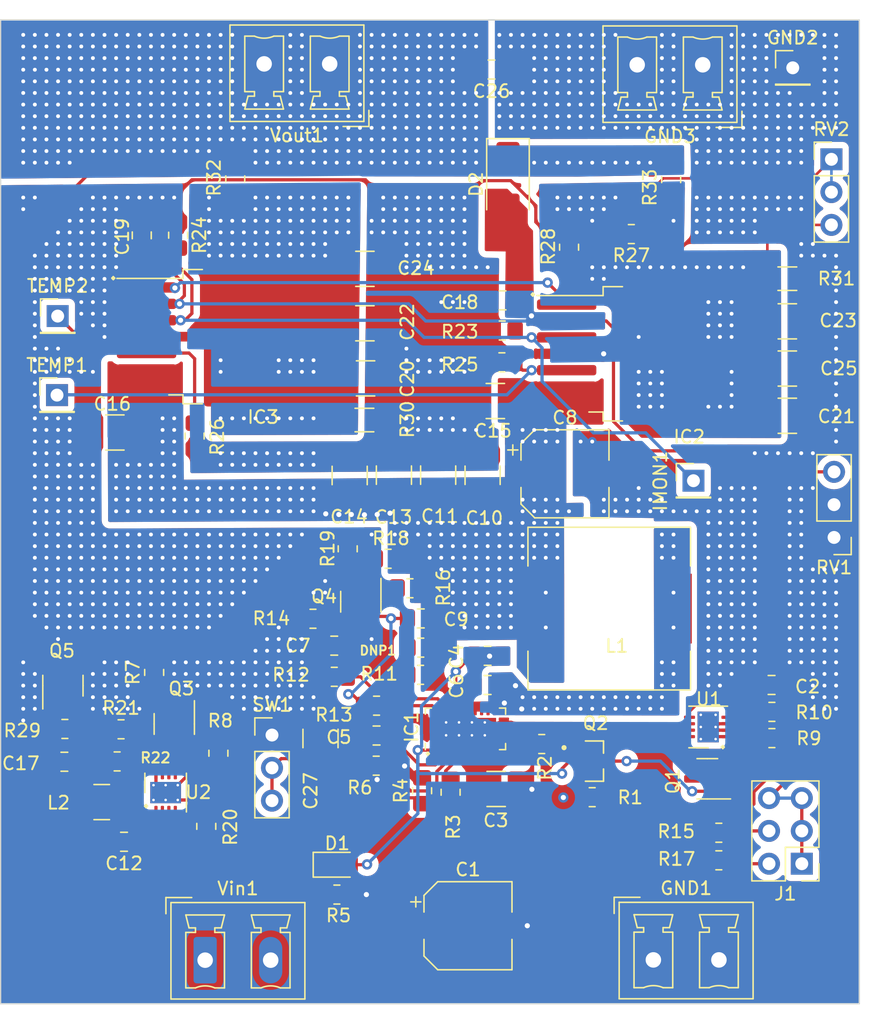
<source format=kicad_pcb>
(kicad_pcb (version 20221018) (generator pcbnew)
  (layers (0 "F.Cu" signal) (31 "B.Cu" signal) (34 "B.Paste" user) (35 "F.Paste" user) (36 "B.SilkS" user "B.Silkscreen") (37 "F.SilkS" user "F.Silkscreen") (38 "B.Mask" user) (39 "F.Mask" user) (44 "Edge.Cuts" user))
  (net 0 "")
  (net 1 "/Vin")
  (net 2 "GND")
  (net 3 "Net-(U1-IN)")
  (net 4 "/INTVCC")
  (net 5 "Net-(IC1-TR{slash}SS)")
  (net 6 "/SW")
  (net 7 "Net-(IC1-BST)")
  (net 8 "Net-(C7-Pad2)")
  (net 9 "Net-(C8-+)")
  (net 10 "Net-(Q4-C)")
  (net 11 "Net-(U2-EPAD)")
  (net 12 "Net-(D2-A)")
  (net 13 "Net-(C20-Pad2)")
  (net 14 "/ILIM+")
  (net 15 "Net-(D2-K)")
  (net 16 "Net-(D1-K)")
  (net 17 "Net-(IC1-PG)")
  (net 18 "Net-(IC1-RT)")
  (net 19 "Net-(IC1-EN{slash}UV)")
  (net 20 "/IC2_FB")
  (net 21 "Net-(IC2-ILIM)")
  (net 22 "/IMON")
  (net 23 "/IC1_TEMP")
  (net 24 "/IC3_TEMP")
  (net 25 "Net-(J1-Pin_2)")
  (net 26 "Net-(J1-Pin_4)")
  (net 27 "Net-(U2-SW)")
  (net 28 "Net-(Q2-C)")
  (net 29 "Net-(Q2-E)")
  (net 30 "Net-(Q3-B)")
  (net 31 "Net-(Q3-C)")
  (net 32 "Net-(Q4-E)")
  (net 33 "Net-(Q4-B)")
  (net 34 "Net-(Q5-E)")
  (net 35 "Net-(U1-EPAD)")
  (net 36 "/U1_SET")
  (net 37 "Net-(U2-ISET)")
  (net 38 "/U2_VFB")
  (net 39 "/ILIM-")
  (footprint "Diode_SMD:D_SMA" (layer "F.Cu") (at 101.7778 53.3146 -90)
    (fp_text reference "D2")
    (fp_text value "B140")
  )
  (footprint "Capacitor_SMD:C_0805_2012Metric_Pad1.18x1.45mm_HandSolder" (layer "F.Cu") (at 67.3974 98.0694 180)
    (fp_text reference "C17")
    (fp_text value "10uF")
  )
  (footprint "Capacitor_SMD:C_1210_3225Metric_Pad1.33x2.70mm_HandSolder" (layer "F.Cu") (at 71.3109 72.5678)
    (fp_text reference "C16")
    (fp_text value "10uF")
  )
  (footprint "Capacitor_SMD:C_1210_3225Metric_Pad1.33x2.70mm_HandSolder" (layer "F.Cu") (at 99.813 75.8821 -90)
    (fp_text reference "C10")
    (fp_text value "DNP")
  )
  (footprint "Connector_PinHeader_2.54mm:PinHeader_1x01_P2.54mm_Vertical" (layer "F.Cu") (at 116.1542 76.3016)
    (fp_text reference "IMON1")
    (fp_text value "10V-40V")
  )
  (footprint "Connector_Phoenix_MC_HighVoltage:PhoenixContact_MCV_1,5_2-G-5.08_1x02_P5.08mm_Vertical" (layer "F.Cu") (at 87.9602 44.0182 180)
    (fp_text reference "Vout1")
    (fp_text value "0V-24V")
  )
  (footprint "Capacitor_SMD:C_0805_2012Metric_Pad1.18x1.45mm_HandSolder" (layer "F.Cu") (at 72.0202 104.267 180)
    (fp_text reference "C12")
    (fp_text value "1uF")
  )
  (footprint "Resistor_SMD:R_0805_2012Metric_Pad1.20x1.40mm_HandSolder" (layer "F.Cu") (at 101.3075 67.1322 180)
    (fp_text reference "R25")
    (fp_text value "10K")
  )
  (footprint "Downloads:SOT95P230X110-3N" (layer "F.Cu") (at 108.4834 98.0186)
    (fp_text reference "Q2")
    (fp_text value "CMST3904")
  )
  (footprint "Capacitor_SMD:C_0805_2012Metric_Pad1.18x1.45mm_HandSolder" (layer "F.Cu") (at 100.5038 44.4559 180)
    (fp_text reference "C26")
    (fp_text value "1uF")
  )
  (footprint "Connector_PinHeader_2.54mm:PinHeader_1x03_P2.54mm_Vertical" (layer "F.Cu") (at 127.0508 80.6958 180)
    (fp_text reference "RV1")
    (fp_text value "10K")
  )
  (footprint "Capacitor_SMD:C_0805_2012Metric_Pad1.18x1.45mm_HandSolder" (layer "F.Cu") (at 91.5924 96.0374 180)
    (fp_text reference "C5")
    (fp_text value "0.1uF")
  )
  (footprint "Resistor_SMD:R_0805_2012Metric_Pad1.20x1.40mm_HandSolder" (layer "F.Cu") (at 71.7916 95.5548)
    (fp_text reference "R21")
    (fp_text value "1.47M")
  )
  (footprint "Resistor_SMD:R_0805_2012Metric_Pad1.20x1.40mm_HandSolder" (layer "F.Cu") (at 74.357 91.1512 90)
    (fp_text reference "R7")
    (fp_text value "1K")
  )
  (footprint "Connector_PinHeader_2.54mm:PinHeader_1x01_P2.54mm_Vertical" (layer "F.Cu") (at 66.8274 69.6722)
    (fp_text reference "TEMP1")
    (fp_text value "TestPoint")
  )
  (footprint "Inductor_SMD:L_12x12mm_H4.5mm" (layer "F.Cu") (at 109.6264 86.2076 180)
    (fp_text reference "L1")
    (fp_text value "5.5uH")
  )
  (footprint "Resistor_SMD:R_0805_2012Metric_Pad1.20x1.40mm_HandSolder" (layer "F.Cu") (at 78.3956 103.0732 90)
    (fp_text reference "R20")
    (fp_text value "806K")
  )
  (footprint "Capacitor_SMD:CP_Elec_6.3x7.7" (layer "F.Cu") (at 98.679 110.7694)
    (fp_text reference "C1")
    (fp_text value "22uF")
  )
  (footprint "Package_TO_SOT_SMD:SOT-23-3" (layer "F.Cu") (at 75.9166 95.1429 -90)
    (fp_text reference "Q3")
    (fp_text value "MMBT3906")
  )
  (footprint "Capacitor_SMD:C_1210_3225Metric_Pad1.33x2.70mm_HandSolder" (layer "F.Cu") (at 90.6903 64.1096 180)
    (fp_text reference "C22")
    (fp_text value "10uF")
  )
  (footprint "Capacitor_SMD:C_1210_3225Metric_Pad1.33x2.70mm_HandSolder" (layer "F.Cu") (at 100.7995 70.1294)
    (fp_text reference "C15")
    (fp_text value "10uF")
  )
  (footprint "Resistor_SMD:R_0805_2012Metric_Pad1.20x1.40mm_HandSolder" (layer "F.Cu") (at 71.4868 98.044)
    (fp_text reference "R22")
    (fp_text value "280K")
  )
  (footprint "Package_TO_SOT_SMD:SOT-23-3" (layer "F.Cu") (at 117.2302 99.388 180)
    (fp_text reference "Q1")
    (fp_text value "SI2309CDS")
  )
  (footprint "Connector_Phoenix_MC_HighVoltage:PhoenixContact_MCV_1,5_2-G-5.08_1x02_P5.08mm_Vertical" (layer "F.Cu") (at 78.3082 113.4364)
    (fp_text reference "Vin1")
    (fp_text value "10V-40V")
  )
  (footprint "Capacitor_SMD:C_1210_3225Metric_Pad1.33x2.70mm_HandSolder" (layer "F.Cu") (at 123.4309 63.9572 180)
    (fp_text reference "C23")
    (fp_text value "10uF")
  )
  (footprint "Capacitor_SMD:C_0805_2012Metric_Pad1.18x1.45mm_HandSolder" (layer "F.Cu") (at 73.3958 57.296 -90)
    (fp_text reference "C19")
    (fp_text value "0.01uF")
  )
  (footprint "Resistor_SMD:R_0805_2012Metric_Pad1.20x1.40mm_HandSolder" (layer "F.Cu") (at 118.1202 103.5686 180)
    (fp_text reference "R15")
    (fp_text value "73.2K")
  )
  (footprint "Resistor_SMD:R_0805_2012Metric_Pad1.20x1.40mm_HandSolder" (layer "F.Cu") (at 89.3572 81.5754 90)
    (fp_text reference "R19")
    (fp_text value "100K")
  )
  (footprint "Resistor_SMD:R_0805_2012Metric_Pad1.20x1.40mm_HandSolder" (layer "F.Cu") (at 88.3158 91.4908 180)
    (fp_text reference "R12")
    (fp_text value "(OPT)")
  )
  (footprint "Connector_PinHeader_2.54mm:PinHeader_1x03_P2.54mm_Vertical" (layer "F.Cu") (at 126.8476 51.4096)
    (fp_text reference "RV2")
    (fp_text value "5K")
  )
  (footprint "Capacitor_SMD:C_1210_3225Metric_Pad1.33x2.70mm_HandSolder" (layer "F.Cu") (at 123.4309 71.2724 180)
    (fp_text reference "C21")
    (fp_text value "10uF")
  )
  (footprint "Resistor_SMD:R_0805_2012Metric_Pad1.20x1.40mm_HandSolder" (layer "F.Cu") (at 106.5145 58.2168 -90)
    (fp_text reference "R28")
    (fp_text value "100E")
  )
  (footprint "Package_TO_SOT_SMD:TO-263-7_TabPin8" (layer "F.Cu") (at 113.9775 66.4718)
    (fp_text reference "IC2")
    (fp_text value "LT3081ER_PBF")
  )
  (footprint "Resistor_SMD:R_0805_2012Metric_Pad1.20x1.40mm_HandSolder" (layer "F.Cu") (at 95.0214 89.2302 180)
    (fp_text reference "DNP1")
    (fp_text value "5.1K")
  )
  (footprint "Capacitor_SMD:C_1210_3225Metric_Pad1.33x2.70mm_HandSolder" (layer "F.Cu") (at 96.3676 75.8698 -90)
    (fp_text reference "C11")
    (fp_text value "10uF")
  )
  (footprint "Resistor_SMD:R_0805_2012Metric_Pad1.20x1.40mm_HandSolder" (layer "F.Cu") (at 76.2152 57.2866 -90)
    (fp_text reference "R24")
    (fp_text value "1.00K")
  )
  (footprint "Connector_PinHeader_2.54mm:PinHeader_1x03_P2.54mm_Vertical" (layer "F.Cu") (at 83.4898 96.0016)
    (fp_text reference "SW1")
    (fp_text value "SW_SPDT_321")
  )
  (footprint "Resistor_SMD:R_1206_3216Metric_Pad1.30x1.75mm_HandSolder" (layer "F.Cu") (at 123.4309 60.6552)
    (fp_text reference "R31")
    (fp_text value "10K")
  )
  (footprint "Resistor_SMD:R_0805_2012Metric_Pad1.20x1.40mm_HandSolder" (layer "F.Cu") (at 118.1202 105.7022 180)
    (fp_text reference "R17")
    (fp_text value "11.3K")
  )
  (footprint "Capacitor_SMD:C_1210_3225Metric_Pad1.33x2.70mm_HandSolder" (layer "F.Cu") (at 92.9386 75.8698 -90)
    (fp_text reference "C13")
    (fp_text value "10uF")
  )
  (footprint "Capacitor_SMD:C_0805_2012Metric_Pad1.18x1.45mm_HandSolder" (layer "F.Cu") (at 122.2086 92.1236)
    (fp_text reference "C2")
    (fp_text value "1uF")
  )
  (footprint "Resistor_SMD:R_0805_2012Metric_Pad1.20x1.40mm_HandSolder" (layer "F.Cu") (at 95.0054 91.3384 180)
    (fp_text reference "R11")
    (fp_text value "5.1K")
  )
  (footprint "Capacitor_SMD:C_1210_3225Metric_Pad1.33x2.70mm_HandSolder" (layer "F.Cu") (at 90.7411 68.3768 180)
    (fp_text reference "C20")
    (fp_text value "10uF")
  )
  (footprint "Resistor_SMD:R_0805_2012Metric_Pad1.20x1.40mm_HandSolder" (layer "F.Cu") (at 101.3329 64.6684)
    (fp_text reference "R23")
    (fp_text value "1.00K" hide)
  )
  (footprint "Resistor_SMD:R_0805_2012Metric_Pad1.20x1.40mm_HandSolder" (layer "F.Cu") (at 91.5924 93.726)
    (fp_text reference "R13")
    (fp_text value "1.00K")
  )
  (footprint "Resistor_SMD:R_1206_3216Metric_Pad1.30x1.75mm_HandSolder" (layer "F.Cu") (at 90.6526 71.6026)
    (fp_text reference "R30")
    (fp_text value "10K")
  )
  (footprint "Resistor_SMD:R_0805_2012Metric_Pad1.20x1.40mm_HandSolder" (layer "F.Cu") (at 92.4908 82.3468 180)
    (fp_text reference "R18")
    (fp_text value "100K")
  )
  (footprint "Package_TO_SOT_SMD:SOT-23-3" (layer "F.Cu") (at 67.2846 92.1766 90)
    (fp_text reference "Q5")
    (fp_text value "FMMT493")
  )
  (footprint "Capacitor_SMD:C_0805_2012Metric_Pad1.18x1.45mm_HandSolder" (layer "F.Cu") (at 100.203 92.1258 180)
    (fp_text reference "C6")
    (fp_text value "0.1uF")
  )
  (footprint "Capacitor_SMD:C_1210_3225Metric_Pad1.33x2.70mm_HandSolder" (layer "F.Cu") (at 87.249 96.266 90)
    (fp_text reference "C27")
    (fp_text value "39.6uF")
  )
  (footprint "Package_DFN_QFN:DFN-8-1EP_3x3mm_P0.5mm_EP1.65x2.38mm_ThermalVias" (layer "F.Cu") (at 117.2972 95.375 180)
    (fp_text reference "U1")
    (fp_text value "LT3092EDD")
  )
  (footprint "Resistor_SMD:R_0805_2012Metric_Pad1.20x1.40mm_HandSolder" (layer "F.Cu") (at 111.3405 57.2008 180)
    (fp_text reference "R27")
    (fp_text value "3.92K")
  )
  (footprint "Package_DFN_QFN:DFN-8-1EP_3x3mm_P0.5mm_EP1.65x2.38mm_ThermalVias" (layer "F.Cu") (at 75.246 100.457 90)
    (fp_text reference "U2")
    (fp_text value "LTC3632EDD")
  )
  (footprint "Capacitor_SMD:C_0805_2012Metric_Pad1.18x1.45mm_HandSolder" (layer "F.Cu") (at 88.3119 89.0778 180)
    (fp_text reference "C7")
    (fp_text value "(OPT)")
  )
  (footprint "Resistor_SMD:R_0805_2012Metric_Pad1.20x1.40mm_HandSolder" (layer "F.Cu") (at 122.234 94.2064 180)
    (fp_text reference "R10")
    (fp_text value "47.5K")
  )
  (footprint "Resistor_SMD:R_0805_2012Metric_Pad1.20x1.40mm_HandSolder" (layer "F.Cu") (at 88.519 108.3564)
    (fp_text reference "R5")
    (fp_text value "549E")
  )
  (footprint "Capacitor_SMD:C_0805_2012Metric_Pad1.18x1.45mm_HandSolder" (layer "F.Cu") (at 100.203 89.8652)
    (fp_text reference "C4")
    (fp_text value "1uF")
  )
  (footprint "Capacitor_SMD:C_1210_3225Metric_Pad1.33x2.70mm_HandSolder" (layer "F.Cu") (at 100.8634 100.1776)
    (fp_text reference "C3")
    (fp_text value "10uF 50V")
  )
  (footprint "Resistor_SMD:R_0805_2012Metric_Pad1.20x1.40mm_HandSolder" (layer "F.Cu") (at 95.123 100.314 90)
    (fp_text reference "R4")
    (fp_text value "54.9K")
  )
  (footprint "Capacitor_SMD:C_1210_3225Metric_Pad1.33x2.70mm_HandSolder" (layer "F.Cu") (at 123.4309 67.6148 180)
    (fp_text reference "C25")
    (fp_text value "10uF")
  )
  (footprint "Package_TO_SOT_SMD:TO-263-7_TabPin8" (layer "F.Cu") (at 81.4176 65.1446)
    (fp_text reference "IC3")
    (fp_text value "LT3081ER_PBF")
  )
  (footprint "Connector_PinHeader_2.54mm:PinHeader_2x03_P2.54mm_Vertical" (layer "F.Cu") (at 124.5514 105.9666 180)
    (fp_text reference "J1")
    (fp_text value "Conn_02x03_Odd_Even")
  )
  (footprint "Package_DFN_QFN:QFN-28-1EP_3x6mm_P0.5mm_EP1.7x4.75mm_ThermalVias" (layer "F.Cu") (at 98.4838 95.5214 90)
    (fp_text reference "IC1")
    (fp_text value "LT8612EUDE#PBF")
  )
  (footprint "Resistor_SMD:R_0805_2012Metric_Pad1.20x1.40mm_HandSolder" (layer "F.Cu") (at 104.394 96.6978 180)
    (fp_text reference "R2")
    (fp_text value "2.7K")
  )
  (footprint "Resistor_SMD:R_0805_2012Metric_Pad1.20x1.40mm_HandSolder" (layer "F.Cu") (at 91.567 98.3742 180)
    (fp_text reference "R6")
    (fp_text value "60.4K")
  )
  (footprint "Resistor_SMD:R_0805_2012Metric_Pad1.20x1.40mm_HandSolder" (layer "F.Cu") (at 86.6648 86.995 180)
    (fp_text reference "R14")
    (fp_text value "4.99K")
  )
  (footprint "Capacitor_SMD:C_1210_3225Metric_Pad1.33x2.70mm_HandSolder" (layer "F.Cu") (at 89.5096 75.8952 -90)
    (fp_text reference "C14")
    (fp_text value "10uF")
  )
  (footprint "Resistor_SMD:R_0805_2012Metric_Pad1.20x1.40mm_HandSolder" (layer "F.Cu") (at 97.3328 100.4316 90)
    (fp_text reference "R3")
    (fp_text value "499K")
  )
  (footprint "Resistor_SMD:R_0805_2012Metric_Pad1.20x1.40mm_HandSolder" (layer "F.Cu") (at 77.494 72.8438 -90)
    (fp_text reference "R26")
    (fp_text value "10K")
  )
  (footprint "Capacitor_SMD:C_0805_2012Metric_Pad1.18x1.45mm_HandSolder" (layer "F.Cu") (at 101.3583 62.3316)
    (fp_text reference "C18")
    (fp_text value "0.01uF")
  )
  (footprint "Resistor_SMD:R_0805_2012Metric_Pad1.20x1.40mm_HandSolder" (layer "F.Cu") (at 122.234 96.2384 180)
    (fp_text reference "R9")
    (fp_text value "200E")
  )
  (footprint "Capacitor_SMD:CP_Elec_6.3x7.7" (layer "F.Cu") (at 106.1974 75.7682)
    (fp_text reference "C8")
    (fp_text value "100uF")
  )
  (footprint "Connector_PinHeader_2.54mm:PinHeader_1x01_P2.54mm_Vertical" (layer "F.Cu") (at 123.8504 44.323)
    (fp_text reference "GND2")
    (fp_text value "TestPoint")
  )
  (footprint "Resistor_SMD:R_0805_2012Metric_Pad1.20x1.40mm_HandSolder" (layer "F.Cu") (at 67.437 95.5294)
    (fp_text reference "R29")
    (fp_text value "549E")
  )
  (footprint "LED_SMD:LED_0805_2012Metric_Pad1.15x1.40mm_HandSolder" (layer "F.Cu") (at 88.5444 106.045)
    (fp_text reference "D1")
    (fp_text value "LED")
  )
  (footprint "Connector_PinHeader_2.54mm:PinHeader_1x01_P2.54mm_Vertical" (layer "F.Cu") (at 66.8782 63.5508)
    (fp_text reference "TEMP2")
    (fp_text value "10V-40V")
  )
  (footprint "Connector_Phoenix_MC_HighVoltage:PhoenixContact_MCV_1,5_2-G-5.08_1x02_P5.08mm_Vertical" (layer "F.Cu") (at 113.0475 113.4169)
    (fp_text reference "GND1")
    (fp_text value "~")
  )
  (footprint "Capacitor_SMD:C_0805_2012Metric_Pad1.18x1.45mm_HandSolder" (layer "F.Cu") (at 95.0214 86.9696 180)
    (fp_text reference "C9")
    (fp_text value "1nF")
  )
  (footprint "Inductor_SMD:L_1210_3225Metric_Pad1.42x2.65mm_HandSolder" (layer "F.Cu") (at 70.293 101.1936 180)
    (fp_text reference "L2")
    (fp_text value "470uH")
  )
  (footprint "Package_TO_SOT_SMD:SOT-23-3" (layer "F.Cu") (at 90.3732 85.6742 -90)
    (fp_text reference "Q4")
    (fp_text value "MMBT3906")
  )
  (footprint "Resistor_SMD:R_0805_2012Metric_Pad1.20x1.40mm_HandSolder" (layer "F.Cu") (at 79.3354 97.409 -90)
    (fp_text reference "R8")
    (fp_text value "10K")
  )
  (footprint "Resistor_SMD:R_0805_2012Metric_Pad1.20x1.40mm_HandSolder" (layer "F.Cu") (at 94.1832 84.6328 180)
    (fp_text reference "R16")
    (fp_text value "1.00K")
  )
  (footprint "Resistor_SMD:R_0805_2012Metric_Pad1.20x1.40mm_HandSolder" (layer "F.Cu") (at 114.427 52.9844 -90)
    (fp_text reference "R33")
    (fp_text value "0.01E")
  )
  (footprint "Capacitor_SMD:C_1210_3225Metric_Pad1.33x2.70mm_HandSolder" (layer "F.Cu") (at 90.6903 59.8932 180)
    (fp_text reference "C24")
    (fp_text value "10uF")
  )
  (footprint "Resistor_SMD:R_0805_2012Metric_Pad1.20x1.40mm_HandSolder" (layer "F.Cu") (at 108.3056 100.8126)
    (fp_text reference "R1")
    (fp_text value "5.1K")
  )
  (footprint "Resistor_SMD:R_0805_2012Metric_Pad1.20x1.40mm_HandSolder" (layer "F.Cu") (at 80.6436 52.9208 -90)
    (fp_text reference "R32")
    (fp_text value "0.01E")
  )
  (footprint "Connector_Phoenix_MC_HighVoltage:PhoenixContact_MCV_1,5_2-G-5.08_1x02_P5.08mm_Vertical" (layer "F.Cu") (at 116.8733 44.0885 180)
    (fp_text reference "GND3")
    (fp_text value "~")
  )
  (gr_rect (start 62.4586 40.6146) (end 129.0066 116.8146) (stroke (width 0.1)) (fill none) (layer "Edge.Cuts"))
  (gr_text "." (at 117.856 97.282) (layer "F.SilkS") (effects (font (size 2 2)) (justify left bottom)))
  (gr_text "." (at 103.124 62.23) (layer "F.SilkS") (effects (font (size 2 2)) (justify left bottom)))
  (gr_text "." (at 94.996 97.79) (layer "F.SilkS") (effects (font (size 2 2)) (justify left bottom)))
  (gr_text "." (at 70.612 60.96) (layer "F.SilkS") (effects (font (size 2 2)) (justify left bottom)))
  (gr_text "." (at 73.152 101.854) (layer "F.SilkS") (effects (font (size 2 2)) (justify left bottom)))
  (segment (start 98.8945 99.2247) (end 98.8822 99.2124) (width 0.25) (layer "F.Cu") (net 1))
  (segment (start 106.0958 100.8126) (end 107.3056 100.8126) (width 0.25) (layer "F.Cu") (net 1))
  (segment (start 99.2338 96.9839) (end 99.2338 98.3528) (width 0.25) (layer "F.Cu") (net 1))
  (segment (start 98.8822 99.2124) (end 98.8822 98.4504) (width 0.25) (layer "F.Cu") (net 1))
  (segment (start 99.1362 98.4504) (end 98.8822 98.4504) (width 0.25) (layer "F.Cu") (net 1))
  (segment (start 99.2338 98.3528) (end 99.1362 98.4504) (width 0.25) (layer "F.Cu") (net 1))
  (segment (start 97.3328 101.1522) (end 97.3742 101.1936) (width 0.25) (layer "F.Cu") (net 1))
  (segment (start 98.9584 96.9839) (end 98.7338 96.9839) (width 0.25) (layer "F.Cu") (net 1))
  (segment (start 74.996 102.9162) (end 73.6452 104.267) (width 0.25) (layer "F.Cu") (net 1))
  (segment (start 99.3009 100.1776) (end 98.933 100.1776) (width 0.25) (layer "F.Cu") (net 1))
  (segment (start 98.2338 98.2592) (end 98.425 98.4504) (width 0.25) (layer "F.Cu") (net 1))
  (segment (start 98.8822 98.4504) (end 98.7338 98.302) (width 0.25) (layer "F.Cu") (net 1))
  (segment (start 98.933 100.1776) (end 98.8822 100.1268) (width 0.25) (layer "F.Cu") (net 1))
  (segment (start 98.7338 98.302) (end 98.7338 96.9839) (width 0.25) (layer "F.Cu") (net 1))
  (segment (start 73.6452 104.267) (end 73.0577 104.267) (width 0.25) (layer "F.Cu") (net 1))
  (segment (start 106.0704 100.838) (end 106.0958 100.8126) (width 0.25) (layer "F.Cu") (net 1))
  (segment (start 98.425 98.4504) (end 98.8822 98.4504) (width 0.25) (layer "F.Cu") (net 1))
  (segment (start 97.3742 101.1936) (end 98.8822 101.1936) (width 0.25) (layer "F.Cu") (net 1))
  (segment (start 74.996 101.907) (end 74.996 102.9162) (width 0.25) (layer "F.Cu") (net 1))
  (segment (start 98.2338 96.9839) (end 98.7338 96.9839) (width 0.25) (layer "F.Cu") (net 1))
  (segment (start 98.2338 96.9839) (end 98.2338 98.2592) (width 0.25) (layer "F.Cu") (net 1))
  (segment (start 98.8822 100.1268) (end 98.8822 99.2124) (width 0.25) (layer "F.Cu") (net 1))
  (segment (start 99.2338 96.9839) (end 98.9584 96.9839) (width 0.25) (layer "F.Cu") (net 1))
  (segment (start 98.8822 101.1936) (end 98.8822 100.1268) (width 0.25) (layer "F.Cu") (net 1))
  (via (at 106.0704 100.838) (size 0.8) (drill 0.4) (layers "F.Cu" "B.Cu") (net 1))
  (segment (start 106.0704 100.838) (end 106.2228 100.6856) (width 0.25) (layer "B.Cu") (net 1))
  (segment (start 95.5088 96.2714) (end 95.5088 95.7714) (width 0.25) (layer "F.Cu") (net 2))
  (segment (start 117.5512 44.323) (end 116.8654 43.6372) (width 0.25) (layer "F.Cu") (net 2))
  (segment (start 89.519 108.3564) (end 90.805 108.3564) (width 0.25) (layer "F.Cu") (net 2))
  (segment (start 68.8055 101.1936) (end 66.3599 98.748) (width 0.25) (layer "F.Cu") (net 2))
  (segment (start 66.3599 98.0694) (end 66.3599 97.3444) (width 0.25) (layer "F.Cu") (net 2))
  (segment (start 76.1871 56.2585) (end 76.2152 56.2866) (width 0.25) (layer "F.Cu") (net 2))
  (segment (start 101.8852 96.6978) (end 101.4588 96.2714) (width 0.25) (layer "F.Cu") (net 2))
  (segment (start 96.2588 95.5214) (end 98.4838 95.5214) (width 0.25) (layer "F.Cu") (net 2))
  (segment (start 111.4259 44.4559) (end 111.7933 44.0885) (width 0.25) (layer "F.Cu") (net 2))
  (segment (start 101.379 110.7694) (end 103.2764 110.7694) (width 0.25) (layer "F.Cu") (net 2))
  (segment (start 95.123 99.3046) (end 94.6715 99.3046) (width 0.25) (layer "F.Cu") (net 2))
  (segment (start 96.3799 74.3196) (end 96.3676 74.3073) (width 0.25) (layer "F.Cu") (net 2))
  (segment (start 95.5088 95.7714) (end 95.5088 95.2714) (width 0.25) (layer "F.Cu") (net 2))
  (segment (start 92.9132 74.3327) (end 92.9386 74.3073) (width 0.25) (layer "F.Cu") (net 2))
  (segment (start 92.2528 68.326) (end 92.3036 68.3768) (width 0.25) (layer "F.Cu") (net 2))
  (segment (start 103.6828 96.9866) (end 103.394 96.6978) (width 0.25) (layer "F.Cu") (net 2))
  (segment (start 98.7298 95.2754) (end 98.4838 95.5214) (width 0.25) (layer "F.Cu") (net 2))
  (segment (start 101.4588 96.2714) (end 101.4588 95.7714) (width 0.25) (layer "F.Cu") (net 2))
  (segment (start 100.3779 89.8652) (end 100.3525 89.8906) (width 0.25) (layer "F.Cu") (net 2))
  (segment (start 77.28275 52.9958) (end 90.73445 52.9958) (width 0.25) (layer "F.Cu") (net 2))
  (segment (start 88.3908 90.0364) (end 88.3908 92.508) (width 0.25) (layer "F.Cu") (net 2))
  (segment (start 101.4548 95.2754) (end 98.7298 95.2754) (width 0.25) (layer "F.Cu") (net 2))
  (segment (start 100.7338 96.9839) (end 100.7463 96.9839) (width 0.25) (layer "F.Cu") (net 2))
  (segment (start 103.632 100.203) (end 103.4702 100.203) (width 0.25) (layer "F.Cu") (net 2))
  (segment (start 117.1078 44.323) (end 116.8733 44.0885) (width 0.25) (layer "F.Cu") (net 2))
  (segment (start 70.9827 104.267) (end 70.9827 103.3708) (width 0.25) (layer "F.Cu") (net 2))
  (segment (start 94.6715 99.3046) (end 93.7665 98.3996) (width 0.25) (layer "F.Cu") (net 2))
  (segment (start 103.9368 55.0035) (end 103.9368 56.2592) (width 0.25) (layer "F.Cu") (net 2))
  (segment (start 99.71795 53.0606) (end 101.9939 53.0606) (width 0.25) (layer "F.Cu") (net 2))
  (segment (start 90.567 96.0495) (end 90.5549 96.0374) (width 0.25) (layer "F.Cu") (net 2))
  (segment (start 99.7338 96.9839) (end 100.2338 96.9839) (width 0.25) (layer "F.Cu") (net 2))
  (segment (start 103.3432 100.1776) (end 103.394 100.1268) (width 0.25) (layer "F.Cu") (net 2))
  (segment (start 101.1003 96.6299) (end 101.4588 96.2714) (width 0.25) (layer "F.Cu") (net 2))
  (segment (start 103.394 100.1268) (end 103.6828 99.838) (width 0.25) (layer "F.Cu") (net 2))
  (segment (start 95.5088 95.2714) (end 95.5088 94.7714) (width 0.25) (layer "F.Cu") (net 2))
  (segment (start 75.9086 54.36995) (end 77.28275 52.9958) (width 0.25) (layer "F.Cu") (net 2))
  (segment (start 103.394 96.6978) (end 101.8852 96.6978) (width 0.25) (layer "F.Cu") (net 2))
  (segment (start 112.6236 113.1824) (end 112.9538 112.8522) (width 0.25) (layer "F.Cu") (net 2))
  (segment (start 101.4588 95.2714) (end 101.4548 95.2754) (width 0.25) (layer "F.Cu") (net 2))
  (segment (start 90.73445 52.9958) (end 92.1086 54.36995) (width 0.25) (layer "F.Cu") (net 2))
  (segment (start 89.3494 89.0778) (end 88.3908 90.0364) (width 0.25) (layer "F.Cu") (net 2))
  (segment (start 101.4588 95.2714) (end 101.4588 94.7714) (width 0.25) (layer "F.Cu") (net 2))
  (segment (start 100.2338 96.9839) (end 100.7338 96.9839) (width 0.25) (layer "F.Cu") (net 2))
  (segment (start 90.567 98.3742) (end 90.567 96.0495) (width 0.25) (layer "F.Cu") (net 2))
  (segment (start 70.7898 95.5548) (end 70.7916 95.5548) (width 0.25) (layer "F.Cu") (net 2))
  (segment (start 101.4588 95.7714) (end 101.4588 95.2714) (width 0.25) (layer "F.Cu") (net 2))
  (segment (start 91.635088 99.44948) (end 91.635088 99.442288) (width 0.25) (layer "F.Cu") (net 2))
  (segment (start 66.437 93.4165) (end 66.3346 93.3141) (width 0.25) (layer "F.Cu") (net 2))
  (segment (start 100.3075 64.6938) (end 100.3329 64.6684) (width 0.25) (layer "F.Cu") (net 2))
  (segment (start 124.9809 63.9447) (end 124.9934 63.9572) (width 0.25) (layer "F.Cu") (net 2))
  (segment (start 101.2405 89.8652) (end 100.3779 89.8652) (width 0.25) (layer "F.Cu") (net 2))
  (segment (start 95.5034 96.266) (end 95.5088 96.2714) (width 0.25) (layer "F.Cu") (net 2))
  (segment (start 98.4086 54.36995) (end 99.71795 53.0606) (width 0.25) (layer "F.Cu") (net 2))
  (segment (start 99.813 70.7054) (end 99.237 70.1294) (width 0.25) (layer "F.Cu") (net 2))
  (segment (start 103.4702 100.203) (end 103.394 100.1268) (width 0.25) (layer "F.Cu") (net 2))
  (segment (start 105.9198 58.2422) (end 115.23635 58.2422) (width 0.25) (layer "F.Cu") (net 2))
  (segment (start 115.23635 58.2422) (end 116.4086 57.06995) (width 0.25) (layer "F.Cu") (net 2))
  (segment (start 102.4259 100.1776) (end 103.3432 100.1776) (width 0.25) (layer "F.Cu") (net 2))
  (segment (start 66.3599 98.748) (end 66.3599 98.0694) (width 0.25) (layer "F.Cu") (net 2))
  (segment (start 85.6648 86.995) (end 85.5218 86.995) (width 0.25) (layer "F.Cu") (net 2))
  (segment (start 100.3329 62.3437) (end 100.3208 62.3316) (width 0.25) (layer "F.Cu") (net 2))
  (segment (start 100.7463 96.9839) (end 101.1003 96.6299) (width 0.25) (layer "F.Cu") (net 2))
  (segment (start 99.9867 61.9975) (end 100.3208 62.3316) (width 0.25) (layer "F.Cu") (net 2))
  (segment (start 92.2026 71.6026) (end 92.1895 71.5895) (width 0.25) (layer "F.Cu") (net 2))
  (segment (start 103.9368 56.2592) (end 105.9198 58.2422) (width 0.25) (layer "F.Cu") (net 2))
  (segment (start 91.635088 99.442288) (end 90.567 98.3742) (width 0.25) (layer "F.Cu") (net 2))
  (segment (start 103.6828 99.838) (end 103.6828 96.9866) (width 0.25) (layer "F.Cu") (net 2))
  (segment (start 98.9068 70.4596) (end 99.237 70.1294) (width 0.25) (layer "F.Cu") (net 2))
  (segment (start 88.3908 92.508) (end 87.9348 92.964) (width 0.25) (layer "F.Cu") (net 2))
  (segment (start 101.9939 53.0606) (end 103.9368 55.0035) (width 0.25) (layer "F.Cu") (net 2))
  (segment (start 92.1895 68.4909) (end 92.3036 68.3768) (width 0.25) (layer "F.Cu") (net 2))
  (segment (start 70.9827 103.3708) (end 68.8055 101.1936) (width 0.25) (layer "F.Cu") (net 2))
  (segment (start 118.2565 113.4169) (end 118.1275 113.4169) (width 0.25) (layer "F.Cu") (net 2))
  (via (at 120.9086 90.36995) (size 0.7) (drill 0.3) (layers "F.Cu" "B.Cu") (net 2))
  (via (at 107.4086 48.96995) (size 0.7) (drill 0.3) (layers "F.Cu" "B.Cu") (net 2))
  (via (at 120.9086 56.16995) (size 0.7) (drill 0.3) (layers "F.Cu" "B.Cu") (net 2))
  (via (at 110.1086 78.66995) (size 0.7) (drill 0.3) (layers "F.Cu" "B.Cu") (net 2))
  (via (at 115.5086 78.66995) (size 0.7) (drill 0.3) (layers "F.Cu" "B.Cu") (net 2))
  (via (at 117.3086 86.76995) (size 0.7) (drill 0.3) (layers "F.Cu" "B.Cu") (net 2))
  (via (at 69.6086 54.36995) (size 0.7) (drill 0.3) (layers "F.Cu" "B.Cu") (net 2))
  (via (at 68.7086 75.06995) (size 0.7) (drill 0.3) (layers "F.Cu" "B.Cu") (net 2))
  (via (at 92.1086 55.26995) (size 0.7) (drill 0.3) (layers "F.Cu" "B.Cu") (net 2))
  (via (at 82.2086 90.36995) (size 0.7) (drill 0.3) (layers "F.Cu" "B.Cu") (net 2))
  (via (at 67.8086 66.96995) (size 0.7) (drill 0.3) (layers "F.Cu" "B.Cu") (net 2))
  (via (at 120.9086 55.26995) (size 0.7) (drill 0.3) (layers "F.Cu" "B.Cu") (net 2))
  (via (at 76.8086 81.36995) (size 0.7) (drill 0.3) (layers "F.Cu" "B.Cu") (net 2))
  (via (at 126.3086 92.16995) (size 0.7) (drill 0.3) (layers "F.Cu" "B.Cu") (net 2))
  (via (at 65.1086 66.96995) (size 0.7) (drill 0.3) (layers "F.Cu" "B.Cu") (net 2))
  (via (at 102.9086 41.76995) (size 0.7) (drill 0.3) (layers "F.Cu" "B.Cu") (net 2))
  (via (at 127.2086 86.76995) (size 0.7) (drill 0.3) (layers "F.Cu" "B.Cu") (net 2))
  (via (at 117.3086 91.26995) (size 0.7) (drill 0.3) (layers "F.Cu" "B.Cu") (net 2))
  (via (at 120.0086 83.16995) (size 0.7) (drill 0.3) (layers "F.Cu" "B.Cu") (net 2))
  (via (at 83.1086 91.26995) (size 0.7) (drill 0.3) (layers "F.Cu" "B.Cu") (net 2))
  (via (at 87.6086 84.06995) (size 0.7) (drill 0.3) (layers "F.Cu" "B.Cu") (net 2))
  (via (at 120.0086 56.16995) (size 0.7) (drill 0.3) (layers "F.Cu" "B.Cu") (net 2))
  (via (at 66.9086 67.86995) (size 0.7) (drill 0.3) (layers "F.Cu" "B.Cu") (net 2))
  (via (at 69.6086 67.86995) (size 0.7) (drill 0.3) (layers "F.Cu" "B.Cu") (net 2))
  (via (at 67.8086 59.76995) (size 0.7) (drill 0.3) (layers "F.Cu" "B.Cu") (net 2))
  (via (at 118.2086 57.06995) (size 0.7) (drill 0.3) (layers "F.Cu" "B.Cu") (net 2))
  (via (at 83.1086 82.26995) (size 0.7) (drill 0.3) (layers "F.Cu" "B.Cu") (net 2))
  (via (at 64.2086 55.26995) (size 0.7) (drill 0.3) (layers "F.Cu" "B.Cu") (net 2))
  (via (at 105.6086 48.96995) (size 0.7) (drill 0.3) (layers "F.Cu" "B.Cu") (net 2))
  (via (at 104.7086 41.76995) (size 0.7) (drill 0.3) (layers "F.Cu" "B.Cu") (net 2))
  (via (at 84.0086 92.16995) (size 0.7) (drill 0.3) (layers "F.Cu" "B.Cu") (net 2))
  (via (at 113.7086 48.06995) (size 0.7) (drill 0.3) (layers "F.Cu" "B.Cu") (net 2))
  (via (at 84.0086 93.06995) (size 0.7) (drill 0.3) (layers "F.Cu" "B.Cu") (net 2))
  (via (at 70.5086 63.36995) (size 0.7) (drill 0.3) (layers "F.Cu" "B.Cu") (net 2))
  (via (at 119.1086 85.86995) (size 0.7) (drill 0.3) (layers "F.Cu" "B.Cu") (net 2))
  (via (at 106.5086 46.26995) (size 0.7) (drill 0.3) (layers "F.Cu" "B.Cu") (net 2))
  (via (at 104.7086 48.96995) (size 0.7) (drill 0.3) (layers "F.Cu" "B.Cu") (net 2))
  (via (at 116.4086 48.96995) (size 0.7) (drill 0.3) (layers "F.Cu" "B.Cu") (net 2))
  (via (at 104.7086 43.56995) (size 0.7) (drill 0.3) (layers "F.Cu" "B.Cu") (net 2))
  (via (at 66.0086 75.06995) (size 0.7) (drill 0.3) (layers "F.Cu" "B.Cu") (net 2))
  (via (at 123.6086 84.06995) (size 0.7) (drill 0.3) (layers "F.Cu" "B.Cu") (net 2))
  (via (at 126.3086 93.96995) (size 0.7) (drill 0.3) (layers "F.Cu" "B.Cu") (net 2))
  (via (at 96.6086 54.36995) (size 0.7) (drill 0.3) (layers "F.Cu" "B.Cu") (net 2))
  (via (at 96.6086 62.46995) (size 0.7) (drill 0.3) (layers "F.Cu" "B.Cu") (net 2))
  (via (at 118.2086 85.86995) (size 0.7) (drill 0.3) (layers "F.Cu" "B.Cu") (net 2))
  (via (at 127.2086 63.36995) (size 0.7) (drill 0.3) (layers "F.Cu" "B.Cu") (net 2))
  (via (at 119.1086 78.66995) (size 0.7) (drill 0.3) (layers "F.Cu" "B.Cu") (net 2))
  (via (at 75.9086 84.96995) (size 0.7) (drill 0.3) (layers "F.Cu" "B.Cu") (net 2))
  (via (at 85.8086 90.36995) (size 0.7) (drill 0.3) (layers "F.Cu" "B.Cu") (net 2))
  (via (at 83.1086 88.56995) (size 0.7) (drill 0.3) (layers "F.Cu" "B.Cu") (net 2))
  (via (at 120.0086 76.86995) (size 0.7) (drill 0.3) (layers "F.Cu" "B.Cu") (net 2))
  (via (at 75.0086 84.06995) (size 0.7) (drill 0.3) (layers "F.Cu" "B.Cu") (net 2))
  (via (at 127.2086 83.16995) (size 0.7) (drill 0.3) (layers "F.Cu" "B.Cu") (net 2))
  (via (at 65.1086 93.96995) (size 0.7) (drill 0.3) (layers "F.Cu" "B.Cu") (net 2))
  (via (at 120.9086 54.36995) (size 0.7) (drill 0.3) (layers "F.Cu" "B.Cu") (net 2))
  (via (at 104.7086 42.66995) (size 0.7) (drill 0.3) (layers "F.Cu" "B.Cu") (net 2))
  (via (at 75.9086 91.26995) (size 0.7) (drill 0.3) (layers "F.Cu" "B.Cu") (net 2))
  (via (at 123.6086 85.86995) (size 0.7) (drill 0.3) (layers "F.Cu" "B.Cu") (net 2))
  (via (at 122.7086 74.16995) (size 0.7) (drill 0.3) (layers "F.Cu" "B.Cu") (net 2))
  (via (at 66.0086 80.46995) (size 0.7) (drill 0.3) (layers "F.Cu" "B.Cu") (net 2))
  (via (at 102.9086 46.26995) (size 0.7) (drill 0.3) (layers "F.Cu" "B.Cu") (net 2))
  (via (at 85.8086 80.46995) (size 0.7) (drill 0.3) (layers "F.Cu" "B.Cu") (net 2))
  (via (at 69.6086 55.26995) (size 0.7) (drill 0.3) (layers "F.Cu" "B.Cu") (net 2))
  (via (at 95.7086 66.96995) (size 0.7) (drill 0.3) (layers "F.Cu" "B.Cu") (net 2))
  (via (at 75.9086 86.76995) (size 0.7) (drill 0.3) (layers "F.Cu" "B.Cu") (net 2))
  (via (at 126.3086 87.66995) (size 0.7) (drill 0.3) (layers "F.Cu" "B.Cu") (net 2))
  (via (at 118.2086 80.46995) (size 0.7) (drill 0.3) (layers "F.Cu" "B.Cu") (net 2))
  (via (at 106.5086 43.56995) (size 0.7) (drill 0.3) (layers "F.Cu" "B.Cu") (net 2))
  (via (at 111.9086 48.06995) (size 0.7) (drill 0.3) (layers "F.Cu" "B.Cu") (net 2))
  (via (at 70.5086 92.16995) (size 0.7) (drill 0.3) (layers "F.Cu" "B.Cu") (net 2))
  (via (at 120.0086 45.36995) (size 0.7) (drill 0.3) (layers "F.Cu" "B.Cu") (net 2))
  (via (at 111.9086 77.76995) (size 0.7) (drill 0.3) (layers "F.Cu" "B.Cu") (net 2))
  (via (at 66.0086 79.56995) (size 0.7) (drill 0.3) (layers "F.Cu" "B.Cu") (net 2))
  (via (at 70.5086 86.76995) (size 0.7) (drill 0.3) (layers "F.Cu" "B.Cu") (net 2))
  (via (at 65.1086 63.36995) (size 0.7) (drill 0.3) (layers "F.Cu" "B.Cu") (net 2))
  (via (at 119.1086 56.16995) (size 0.7) (drill 0.3) (layers "F.Cu" "B.Cu") (net 2))
  (via (at 120.9086 43.56995) (size 0.7) (drill 0.3) (layers "F.Cu" "B.Cu") (net 2))
  (via (at 115.5086 48.06995) (size 0.7) (drill 0.3) (layers "F.Cu" "B.Cu") (net 2))
  (via (at 110.1086 46.26995) (size 0.7) (drill 0.3) (layers "F.Cu" "B.Cu") (net 2))
  (via (at 120.0086 47.16995) (size 0.7) (drill 0.3) (layers "F.Cu" "B.Cu") (net 2))
  (via (at 84.0086 75.06995) (size 0.7) (drill 0.3) (layers "F.Cu" "B.Cu") (net 2))
  (via (at 66.9086 75.96995) (size 0.7) (drill 0.3) (layers "F.Cu" "B.Cu") (net 2))
  (via (at 119.1086 89.46995) (size 0.7) (drill 0.3) (layers "F.Cu" "B.Cu") (net 2))
  (via (at 95.7086 58.86995) (size 0.7) (drill 0.3) (layers "F.Cu" "B.Cu") (net 2))
  (via (at 119.1086 84.96995) (size 0.7) (drill 0.3) (layers "F.Cu" "B.Cu") (net 2))
  (via (at 84.0086 89.46995) (size 0.7) (drill 0.3) (layers "F.Cu" "B.Cu") (net 2))
  (via (at 93.9086 58.86995) (size 0.7) (drill 0.3) (layers "F.Cu" "B.Cu") (net 2))
  (via (at 75.9086 81.36995) (size 0.7) (drill 0.3) (layers "F.Cu" "B.Cu") (net 2))
  (via (at 85.8086 74.16995) (size 0.7) (drill 0.3) (layers "F.Cu" "B.Cu") (net 2))
  (via (at 72.3086 90.36995) (size 0.7) (drill 0.3) (layers "F.Cu" "B.Cu") (net 2))
  (via (at 127.2086 91.26995) (size 0.7) (drill 0.3) (layers "F.Cu" "B.Cu") (net 2))
  (via (at 67.8086 76.86995) (size 0.7) (drill 0.3) (layers "F.Cu" "B.Cu") (net 2))
  (via (at 75.0086 83.16995) (size 0.7) (drill 0.3) (layers "F.Cu" "B.Cu") (net 2))
  (via (at 123.6086 88.56995) (size 0.7) (drill 0.3) (layers "F.Cu" "B.Cu") (net 2))
  (via (at 113.7086 77.76995) (size 0.7) (drill 0.3) (layers "F.Cu" "B.Cu") (net 2))
  (via (at 98.4086 54.36995) (size 0.7) (drill 0.3) (layers "F.Cu" "B.Cu") (net 2))
  (via (at 126.3086 84.06995) (size 0.7) (drill 0.3) (layers "F.Cu" "B.Cu") (net 2))
  (via (at 74.1086 83.16995) (size 0.7) (drill 0.3) (layers "F.Cu" "B.Cu") (net 2))
  (via (at 70.5086 54.36995) (size 0.7) (drill 0.3) (layers "F.Cu" "B.Cu") (net 2))
  (via (at 123.6086 48.06995) (size 0.7) (drill 0.3) (layers "F.Cu" "B.Cu") (net 2))
  (via (at 71.4086 90.36995) (size 0.7) (drill 0.3) (layers "F.Cu" "B.Cu") (net 2))
  (via (at 67.8086 71.46995) (size 0.7) (drill 0.3) (layers "F.Cu" "B.Cu") (net 2))
  (via (at 68.7086 59.76995) (size 0.7) (drill 0.3) (layers "F.Cu" "B.Cu") (net 2))
  (via (at 120.9086 82.26995) (size 0.7) (drill 0.3) (layers "F.Cu" "B.Cu") (net 2))
  (via (at 66.0086 85.86995) (size 0.7) (drill 0.3) (layers "F.Cu" "B.Cu") (net 2))
  (via (at 84.9086 81.36995) (size 0.7) (drill 0.3) (layers "F.Cu" "B.Cu") (net 2))
  (via (at 68.7086 82.26995) (size 0.7) (drill 0.3) (layers "F.Cu" "B.Cu") (net 2))
  (via (at 102.0086 41.76995) (size 0.7) (drill 0.3) (layers "F.Cu" "B.Cu") (net 2))
  (via (at 65.1086 59.76995) (size 0.7) (drill 0.3) (layers "F.Cu" "B.Cu") (net 2))
  (via (at 67.8086 80.46995) (size 0.7) (drill 0.3) (layers "F.Cu" "B.Cu") (net 2))
  (via (at 93.9086 59.76995) (size 0.7) (drill 0.3) (layers "F.Cu" "B.Cu") (net 2))
  (via (at 71.4086 56.16995) (size 0.7) (drill 0.3) (layers "F.Cu" "B.Cu") (net 2))
  (via (at 73.2086 87.66995) (size 0.7) (drill 0.3) (layers "F.Cu" "B.Cu") (net 2))
  (via (at 122.7086 50.76995) (size 0.7) (drill 0.3) (layers "F.Cu" "B.Cu") (net 2))
  (via (at 100.3525 89.8906) (size 0.8) (drill 0.4) (layers "F.Cu" "B.Cu") (net 2))
  (via (at 67.8086 56.16995) (size 0.7) (drill 0.3) (layers "F.Cu" "B.Cu") (net 2))
  (via (at 119.1086 83.16995) (size 0.7) (drill 0.3) (layers "F.Cu" "B.Cu") (net 2))
  (via (at 102.0086 48.96995) (size 0.7) (drill 0.3) (layers "F.Cu" "B.Cu") (net 2))
  (via (at 79.5086 74.16995) (size 0.7) (drill 0.3) (layers "F.Cu" "B.Cu") (net 2))
  (via (at 126.3086 48.96995) (size 0.7) (drill 0.3) (layers "F.Cu" "B.Cu") (net 2))
  (via (at 102.9086 48.06995) (size 0.7) (drill 0.3) (layers "F.Cu" "B.Cu") (net 2))
  (via (at 68.7086 86.76995) (size 0.7) (drill 0.3) (layers "F.Cu" "B.Cu") (net 2))
  (via (at 69.6086 85.86995) (size 0.7) (drill 0.3) (layers "F.Cu" "B.Cu") (net 2))
  (via (at 127.2086 68.76995) (size 0.7) (drill 0.3) (layers "F.Cu" "B.Cu") (net 2))
  (via (at 64.2086 93.96995) (size 0.7) (drill 0.3) (layers "F.Cu" "B.Cu") (net 2))
  (via (at 67.8086 61.56995) (size 0.7) (drill 0.3) (layers "F.Cu" "B.Cu") (net 2))
  (via (at 75.9086 83.16995) (size 0.7) (drill 0.3) (layers "F.Cu" "B.Cu") (net 2))
  (via (at 65.1086 91.26995) (size 0.7) (drill 0.3) (layers "F.Cu" "B.Cu") (net 2))
  (via (at 67.8086 83.16995) (size 0.7) (drill 0.3) (layers "F.Cu" "B.Cu") (net 2))
  (via (at 127.2086 72.36995) (size 0.7) (drill 0.3) (layers "F.Cu" "B.Cu") (net 2))
  (via (at 72.3086 84.06995) (size 0.7) (drill 0.3) (layers "F.Cu" "B.Cu") (net 2))
  (via (at 98.4086 58.86995) (size 0.7) (drill 0.3) (layers "F.Cu" "B.Cu") (net 2))
  (via (at 82.2086 80.46995) (size 0.7) (drill 0.3) (layers "F.Cu" "B.Cu") (net 2))
  (via (at 80.4086 81.36995) (size 0.7) (drill 0.3) (layers "F.Cu" "B.Cu") (net 2))
  (via (at 65.1086 80.46995) (size 0.7) (drill 0.3) (layers "F.Cu" "B.Cu") (net 2))
  (via (at 118.2086 83.16995) (size 0.7) (drill 0.3) (layers "F.Cu" "B.Cu") (net 2))
  (via (at 123.6086 76.86995) (size 0.7) (drill 0.3) (layers "F.Cu" "B.Cu") (net 2))
  (via (at 83.1086 75.06995) (size 0.7) (drill 0.3) (layers "F.Cu" "B.Cu") (net 2))
  (via (at 64.2086 54.36995) (size 0.7) (drill 0.3) (layers "F.Cu" "B.Cu") (net 2))
  (via (at 67.8086 81.36995) (size 0.7) (drill 0.3) (layers "F.Cu" "B.Cu") (net 2))
  (via (at 79.5086 84.96995) (size 0.7) (drill 0.3) (layers "F.Cu" "B.Cu") (net 2))
  (via (at 123.6086 74.16995) (size 0.7) (drill 0.3) (layers "F.Cu" "B.Cu") (net 2))
  (via (at 122.7086 49.86995) (size 0.7) (drill 0.3) (layers "F.Cu" "B.Cu") (net 2))
  (via (at 76.8086 80.46995) (size 0.7) (drill 0.3) (layers "F.Cu" "B.Cu") (net 2))
  (via (at 75.0086 54.36995) (size 0.7) (drill 0.3) (layers "F.Cu" "B.Cu") (net 2))
  (via (at 68.7086 63.36995) (size 0.7) (drill 0.3) (layers "F.Cu" "B.Cu") (net 2))
  (via (at 108.3086 43.56995) (size 0.7) (drill 0.3) (layers "F.Cu" "B.Cu") (net 2))
  (via (at 71.4086 86.76995) (size 0.7) (drill 0.3) (layers "F.Cu" "B.Cu") (net 2))
  (via (at 119.1086 50.76995) (size 0.7) (drill 0.3) (layers "F.Cu" "B.Cu") (net 2))
  (via (at 93.9086 57.96995) (size 0.7) (drill 0.3) (layers "F.Cu" "B.Cu") (net 2))
  (via (at 71.4086 80.46995) (size 0.7) (drill 0.3) (layers "F.Cu" "B.Cu") (net 2))
  (via (at 120.0086 42.66995) (size 0.7) (drill 0.3) (layers "F.Cu" "B.Cu") (net 2))
  (via (at 122.7086 54.36995) (size 0.7) (drill 0.3) (layers "F.Cu" "B.Cu") (net 2))
  (via (at 70.5086 87.66995) (size 0.7) (drill 0.3) (layers "F.Cu" "B.Cu") (net 2))
  (via (at 68.7086 76.86995) (size 0.7) (drill 0.3) (layers "F.Cu" "B.Cu") (net 2))
  (via (at 120.9086 76.86995) (size 0.7) (drill 0.3) (layers "F.Cu" "B.Cu") (net 2))
  (via (at 73.2086 83.16995) (size 0.7) (drill 0.3) (layers "F.Cu" "B.Cu") (net 2))
  (via (at 116.4086 50.76995) (size 0.7) (drill 0.3) (layers "F.Cu" "B.Cu") (net 2))
  (via (at 68.7086 57.06995) (size 0.7) (drill 0.3) (layers "F.Cu" "B.Cu") (net 2))
  (via (at 68.7086 84.06995) (size 0.7) (drill 0.3) (layers "F.Cu" "B.Cu") (net 2))
  (via (at 69.6086 58.86995) (size 0.7) (drill 0.3) (layers "F.Cu" "B.Cu") (net 2))
  (via (at 75.0086 87.66995) (size 0.7) (drill 0.3) (layers "F.Cu" "B.Cu") (net 2))
  (via (at 70.5086 62.46995) (size 0.7) (drill 0.3) (layers "F.Cu" "B.Cu") (net 2))
  (via (at 69.6086 93.96995) (size 0.7) (drill 0.3) (layers "F.Cu" "B.Cu") (net 2))
  (via (at 98.4086 55.26995) (size 0.7) (drill 0.3) (layers "F.Cu" "B.Cu") (net 2))
  (via (at 70.5086 59.76995) (size 0.7) (drill 0.3) (layers "F.Cu" "B.Cu") (net 2))
  (via (at 117.3086 85.86995) (size 0.7) (drill 0.3) (layers "F.Cu" "B.Cu") (net 2))
  (via (at 101.1086 42.66995) (size 0.7) (drill 0.3) (layers "F.Cu" "B.Cu") (net 2))
  (via (at 124.5086 76.86995) (size 0.7) (drill 0.3) (layers "F.Cu" "B.Cu") (net 2))
  (via (at 74.1086 84.96995) (size 0.7) (drill 0.3) (layers "F.Cu" "B.Cu") (net 2))
  (via (at 70.5086 90.36995) (size 0.7) (drill 0.3) (layers "F.Cu" "B.Cu") (net 2))
  (via (at 97.5086 66.96995) (size 0.7) (drill 0.3) (layers "F.Cu" "B.Cu") (net 2))
  (via (at 94.8086 72.36995) (size 0.7) (drill 0.3) (layers "F.Cu" "B.Cu") (net 2))
  (via (at 117.3086 49.86995) (size 0.7) (drill 0.3) (layers "F.Cu" "B.Cu") (net 2))
  (via (at 78.6086 83.16995) (size 0.7) (drill 0.3) (layers "F.Cu" "B.Cu") (net 2))
  (via (at 116.4086 48.06995) (size 0.7) (drill 0.3) (layers "F.Cu" "B.Cu") (net 2))
  (via (at 79.5086 75.06995) (size 0.7) (drill 0.3) (layers "F.Cu" "B.Cu") (net 2))
  (via (at 117.3086 54.36995) (size 0.7) (drill 0.3) (layers "F.Cu" "B.Cu") (net 2))
  (via (at 113.7086 47.16995) (size 0.7) (drill 0.3) (layers "F.Cu" "B.Cu") (net 2))
  (via (at 118.2086 48.96995) (size 0.7) (drill 0.3) (layers "F.Cu" "B.Cu") (net 2))
  (via (at 66.9086 74.16995) (size 0.7) (drill 0.3) (layers "F.Cu" "B.Cu") (net 2))
  (via (at 94.8086 57.06995) (size 0.7) (drill 0.3) (layers "F.Cu" "B.Cu") (net 2))
  (via (at 119.1086 86.76995) (size 0.7) (drill 0.3) (layers "F.Cu" "B.Cu") (net 2))
  (via (at 111.9086 48.96995) (size 0.7) (drill 0.3) (layers "F.Cu" "B.Cu") (net 2))
  (via (at 68.7086 60.66995) (size 0.7) (drill 0.3) (layers "F.Cu" "B.Cu") (net 2))
  (via (at 120.0086 84.96995) (size 0.7) (drill 0.3) (layers "F.Cu" "B.Cu") (net 2))
  (via (at 120.0086 41.76995) (size 0.7) (drill 0.3) (layers "F.Cu" "B.Cu") (net 2))
  (via (at 119.1086 79.56995) (size 0.7) (drill 0.3) (layers "F.Cu" "B.Cu") (net 2))
  (via (at 94.8086 71.46995) (size 0.7) (drill 0.3) (layers "F.Cu" "B.Cu") (net 2))
  (via (at 127.2086 93.96995) (size 0.7) (drill 0.3) (layers "F.Cu" "B.Cu") (net 2))
  (via (at 126.3086 90.36995) (size 0.7) (drill 0.3) (layers "F.Cu" "B.Cu") (net 2))
  (via (at 66.9086 88.56995) (size 0.7) (drill 0.3) (layers "F.Cu" "B.Cu") (net 2))
  (via (at 126.3086 83.16995) (size 0.7) (drill 0.3) (layers "F.Cu" "B.Cu") (net 2))
  (via (at 120.9086 49.86995) (size 0.7) (drill 0.3) (layers "F.Cu" "B.Cu") (net 2))
  (via (at 68.7086 58.86995) (size 0.7) (drill 0.3) (layers "F.Cu" "B.Cu") (net 2))
  (via (at 70.5086 64.26995) (size 0.7) (drill 0.3) (layers "F.Cu" "B.Cu") (net 2))
  (via (at 120.0086 82.26995) (size 0.7) (drill 0.3) (layers "F.Cu" "B.Cu") (net 2))
  (via (at 93.9086 72.36995) (size 0.7) (drill 0.3) (layers "F.Cu" "B.Cu") (net 2))
  (via (at 114.6086 45.36995) (size 0.7) (drill 0.3) (layers "F.Cu" "B.Cu") (net 2))
  (via (at 78.6086 91.26995) (size 0.7) (drill 0.3) (layers "F.Cu" "B.Cu") (net 2))
  (via (at 127.2086 71.46995) (size 0.7) (drill 0.3) (layers "F.Cu" "B.Cu") (net 2))
  (via (at 110.1086 77.76995) (size 0.7) (drill 0.3) (layers "F.Cu" "B.Cu") (net 2))
  (via (at 120.0086 88.56995) (size 0.7) (drill 0.3) (layers "F.Cu" "B.Cu") (net 2))
  (via (at 124.5086 48.96995) (size 0.7) (drill 0.3) (layers "F.Cu" "B.Cu") (net 2))
  (via (at 69.6086 62.46995) (size 0.7) (drill 0.3) (layers "F.Cu" "B.Cu") (net 2))
  (via (at 72.3086 86.76995) (size 0.7) (drill 0.3) (layers "F.Cu" "B.Cu") (net 2))
  (via (at 120.9086 85.86995) (size 0.7) (drill 0.3) (layers "F.Cu" "B.Cu") (net 2))
  (via (at 68.7086 80.46995) (size 0.7) (drill 0.3) (layers "F.Cu" "B.Cu") (net 2))
  (via (at 118.2086 88.56995) (size 0.7) (drill 0.3) (layers "F.Cu" "B.Cu") (net 2))
  (via (at 66.9086 57.96995) (size 0.7) (drill 0.3) (layers "F.Cu" "B.Cu") (net 2))
  (via (at 125.4086 57.96995) (size 0.7) (drill 0.3) (layers "F.Cu" "B.Cu") (net 2))
  (via (at 82.2086 82.26995) (size 0.7) (drill 0.3) (layers "F.Cu" "B.Cu") (net 2))
  (via (at 79.5086 90.36995) (size 0.7) (drill 0.3) (layers "F.Cu" "B.Cu") (net 2))
  (via (at 105.6086 48.06995) (size 0.7) (drill 0.3) (layers "F.Cu" "B.Cu") (net 2))
  (via (at 66.0086 84.96995) (size 0.7) (drill 0.3) (layers "F.Cu" "B.Cu") (net 2))
  (via (at 69.6086 60.66995) (size 0.7) (drill 0.3) (layers "F.Cu" "B.Cu") (net 2))
  (via (at 118.2086 49.86995) (size 0.7) (drill 0.3) (layers "F.Cu" "B.Cu") (net 2))
  (via (at 107.4086 45.36995) (size 0.7) (drill 0.3) (layers "F.Cu" "B.Cu") (net 2))
  (via (at 104.7086 47.16995) (size 0.7) (drill 0.3) (layers "F.Cu" "B.Cu") (net 2))
  (via (at 124.5086 58.86995) (size 0.7) (drill 0.3) (layers "F.Cu" "B.Cu") (net 2))
  (via (at 105.6086 47.16995) (size 0.7) (drill 0.3) (layers "F.Cu" "B.Cu") (net 2))
  (via (at 118.2086 55.26995) (size 0.7) (drill 0.3) (layers "F.Cu" "B.Cu") (net 2))
  (via (at 121.8086 47.16995) (size 0.7) (drill 0.3) (layers "F.Cu" "B.Cu") (net 2))
  (via (at 68.7086 61.56995) (size 0.7) (drill 0.3) (layers "F.Cu" "B.Cu") (net 2))
  (via (at 72.3086 81.36995) (size 0.7) (drill 0.3) (layers "F.Cu" "B.Cu") (net 2))
  (via (at 110.1086 41.76995) (size 0.7) (drill 0.3) (layers "F.Cu" "B.Cu") (net 2))
  (via (at 66.0086 84.06995) (size 0.7) (drill 0.3) (layers "F.Cu" "B.Cu") (net 2))
  (via (at 77.7086 92.16995) (size 0.7) (drill 0.3) (layers "F.Cu" "B.Cu") (net 2))
  (via (at 124.5086 57.96995) (size 0.7) (drill 0.3) (layers "F.Cu" "B.Cu") (net 2))
  (via (at 83.1086 90.36995) (size 0.7) (drill 0.3) (layers "F.Cu" "B.Cu") (net 2))
  (via (at 84.9086 93.96995) (size 0.7) (drill 0.3) (layers "F.Cu" "B.Cu") (net 2))
  (via (at 126.3086 43.56995) (size 0.7) (drill 0.3) (layers "F.Cu" "B.Cu") (net 2))
  (via (at 79.5086 84.06995) (size 0.7) (drill 0.3) (layers "F.Cu" "B.Cu") (net 2))
  (via (at 71.4086 84.96995) (size 0.7) (drill 0.3) (layers "F.Cu" "B.Cu") (net 2))
  (via (at 81.3086 84.06995) (size 0.7) (drill 0.3) (layers "F.Cu" "B.Cu") (net 2))
  (via (at 69.6086 87.66995) (size 0.7) (drill 0.3) (layers "F.Cu" "B.Cu") (net 2))
  (via (at 120.0086 89.46995) (size 0.7) (drill 0.3) (layers "F.Cu" "B.Cu") (net 2))
  (via (at 121.8086 55.26995) (size 0.7) (drill 0.3) (layers "F.Cu" "B.Cu") (net 2))
  (via (at 126.3086 89.46995) (size 0.7) (drill 0.3) (layers "F.Cu" "B.Cu") (net 2))
  (via (at 103.8086 45.36995) (size 0.7) (drill 0.3) (layers "F.Cu" "B.Cu") (net 2))
  (via (at 121.8086 46.26995) (size 0.7) (drill 0.3) (layers "F.Cu" "B.Cu") (net 2))
  (via (at 119.1086 43.56995) (size 0.7) (drill 0.3) (layers "F.Cu" "B.Cu") (net 2))
  (via (at 126.3086 45.36995) (size 0.7) (drill 0.3) (layers "F.Cu" "B.Cu") (net 2))
  (via (at 127.2086 48.06995) (size 0.7) (drill 0.3) (layers "F.Cu" "B.Cu") (net 2))
  (via (at 108.3086 47.16995) (size 0.7) (drill 0.3) (layers "F.Cu" "B.Cu") (net 2))
  (via (at 119.1086 55.26995) (size 0.7) (drill 0.3) (layers "F.Cu" "B.Cu") (net 2))
  (via (at 68.7086 81.36995) (size 0.7) (drill 0.3) (layers "F.Cu" "B.Cu") (net 2))
  (via (at 118.2086 51.66995) (size 0.7) (drill 0.3) (layers "F.Cu" "B.Cu") (net 2))
  (via (at 113.7086 43.56995) (size 0.7) (drill 0.3) (layers "F.Cu" "B.Cu") (net 2))
  (via (at 66.9086 78.66995) (size 0.7) (drill 0.3) (layers "F.Cu" "B.Cu") (net 2))
  (via (at 119.1086 76.86995) (size 0.7) (drill 0.3) (layers "F.Cu" "B.Cu") (net 2))
  (via (at 117.3086 79.56995) (size 0.7) (drill 0.3) (layers "F.Cu" "B.Cu") (net 2))
  (via (at 70.5086 82.26995) (size 0.7) (drill 0.3) (layers "F.Cu" "B.Cu") (net 2))
  (via (at 118.2086 91.26995) (size 0.7) (drill 0.3) (layers "F.Cu" "B.Cu") (net 2))
  (via (at 121.8086 44.46995) (size 0.7) (drill 0.3) (layers "F.Cu" "B.Cu") (net 2))
  (via (at 114.6086 47.16995) (size 0.7) (drill 0.3) (layers "F.Cu" "B.Cu") (net 2))
  (via (at 71.4086 84.06995) (size 0.7) (drill 0.3) (layers "F.Cu" "B.Cu") (net 2))
  (via (at 111.9086 76.86995) (size 0.7) (drill 0.3) (layers "F.Cu" "B.Cu") (net 2))
  (via (at 71.4086 85.86995) (size 0.7) (drill 0.3) (layers "F.Cu" "B.Cu") (net 2))
  (via (at 119.1086 48.96995) (size 0.7) (drill 0.3) (layers "F.Cu" "B.Cu") (net 2))
  (via (at 65.1086 72.36995) (size 0.7) (drill 0.3) (layers "F.Cu" "B.Cu") (net 2))
  (via (at 70.5086 61.56995) (size 0.7) (drill 0.3) (layers "F.Cu" "B.Cu") (net 2))
  (via (at 103.8086 48.96995) (size 0.7) (drill 0.3) (layers "F.Cu" "B.Cu") (net 2))
  (via (at 68.7086 55.26995) (size 0.7) (drill 0.3) (layers "F.Cu" "B.Cu") (net 2))
  (via (at 113.7086 78.66995) (size 0.7) (drill 0.3) (layers "F.Cu" "B.Cu") (net 2))
  (via (at 66.0086 75.96995) (size 0.7) (drill 0.3) (layers "F.Cu" "B.Cu") (net 2))
  (via (at 79.5086 92.16995) (size 0.7) (drill 0.3) (layers "F.Cu" "B.Cu") (net 2))
  (via (at 120.0086 77.76995) (size 0.7) (drill 0.3) (layers "F.Cu" "B.Cu") (net 2))
  (via (at 77.7086 91.26995) (size 0.7) (drill 0.3) (layers "F.Cu" "B.Cu") (net 2))
  (via (at 64.2086 92.16995) (size 0.7) (drill 0.3) (layers "F.Cu" "B.Cu") (net 2))
  (via (at 111.0086 48.96995) (size 0.7) (drill 0.3) (layers "F.Cu" "B.Cu") (net 2))
  (via (at 126.3086 88.56995) (size 0.7) (drill 0.3) (layers "F.Cu" "B.Cu") (net 2))
  (via (at 84.0086 74.16995) (size 0.7) (drill 0.3) (layers "F.Cu" "B.Cu") (net 2))
  (via (at 123.6086 41.76995) (size 0.7) (drill 0.3) (layers "F.Cu" "B.Cu") (net 2))
  (via (at 82.2086 91.26995) (size 0.7) (drill 0.3) (layers "F.Cu" "B.Cu") (net 2))
  (via (at 94.8086 59.76995) (size 0.7) (drill 0.3) (layers "F.Cu" "B.Cu") (net 2))
  (via (at 73.2086 84.06995) (size 0.7) (drill 0.3) (layers "F.Cu" "B.Cu") (net 2))
  (via (at 111.0086 47.16995) (size 0.7) (drill 0.3) (layers "F.Cu" "B.Cu") (net 2))
  (via (at 66.0086 78.66995) (size 0.7) (drill 0.3) (layers "F.Cu" "B.Cu") (net 2))
  (via (at 80.4086 75.06995) (size 0.7) (drill 0.3) (layers "F.Cu" "B.Cu") (net 2))
  (via (at 118.2086 76.86995) (size 0.7) (drill 0.3) (layers "F.Cu" "B.Cu") (net 2))
  (via (at 68.7086 87.66995) (size 0.7) (drill 0.3) (layers "F.Cu" "B.Cu") (net 2))
  (via (at 120.0086 84.06995) (size 0.7) (drill 0.3) (layers "F.Cu" "B.Cu") (net 2))
  (via (at 74.1086 86.76995) (size 0.7) (drill 0.3) (layers "F.Cu" "B.Cu") (net 2))
  (via (at 80.4086 85.86995) (size 0.7) (drill 0.3) (layers "F.Cu" "B.Cu") (net 2))
  (via (at 119.1086 87.66995) (size 0.7) (drill 0.3) (layers "F.Cu" "B.Cu") (net 2))
  (via (at 83.1086 93.96995) (size 0.7) (drill 0.3) (layers "F.Cu" "B.Cu") (net 2))
  (via (at 93.0086 56.16995) (size 0.7) (drill 0.3) (layers "F.Cu" "B.Cu") (net 2))
  (via (at 109.2086 45.36995) (size 0.7) (drill 0.3) (layers "F.Cu" "B.Cu") (net 2))
  (via (at 91.2086 56.16995) (size 0.7) (drill 0.3) (layers "F.Cu" "B.Cu") (net 2))
  (via (at 84.0086 88.56995) (size 0.7) (drill 0.3) (layers "F.Cu" "B.Cu") (net 2))
  (via (at 67.8086 85.86995) (size 0.7) (drill 0.3) (layers "F.Cu" "B.Cu") (net 2))
  (via (at 109.2086 41.76995) (size 0.7) (drill 0.3) (layers "F.Cu" "B.Cu") (net 2))
  (via (at 123.6086 50.76995) (size 0.7) (drill 0.3) (layers "F.Cu" "B.Cu") (net 2))
  (via (at 84.9086 74.16995) (size 0.7) (drill 0.3) (layers "F.Cu" "B.Cu") (net 2))
  (via (at 118.2086 86.76995) (size 0.7) (drill 0.3) (layers "F.Cu" "B.Cu") (net 2))
  (via (at 112.8086 48.06995) (size 0.7) (drill 0.3) (layers "F.Cu" "B.Cu") (net 2))
  (via (at 97.5086 57.06995) (size 0.7) (drill 0.3) (layers "F.Cu" "B.Cu") (net 2))
  (via (at 105.6086 42.66995) (size 0.7) (drill 0.3) (layers "F.Cu" "B.Cu") (net 2))
  (via (at 127.2086 73.26995) (size 0.7) (drill 0.3) (layers "F.Cu" "B.Cu") (net 2))
  (via (at 78.6086 81.36995) (size 0.7) (drill 0.3) (layers "F.Cu" "B.Cu") (net 2))
  (via (at 95.7086 55.26995) (size 0.7) (drill 0.3) (layers "F.Cu" "B.Cu") (net 2))
  (via (at 80.4086 83.16995) (size 0.7) (drill 0.3) (layers "F.Cu" "B.Cu") (net 2))
  (via (at 103.2764 110.7694) (size 0.8) (drill 0.4) (layers "F.Cu" "B.Cu") (net 2))
  (via (at 108.3086 41.76995) (size 0.7) (drill 0.3) (layers "F.Cu" "B.Cu") (net 2))
  (via (at 64.2086 90.36995) (size 0.7) (drill 0.3) (layers "F.Cu" "B.Cu") (net 2))
  (via (at 69.6086 64.26995) (size 0.7) (drill 0.3) (layers "F.Cu" "B.Cu") (net 2))
  (via (at 92.1086 56.16995) (size 0.7) (drill 0.3) (layers "F.Cu" "B.Cu") (net 2))
  (via (at 83.1086 81.36995) (size 0.7) (drill 0.3) (layers "F.Cu" "B.Cu") (net 2))
  (via (at 72.3086 91.26995) (size 0.7) (drill 0.3) (layers "F.Cu" "B.Cu") (net 2))
  (via (at 124.5086 90.36995) (size 0.7) (drill 0.3) (layers "F.Cu" "B.Cu") (net 2))
  (via (at 93.9086 66.96995) (size 0.7) (drill 0.3) (layers "F.Cu" "B.Cu") (net 2))
  (via (at 119.1086 49.86995) (size 0.7) (drill 0.3) (layers "F.Cu" "B.Cu") (net 2))
  (via (at 65.1086 64.26995) (size 0.7) (drill 0.3) (layers "F.Cu" "B.Cu") (net 2))
  (via (at 81.3086 80.46995) (size 0.7) (drill 0.3) (layers "F.Cu" "B.Cu") (net 2))
  (via (at 102.0086 46.26995) (size 0.7) (drill 0.3) (layers "F.Cu" "B.Cu") (net 2))
  (via (at 118.2086 78.66995) (size 0.7) (drill 0.3) (layers "F.Cu" "B.Cu") (net 2))
  (via (at 80.4086 92.16995) (size 0.7) (drill 0.3) (layers "F.Cu" "B.Cu") (net 2))
  (via (at 114.6086 78.66995) (size 0.7) (drill 0.3) (layers "F.Cu" "B.Cu") (net 2))
  (via (at 69.6086 75.96995) (size 0.7) (drill 0.3) (layers "F.Cu" "B.Cu") (net 2))
  (via (at 68.7086 78.66995) (size 0.7) (drill 0.3) (layers "F.Cu" "B.Cu") (net 2))
  (via (at 68.7086 56.16995) (size 0.7) (drill 0.3) (layers "F.Cu" "B.Cu") (net 2))
  (via (at 120.9086 45.36995) (size 0.7) (drill 0.3) (layers "F.Cu" "B.Cu") (net 2))
  (via (at 122.7086 51.66995) (size 0.7) (drill 0.3) (layers "F.Cu" "B.Cu") (net 2))
  (via (at 117.3086 48.96995) (size 0.7) (drill 0.3) (layers "F.Cu" "B.Cu") (net 2))
  (via (at 84.9086 89.46995) (size 0.7) (drill 0.3) (layers "F.Cu" "B.Cu") (net 2))
  (via (at 81.3086 84.96995) (size 0.7) (drill 0.3) (layers "F.Cu" "B.Cu") (net 2))
  (via (at 66.0086 81.36995) (size 0.7) (drill 0.3) (layers "F.Cu" "B.Cu") (net 2))
  (via (at 123.6086 77.76995) (size 0.7) (drill 0.3) (layers "F.Cu" "B.Cu") (net 2))
  (via (at 71.4086 59.76995) (size 0.7) (drill 0.3) (layers "F.Cu" "B.Cu") (net 2))
  (via (at 123.6086 79.56995) (size 0.7) (drill 0.3) (layers "F.Cu" "B.Cu") (net 2))
  (via (at 108.3086 48.06995) (size 0.7) (drill 0.3) (layers "F.Cu" "B.Cu") (net 2))
  (via (at 72.3086 87.66995) (size 0.7) (drill 0.3) (layers "F.Cu" "B.Cu") (net 2))
  (via (at 80.4086 80.46995) (size 0.7) (drill 0.3) (layers "F.Cu" "B.Cu") (net 2))
  (via (at 101.1086 48.96995) (size 0.7) (drill 0.3) (layers "F.Cu" "B.Cu") (net 2))
  (via (at 120.9086 83.16995) (size 0.7) (drill 0.3) (layers "F.Cu" "B.Cu") (net 2))
  (via (at 112.8086 47.16995) (size 0.7) (drill 0.3) (layers "F.Cu" "B.Cu") (net 2))
  (via (at 80.4086 90.36995) (size 0.7) (drill 0.3) (layers "F.Cu" "B.Cu") (net 2))
  (via (at 117.3086 80.46995) (size 0.7) (drill 0.3) (layers "F.Cu" "B.Cu") (net 2))
  (via (at 109.2086 42.66995) (size 0.7) (drill 0.3) (layers "F.Cu" "B.Cu") (net 2))
  (via (at 120.0086 48.96995) (size 0.7) (drill 0.3) (layers "F.Cu" "B.Cu") (net 2))
  (via (at 120.0086 54.36995) (size 0.7) (drill 0.3) (layers "F.Cu" "B.Cu") (net 2))
  (via (at 83.1086 74.16995) (size 0.7) (drill 0.3) (layers "F.Cu" "B.Cu") (net 2))
  (via (at 111.0086 78.66995) (size 0.7) (drill 0.3) (layers "F.Cu" "B.Cu") (net 2))
  (via (at 124.5086 80.46995) (size 0.7) (drill 0.3) (layers "F.Cu" "B.Cu") (net 2))
  (via (at 98.4086 59.76995) (size 0.7) (drill 0.3) (layers "F.Cu" "B.Cu") (net 2))
  (via (at 90.805 108.3564) (size 0.8) (drill 0.4) (layers "F.Cu" "B.Cu") (net 2))
  (via (at 75.0086 84.96995) (size 0.7) (drill 0.3) (layers "F.Cu" "B.Cu") (net 2))
  (via (at 120.9086 84.06995) (size 0.7) (drill 0.3) (layers "F.Cu" "B.Cu") (net 2))
  (via (at 121.8086 50.76995) (size 0.7) (drill 0.3) (layers "F.Cu" "B.Cu") (net 2))
  (via (at 123.6086 48.96995) (size 0.7) (drill 0.3) (layers "F.Cu" "B.Cu") (net 2))
  (via (at 111.0086 77.76995) (size 0.7) (drill 0.3) (layers "F.Cu" "B.Cu") (net 2))
  (via (at 65.1086 54.36995) (size 0.7) (drill 0.3) (layers "F.Cu" "B.Cu") (net 2))
  (via (at 105.6086 41.76995) (size 0.7) (drill 0.3) (layers "F.Cu" "B.Cu") (net 2))
  (via (at 76.8086 90.36995) (size 0.7) (drill 0.3) (layers "F.Cu" "B.Cu") (net 2))
  (via (at 114.6086 42.66995) (size 0.7) (drill 0.3) (layers "F.Cu" "B.Cu") (net 2))
  (via (at 105.6086 43.56995) (size 0.7) (drill 0.3) (layers "F.Cu" "B.Cu") (net 2))
  (via (at 65.1086 60.66995) (size 0.7) (drill 0.3) (layers "F.Cu" "B.Cu") (net 2))
  (via (at 119.1086 80.46995) (size 0.7) (drill 0.3) (layers "F.Cu" "B.Cu") (net 2))
  (via (at 99.3086 72.36995) (size 0.7) (drill 0.3) (layers "F.Cu" "B.Cu") (net 2))
  (via (at 103.8086 44.46995) (size 0.7) (drill 0.3) (layers "F.Cu" "B.Cu") (net 2))
  (via (at 127.2086 60.66995) (size 0.7) (drill 0.3) (layers "F.Cu" "B.Cu") (net 2))
  (via (at 69.6086 63.36995) (size 0.7) (drill 0.3) (layers "F.Cu" "B.Cu") (net 2))
  (via (at 66.9086 83.16995) (size 0.7) (drill 0.3) (layers "F.Cu" "B.Cu") (net 2))
  (via (at 110.1086 48.06995) (size 0.7) (drill 0.3) (layers "F.Cu" "B.Cu") (net 2))
  (via (at 80.4086 82.26995) (size 0.7) (drill 0.3) (layers "F.Cu" "B.Cu") (net 2))
  (via (at 119.1086 41.76995) (size 0.7) (drill 0.3) (layers "F.Cu" "B.Cu") (net 2))
  (via (at 102.9086 48.96995) (size 0.7) (drill 0.3) (layers "F.Cu" "B.Cu") (net 2))
  (via (at 75.0086 81.36995) (size 0.7) (drill 0.3) (layers "F.Cu" "B.Cu") (net 2))
  (via (at 80.4086 84.96995) (size 0.7) (drill 0.3) (layers "F.Cu" "B.Cu") (net 2))
  (via (at 66.0086 77.76995) (size 0.7) (drill 0.3) (layers "F.Cu" "B.Cu") (net 2))
  (via (at 117.3086 90.36995) (size 0.7) (drill 0.3) (layers "F.Cu" "B.Cu") (net 2))
  (via (at 120.9086 41.76995) (size 0.7) (drill 0.3) (layers "F.Cu" "B.Cu") (net 2))
  (via (at 98.4086 62.46995) (size 0.7) (drill 0.3) (layers "F.Cu" "B.Cu") (net 2))
  (via (at 120.9086 78.66995) (size 0.7) (drill 0.3) (layers "F.Cu" "B.Cu") (net 2))
  (via (at 84.0086 82.26995) (size 0.7) (drill 0.3) (layers "F.Cu" "B.Cu") (net 2))
  (via (at 117.3086 55.26995) (size 0.7) (drill 0.3) (layers "F.Cu" "B.Cu") (net 2))
  (via (at 65.1086 74.16995) (size 0.7) (drill 0.3) (layers "F.Cu" "B.Cu") (net 2))
  (via (at 82.2086 75.06995) (size 0.7) (drill 0.3) (layers "F.Cu" "B.Cu") (net 2))
  (via (at 71.4086 81.36995) (size 0.7) (drill 0.3) (layers "F.Cu" "B.Cu") (net 2))
  (via (at 70.5086 83.16995) (size 0.7) (drill 0.3) (layers "F.Cu" "B.Cu") (net 2))
  (via (at 123.6086 87.66995) (size 0.7) (drill 0.3) (layers "F.Cu" "B.Cu") (net 2))
  (via (at 113.7086 42.66995) (size 0.7) (drill 0.3) (layers "F.Cu" "B.Cu") (net 2))
  (via (at 97.5086 58.86995) (size 0.7) (drill 0.3) (layers "F.Cu" "B.Cu") (net 2))
  (via (at 117.3086 57.06995) (size 0.7) (drill 0.3) (layers "F.Cu" "B.Cu") (net 2))
  (via (at 84.0086 91.26995) (size 0.7) (drill 0.3) (layers "F.Cu" "B.Cu") (net 2))
  (via (at 127.2086 90.36995) (size 0.7) (drill 0.3) (layers "F.Cu" "B.Cu") (net 2))
  (via (at 121.8086 51.66995) (size 0.7) (drill 0.3) (layers "F.Cu" "B.Cu") (net 2))
  (via (at 120.0086 87.66995) (size 0.7) (drill 0.3) (layers "F.Cu" "B.Cu") (net 2))
  (via (at 65.1086 84.06995) (size 0.7) (drill 0.3) (layers "F.Cu" "B.Cu") (net 2))
  (via (at 77.7086 86.76995) (size 0.7) (drill 0.3) (layers "F.Cu" "B.Cu") (net 2))
  (via (at 127.2086 64.26995) (size 0.7) (drill 0.3) (layers "F.Cu" "B.Cu") (net 2))
  (via (at 81.3086 90.36995) (size 0.7) (drill 0.3) (layers "F.Cu" "B.Cu") (net 2))
  (via (at 117.3086 47.16995) (size 0.7) (drill 0.3) (layers "F.Cu" "B.Cu") (net 2))
  (via (at 65.1086 82.26995) (size 0.7) (drill 0.3) (layers "F.Cu" "B.Cu") (net 2))
  (via (at 82.2086 84.06995) (size 0.7) (drill 0.3) (layers "F.Cu" "B.Cu") (net 2))
  (via (at 97.5086 62.46995) (size 0.7) (drill 0.3) (layers "F.Cu" "B.Cu") (net 2))
  (via (at 91.2086 80.46995) (size 0.7) (drill 0.3) (layers "F.Cu" "B.Cu") (net 2))
  (via (at 73.2086 86.76995) (size 0.7) (drill 0.3) (layers "F.Cu" "B.Cu") (net 2))
  (via (at 120.0086 57.06995) (size 0.7) (drill 0.3) (layers "F.Cu" "B.Cu") (net 2))
  (via (at 82.2086 89.46995) (size 0.7) (drill 0.3) (layers "F.Cu" "B.Cu") (net 2))
  (via (at 119.1086 48.06995) (size 0.7) (drill 0.3) (layers "F.Cu" "B.Cu") (net 2))
  (via (at 70.5086 57.96995) (size 0.7) (drill 0.3) (layers "F.Cu" "B.Cu") (net 2))
  (via (at 66.9086 61.56995) (size 0.7) (drill 0.3) (layers "F.Cu" "B.Cu") (net 2))
  (via (at 77.7086 80.46995) (size 0.7) (drill 0.3) (layers "F.Cu" "B.Cu") (net 2))
  (via (at 84.9086 75.06995) (size 0.7) (drill 0.3) (layers "F.Cu" "B.Cu") (net 2))
  (via (at 120.0086 51.66995) (size 0.7) (drill 0.3) (layers "F.Cu" "B.Cu") (net 2))
  (via (at 122.7086 55.26995) (size 0.7) (drill 0.3) (layers "F.Cu" "B.Cu") (net 2))
  (via (at 70.5086 65.16995) (size 0.7) (drill 0.3) (layers "F.Cu" "B.Cu") (net 2))
  (via (at 120.9086 51.66995) (size 0.7) (drill 0.3) (layers "F.Cu" "B.Cu") (net 2))
  (via (at 123.6086 89.46995) (size 0.7) (drill 0.3) (layers "F.Cu" "B.Cu") (net 2))
  (via (at 112.8086 78.66995) (size 0.7) (drill 0.3) (layers "F.Cu" "B.Cu") (net 2))
  (via (at 126.3086 44.46995) (size 0.7) (drill 0.3) (layers "F.Cu" "B.Cu") (net 2))
  (via (at 121.8086 74.16995) (size 0.7) (drill 0.3) (layers "F.Cu" "B.Cu") (net 2))
  (via (at 69.6086 83.16995) (size 0.7) (drill 0.3) (layers "F.Cu" "B.Cu") (net 2))
  (via (at 105.6086 44.46995) (size 0.7) (drill 0.3) (layers "F.Cu" "B.Cu") (net 2))
  (via (at 77.7086 82.26995) (size 0.7) (drill 0.3) (layers "F.Cu" "B.Cu") (net 2))
  (via (at 70.5086 60.66995) (size 0.7) (drill 0.3) (layers "F.Cu" "B.Cu") (net 2))
  (via (at 66.0086 58.86995) (size 0.7) (drill 0.3) (layers "F.Cu" "B.Cu") (net 2))
  (via (at 120.9086 44.46995) (size 0.7) (drill 0.3) (layers "F.Cu" "B.Cu") (net 2))
  (via (at 127.2086 84.06995) (size 0.7) (drill 0.3) (layers "F.Cu" "B.Cu") (net 2))
  (via (at 95.7086 56.16995) (size 0.7) (drill 0.3) (layers "F.Cu" "B.Cu") (net 2))
  (via (at 117.3086 87.66995) (size 0.7) (drill 0.3) (layers "F.Cu" "B.Cu") (net 2))
  (via (at 121.8086 48.96995) (size 0.7) (drill 0.3) (layers "F.Cu" "B.Cu") (net 2))
  (via (at 125.4086 92.16995) (size 0.7) (drill 0.3) (layers "F.Cu" "B.Cu") (net 2))
  (via (at 108.3086 45.36995) (size 0.7) (drill 0.3) (layers "F.Cu" "B.Cu") (net 2))
  (via (at 66.9086 60.66995) (size 0.7) (drill 0.3) (layers "F.Cu" "B.Cu") (net 2))
  (via (at 97.5086 55.26995) (size 0.7) (drill 0.3) (layers "F.Cu" "B.Cu") (net 2))
  (via (at 102.0086 47.16995) (size 0.7) (drill 0.3) (layers "F.Cu" "B.Cu") (net 2))
  (via (at 70.5086 55.26995) (size 0.7) (drill 0.3) (layers "F.Cu" "B.Cu") (net 2))
  (via (at 112.8086 48.96995) (size 0.7) (drill 0.3) (layers "F.Cu" "B.Cu") (net 2))
  (via (at 123.6086 55.26995) (size 0.7) (drill 0.3) (layers "F.Cu" "B.Cu") (net 2))
  (via (at 65.1086 83.16995) (size 0.7) (drill 0.3) (layers "F.Cu" "B.Cu") (net 2))
  (via (at 76.8086 84.96995) (size 0.7) (drill 0.3) (layers "F.Cu" "B.Cu") (net 2))
  (via (at 79.5086 91.26995) (size 0.7) (drill 0.3) (layers "F.Cu" "B.Cu") (net 2))
  (via (at 116.4086 56.16995) (size 0.7) (drill 0.3) (layers "F.Cu" "B.Cu") (net 2))
  (via (at 69.6086 81.36995) (size 0.7) (drill 0.3) (layers "F.Cu" "B.Cu") (net 2))
  (via (at 67.8086 74.16995) (size 0.7) (drill 0.3) (layers "F.Cu" "B.Cu") (net 2))
  (via (at 85.8086 75.06995) (size 0.7) (drill 0.3) (layers "F.Cu" "B.Cu") (net 2))
  (via (at 93.0086 54.36995) (size 0.7) (drill 0.3) (layers "F.Cu" "B.Cu") (net 2))
  (via (at 70.5086 56.16995) (size 0.7) (drill 0.3) (layers "F.Cu" "B.Cu") (net 2))
  (via (at 84.9086 92.16995) (size 0.7) (drill 0.3) (layers "F.Cu" "B.Cu") (net 2))
  (via (at 97.5086 56.16995) (size 0.7) (drill 0.3) (layers "F.Cu" "B.Cu") (net 2))
  (via (at 127.2086 47.16995) (size 0.7) (drill 0.3) (layers "F.Cu" "B.Cu") (net 2))
  (via (at 106.5086 44.46995) (size 0.7) (drill 0.3) (layers "F.Cu" "B.Cu") (net 2))
  (via (at 124.5086 84.06995) (size 0.7) (drill 0.3) (layers "F.Cu" "B.Cu") (net 2))
  (via (at 69.6086 59.76995) (size 0.7) (drill 0.3) (layers "F.Cu" "B.Cu") (net 2))
  (via (at 101.1086 41.76995) (size 0.7) (drill 0.3) (layers "F.Cu" "B.Cu") (net 2))
  (via (at 121.8086 49.86995) (size 0.7) (drill 0.3) (layers "F.Cu" "B.Cu") (net 2))
  (via (at 65.1086 93.06995) (size 0.7) (drill 0.3) (layers "F.Cu" "B.Cu") (net 2))
  (via (at 126.3086 84.96995) (size 0.7) (drill 0.3) (layers "F.Cu" "B.Cu") (net 2))
  (via (at 83.1086 83.16995) (size 0.7) (drill 0.3) (layers "F.Cu" "B.Cu") (net 2))
  (via (at 65.1086 66.06995) (size 0.7) (drill 0.3) (layers "F.Cu" "B.Cu") (net 2))
  (via (at 118.2086 84.96995) (size 0.7) (drill 0.3) (layers "F.Cu" "B.Cu") (net 2))
  (via (at 127.2086 70.56995) (size 0.7) (drill 0.3) (layers "F.Cu" "B.Cu") (net 2))
  (via (at 120.9086 50.76995) (size 0.7) (drill 0.3) (layers "F.Cu" "B.Cu") (net 2))
  (via (at 118.2086 77.76995) (size 0.7) (drill 0.3) (layers "F.Cu" "B.Cu") (net 2))
  (via (at 125.4086 93.06995) (size 0.7) (drill 0.3) (layers "F.Cu" "B.Cu") (net 2))
  (via (at 79.5086 82.26995) (size 0.7) (drill 0.3) (layers "F.Cu" "B.Cu") (net 2))
  (via (at 123.6086 46.26995) (size 0.7) (drill 0.3) (layers "F.Cu" "B.Cu") (net 2))
  (via (at 120.9086 81.36995) (size 0.7) (drill 0.3) (layers "F.Cu" "B.Cu") (net 2))
  (via (at 69.6086 82.26995) (size 0.7) (drill 0.3) (layers "F.Cu" "B.Cu") (net 2))
  (via (at 118.2086 87.66995) (size 0.7) (drill 0.3) (layers "F.Cu" "B.Cu") (net 2))
  (via (at 103.8086 42.66995) (size 0.7) (drill 0.3) (layers "F.Cu" "B.Cu") (net 2))
  (via (at 119.1086 90.36995) (size 0.7) (drill 0.3) (layers "F.Cu" "B.Cu") (net 2))
  (via (at 78.6086 84.06995) (size 0.7) (drill 0.3) (layers "F.Cu" "B.Cu") (net 2))
  (via (at 119.1086 57.06995) (size 0.7) (drill 0.3) (layers "F.Cu" "B.Cu") (net 2))
  (via (at 127.2086 58.86995) (size 0.7) (drill 0.3) (layers "F.Cu" "B.Cu") (net 2))
  (via (at 93.9086 54.36995) (size 0.7) (drill 0.3) (layers "F.Cu" "B.Cu") (net 2))
  (via (at 66.0086 83.16995) (size 0.7) (drill 0.3) (layers "F.Cu" "B.Cu") (net 2))
  (via (at 111.9086 47.16995) (size 0.7) (drill 0.3) (layers "F.Cu" "B.Cu") (net 2))
  (via (at 66.9086 82.26995) (size 0.7) (drill 0.3) (layers "F.Cu" "B.Cu") (net 2))
  (via (at 65.1086 75.06995) (size 0.7) (drill 0.3) (layers "F.Cu" "B.Cu") (net 2))
  (via (at 65.1086 61.56995) (size 0.7) (drill 0.3) (layers "F.Cu" "B.Cu") (net 2))
  (via (at 109.2086 48.06995) (size 0.7) (drill 0.3) (layers "F.Cu" "B.Cu") (net 2))
  (via (at 120.0086 79.56995) (size 0.7) (drill 0.3) (layers "F.Cu" "B.Cu") (net 2))
  (via (at 84.9086 93.06995) (size 0.7) (drill 0.3) (layers "F.Cu" "B.Cu") (net 2))
  (via (at 84.9086 91.26995) (size 0.7) (drill 0.3) (layers "F.Cu" "B.Cu") (net 2))
  (via (at 70.5086 81.36995) (size 0.7) (drill 0.3) (layers "F.Cu" "B.Cu") (net 2))
  (via (at 119.1086 91.26995) (size 0.7) (drill 0.3) (layers "F.Cu" "B.Cu") (net 2))
  (via (at 102.0086 48.06995) (size 0.7) (drill 0.3) (layers "F.Cu" "B.Cu") (net 2))
  (via (at 77.7086 84.96995) (size 0.7) (drill 0.3) (layers "F.Cu" "B.Cu") (net 2))
  (via (at 74.1086 87.66995) (size 0.7) (drill 0.3) (layers "F.Cu" "B.Cu") (net 2))
  (via (at 120.0086 50.76995) (size 0.7) (drill 0.3) (layers "F.Cu" "B.Cu") (net 2))
  (via (at 117.3086 78.66995) (size 0.7) (drill 0.3) (layers "F.Cu" "B.Cu") (net 2))
  (via (at 102.9086 42.66995) (size 0.7) (drill 0.3) (layers "F.Cu" "B.Cu") (net 2))
  (via (at 64.2086 93.06995) (size 0.7) (drill 0.3) (layers "F.Cu" "B.Cu") (net 2))
  (via (at 107.4086 73.26995) (size 0.7) (drill 0.3) (layers "F.Cu" "B.Cu") (net 2))
  (via (at 119.1086 47.16995) (size 0.7) (drill 0.3) (layers "F.Cu" "B.Cu") (net 2))
  (via (at 65.1086 76.86995) (size 0.7) (drill 0.3) (layers "F.Cu" "B.Cu") (net 2))
  (via (at 106.5086 42.66995) (size 0.7) (drill 0.3) (layers "F.Cu" "B.Cu") (net 2))
  (via (at 105.6086 45.36995) (size 0.7) (drill 0.3) (layers "F.Cu" "B.Cu") (net 2))
  (via (at 127.2086 67.86995) (size 0.7) (drill 0.3) (layers "F.Cu" "B.Cu") (net 2))
  (via (at 86.7086 84.96995) (size 0.7) (drill 0.3) (layers "F.Cu" "B.Cu") (net 2))
  (via (at 66.9086 79.56995) (size 0.7) (drill 0.3) (layers "F.Cu" "B.Cu") (net 2))
  (via (at 124.5086 89.46995) (size 0.7) (drill 0.3) (layers "F.Cu" "B.Cu") (net 2))
  (via (at 70.5086 84.96995) (size 0.7) (drill 0.3) (layers "F.Cu" "B.Cu") (net 2))
  (via (at 117.3086 88.56995) (size 0.7) (drill 0.3) (layers "F.Cu" "B.Cu") (net 2))
  (via (at 67.8086 67.86995) (size 0.7) (drill 0.3) (layers "F.Cu" "B.Cu") (net 2))
  (via (at 67.8086 75.96995) (size 0.7) (drill 0.3) (layers "F.Cu" "B.Cu") (net 2))
  (via (at 77.7086 87.66995) (size 0.7) (drill 0.3) (layers "F.Cu" "B.Cu") (net 2))
  (via (at 67.8086 58.86995) (size 0.7) (drill 0.3) (layers "F.Cu" "B.Cu") (net 2))
  (via (at 81.3086 74.16995) (size 0.7) (drill 0.3) (layers "F.Cu" "B.Cu") (net 2))
  (via (at 79.5086 85.86995) (size 0.7) (drill 0.3) (layers "F.Cu" "B.Cu") (net 2))
  (via (at 122.7086 47.16995) (size 0.7) (drill 0.3) (layers "F.Cu" "B.Cu") (net 2))
  (via (at 67.8086 75.06995) (size 0.7) (drill 0.3) (layers "F.Cu" "B.Cu") (net 2))
  (via (at 94.8086 57.96995) (size 0.7) (drill 0.3) (layers "F.Cu" "B.Cu") (net 2))
  (via (at 92.1086 57.06995) (size 0.7) (drill 0.3) (layers "F.Cu" "B.Cu") (net 2))
  (via (at 114.6086 48.06995) (size 0.7) (drill 0.3) (layers "F.Cu" "B.Cu") (net 2))
  (via (at 101.1086 48.06995) (size 0.7) (drill 0.3) (layers "F.Cu" "B.Cu") (net 2))
  (via (at 65.1086 68.76995) (size 0.7) (drill 0.3) (layers "F.Cu" "B.Cu") (net 2))
  (via (at 69.6086 84.96995) (size 0.7) (drill 0.3) (layers "F.Cu" "B.Cu") (net 2))
  (via (at 127.2086 65.16995) (size 0.7) (drill 0.3) (layers "F.Cu" "B.Cu") (net 2))
  (via (at 94.8086 54.36995) (size 0.7) (drill 0.3) (layers "F.Cu" "B.Cu") (net 2))
  (via (at 72.3086 80.46995) (size 0.7) (drill 0.3) (layers "F.Cu" "B.Cu") (net 2))
  (via (at 118.2086 92.16995) (size 0.7) (drill 0.3) (layers "F.Cu" "B.Cu") (net 2))
  (via (at 105.6086 46.26995) (size 0.7) (drill 0.3) (layers "F.Cu" "B.Cu") (net 2))
  (via (at 113.7086 46.26995) (size 0.7) (drill 0.3) (layers "F.Cu" "B.Cu") (net 2))
  (via (at 69.6086 57.06995) (size 0.7) (drill 0.3) (layers "F.Cu" "B.Cu") (net 2))
  (via (at 108.3086 73.26995) (size 0.7) (drill 0.3) (layers "F.Cu" "B.Cu") (net 2))
  (via (at 78.6086 87.66995) (size 0.7) (drill 0.3) (layers "F.Cu" "B.Cu") (net 2))
  (via (at 84.0086 87.66995) (size 0.7) (drill 0.3) (layers "F.Cu" "B.Cu") (net 2))
  (via (at 108.3086 42.66995) (size 0.7) (drill 0.3) (layers "F.Cu" "B.Cu") (net 2))
  (via (at 69.6086 78.66995) (size 0.7) (drill 0.3) (layers "F.Cu" "B.Cu") (net 2))
  (via (at 74.1086 82.26995) (size 0.7) (drill 0.3) (layers "F.Cu" "B.Cu") (net 2))
  (via (at 65.1086 75.96995) (size 0.7) (drill 0.3) (layers "F.Cu" "B.Cu") (net 2))
  (via (at 94.8086 58.86995) (size 0.7) (drill 0.3) (layers "F.Cu" "B.Cu") (net 2))
  (via (at 66.9086 73.26995) (size 0.7) (drill 0.3) (layers "F.Cu" "B.Cu") (net 2))
  (via (at 96.6086 58.86995) (size 0.7) (drill 0.3) (layers "F.Cu" "B.Cu") (net 2))
  (via (at 123.6086 83.16995) (size 0.7) (drill 0.3) (layers "F.Cu" "B.Cu") (net 2))
  (via (at 120.9086 86.76995) (size 0.7) (drill 0.3) (layers "F.Cu" "B.Cu") (net 2))
  (via (at 98.4086 56.16995) (size 0.7) (drill 0.3) (layers "F.Cu" "B.Cu") (net 2))
  (via (at 120.9086 88.56995) (size 0.7) (drill 0.3) (layers "F.Cu" "B.Cu") (net 2))
  (via (at 85.8086 88.56995) (size 0.7) (drill 0.3) (layers "F.Cu" "B.Cu") (net 2))
  (via (at 97.5086 54.36995) (size 0.7) (drill 0.3) (layers "F.Cu" "B.Cu") (net 2))
  (via (at 85.8086 93.06995) (size 0.7) (drill 0.3) (layers "F.Cu" "B.Cu") (net 2))
  (via (at 92.1086 54.36995) (size 0.7) (drill 0.3) (layers "F.Cu" "B.Cu") (net 2))
  (via (at 65.1086 70.56995) (size 0.7) (drill 0.3) (layers "F.Cu" "B.Cu") (net 2))
  (via (at 77.7086 83.16995) (size 0.7) (drill 0.3) (layers "F.Cu" "B.Cu") (net 2))
  (via (at 66.0086 71.46995) (size 0.7) (drill 0.3) (layers "F.Cu" "B.Cu") (net 2))
  (via (at 113.7086 41.76995) (size 0.7) (drill 0.3) (layers "F.Cu" "B.Cu") (net 2))
  (via (at 127.2086 84.96995) (size 0.7) (drill 0.3) (layers "F.Cu" "B.Cu") (net 2))
  (via (at 116.4086 54.36995) (size 0.7) (drill 0.3) (layers "F.Cu" "B.Cu") (net 2))
  (via (at 70.5086 84.06995) (size 0.7) (drill 0.3) (layers "F.Cu" "B.Cu") (net 2))
  (via (at 94.8086 55.26995) (size 0.7) (drill 0.3) (layers "F.Cu" "B.Cu") (net 2))
  (via (at 115.5086 48.96995) (size 0.7) (drill 0.3) (layers "F.Cu" "B.Cu") (net 2))
  (via (at 127.2086 61.56995) (size 0.7) (drill 0.3) (layers "F.Cu" "B.Cu") (net 2))
  (via (at 75.0086 82.26995) (size 0.7) (drill 0.3) (layers "F.Cu" "B.Cu") (net 2))
  (via (at 75.9086 54.36995) (size 0.7) (drill 0.3) (layers "F.Cu" "B.Cu") (net 2))
  (via (at 125.4086 85.86995) (size 0.7) (drill 0.3) (layers "F.Cu" "B.Cu") (net 2))
  (via (at 98.4086 57.06995) (size 0.7) (drill 0.3) (layers "F.Cu" "B.Cu") (net 2))
  (via (at 123.6086 90.36995) (size 0.7) (drill 0.3) (layers "F.Cu" "B.Cu") (net 2))
  (via (at 79.5086 80.46995) (size 0.7) (drill 0.3) (layers "F.Cu" "B.Cu") (net 2))
  (via (at 124.5086 50.76995) (size 0.7) (drill 0.3) (layers "F.Cu" "B.Cu") (net 2))
  (via (at 108.3086 44.46995) (size 0.7) (drill 0.3) (layers "F.Cu" "B.Cu") (net 2))
  (via (at 125.4086 84.96995) (size 0.7) (drill 0.3) (layers "F.Cu" "B.Cu") (net 2))
  (via (at 66.9086 59.76995) (size 0.7) (drill 0.3) (layers "F.Cu" "B.Cu") (net 2))
  (via (at 113.7086 44.46995) (size 0.7) (drill 0.3) (layers "F.Cu" "B.Cu") (net 2))
  (via (at 81.3086 83.16995) (size 0.7) (drill 0.3) (layers "F.Cu" "B.Cu") (net 2))
  (via (at 125.4086 47.16995) (size 0.7) (drill 0.3) (layers "F.Cu" "B.Cu") (net 2))
  (via (at 79.5086 83.16995) (size 0.7) (drill 0.3) (layers "F.Cu" "B.Cu") (net 2))
  (via (at 95.7086 59.76995) (size 0.7) (drill 0.3) (layers "F.Cu" "B.Cu") (net 2))
  (via (at 68.7086 62.46995) (size 0.7) (drill 0.3) (layers "F.Cu" "B.Cu") (net 2))
  (via (at 64.2086 91.26995) (size 0.7) (drill 0.3) (layers "F.Cu" "B.Cu") (net 2))
  (via (at 65.1086 65.16995) (size 0.7) (drill 0.3) (layers "F.Cu" "B.Cu") (net 2))
  (via (at 114.6086 44.46995) (size 0.7) (drill 0.3) (layers "F.Cu" "B.Cu") (net 2))
  (via (at 96.6086 56.16995) (size 0.7) (drill 0.3) (layers "F.Cu" "B.Cu") (net 2))
  (via (at 66.9086 86.76995) (size 0.7) (drill 0.3) (layers "F.Cu" "B.Cu") (net 2))
  (via (at 121.8086 48.06995) (size 0.7) (drill 0.3) (layers "F.Cu" "B.Cu") (net 2))
  (via (at 122.7086 48.96995) (size 0.7) (drill 0.3) (layers "F.Cu" "B.Cu") (net 2))
  (via (at 117.3086 84.96995) (size 0.7) (drill 0.3) (layers "F.Cu" "B.Cu") (net 2))
  (via (at 66.9086 71.46995) (size 0.7) (drill 0.3) (layers "F.Cu" "B.Cu") (net 2))
  (via (at 97.5086 71.46995) (size 0.7) (drill 0.3) (layers "F.Cu" "B.Cu") (net 2))
  (via (at 85.8086 92.16995) (size 0.7) (drill 0.3) (layers "F.Cu" "B.Cu") (net 2))
  (via (at 73.2086 80.46995) (size 0.7) (drill 0.3) (layers "F.Cu" "B.Cu") (net 2))
  (via (at 124.5086 85.86995) (size 0.7) (drill 0.3) (layers "F.Cu" "B.Cu") (net 2))
  (via (at 75.0086 86.76995) (size 0.7) (drill 0.3) (layers "F.Cu" "B.Cu") (net 2))
  (via (at 123.6086 47.16995) (size 0.7) (drill 0.3) (layers "F.Cu" "B.Cu") (net 2))
  (via (at 93.9086 55.26995) (size 0.7) (drill 0.3) (layers "F.Cu" "B.Cu") (net 2))
  (via (at 71.4086 83.16995) (size 0.7) (drill 0.3) (layers "F.Cu" "B.Cu") (net 2))
  (via (at 70.5086 80.46995) (size 0.7) (drill 0.3) (layers "F.Cu" "B.Cu") (net 2))
  (via (at 124.5086 77.76995) (size 0.7) (drill 0.3) (layers "F.Cu" "B.Cu") (net 2))
  (via (at 121.8086 41.76995) (size 0.7) (drill 0.3) (layers "F.Cu" "B.Cu") (net 2))
  (via (at 67.8086 72.36995) (size 0.7) (drill 0.3) (layers "F.Cu" "B.Cu") (net 2))
  (via (at 66.0086 76.86995) (size 0.7) (drill 0.3) (layers "F.Cu" "B.Cu") (net 2))
  (via (at 66.0086 74.16995) (size 0.7) (drill 0.3) (layers "F.Cu" "B.Cu") (net 2))
  (via (at 123.6086 80.46995) (size 0.7) (drill 0.3) (layers "F.Cu" "B.Cu") (net 2))
  (via (at 72.3086 92.16995) (size 0.7) (drill 0.3) (layers "F.Cu" "B.Cu") (net 2))
  (via (at 97.5086 67.86995) (size 0.7) (drill 0.3) (layers "F.Cu" "B.Cu") (net 2))
  (via (at 71.4086 87.66995) (size 0.7) (drill 0.3) (layers "F.Cu" "B.Cu") (net 2))
  (via (at 66.9086 66.96995) (size 0.7) (drill 0.3) (layers "F.Cu" "B.Cu") (net 2))
  (via (at 72.3086 84.96995) (size 0.7) (drill 0.3) (layers "F.Cu" "B.Cu") (net 2))
  (via (at 123.6086 82.26995) (size 0.7) (drill 0.3) (layers "F.Cu" "B.Cu") (net 2))
  (via (at 65.1086 73.26995) (size 0.7) (drill 0.3) (layers "F.Cu" "B.Cu") (net 2))
  (via (at 66.0086 59.76995) (size 0.7) (drill 0.3) (layers "F.Cu" "B.Cu") (net 2))
  (via (at 124.5086 79.56995) (size 0.7) (drill 0.3) (layers "F.Cu" "B.Cu") (net 2))
  (via (at 72.3086 83.16995) (size 0.7) (drill 0.3) (layers "F.Cu" "B.Cu") (net 2))
  (via (at 122.7086 46.26995) (size 0.7) (drill 0.3) (layers "F.Cu" "B.Cu") (net 2))
  (via (at 72.3086 54.36995) (size 0.7) (drill 0.3) (layers "F.Cu" "B.Cu") (net 2))
  (via (at 66.9086 84.06995) (size 0.7) (drill 0.3) (layers "F.Cu" "B.Cu") (net 2))
  (via (at 124.5086 55.26995) (size 0.7) (drill 0.3) (layers "F.Cu" "B.Cu") (net 2))
  (via (at 120.9086 89.46995) (size 0.7) (drill 0.3) (layers "F.Cu" "B.Cu") (net 2))
  (via (at 98.4086 67.86995) (size 0.7) (drill 0.3) (layers "F.Cu" "B.Cu") (net 2))
  (via (at 126.3086 91.26995) (size 0.7) (drill 0.3) (layers "F.Cu" "B.Cu") (net 2))
  (via (at 119.1086 42.66995) (size 0.7) (drill 0.3) (layers "F.Cu" "B.Cu") (net 2))
  (via (at 113.7086 48.96995) (size 0.7) (drill 0.3) (layers "F.Cu" "B.Cu") (net 2))
  (via (at 81.3086 91.26995) (size 0.7) (drill 0.3) (layers "F.Cu" "B.Cu") (net 2))
  (via (at 124.5086 83.16995) (size 0.7) (drill 0.3) (layers "F.Cu" "B.Cu") (net 2))
  (via (at 117.3086 83.16995) (size 0.7) (drill 0.3) (layers "F.Cu" "B.Cu") (net 2))
  (via (at 65.1086 79.56995) (size 0.7) (drill 0.3) (layers "F.Cu" "B.Cu") (net 2))
  (via (at 124.5086 81.36995) (size 0.7) (drill 0.3) (layers "F.Cu" "B.Cu") (net 2))
  (via (at 67.8086 79.56995) (size 0.7) (drill 0.3) (layers "F.Cu" "B.Cu") (net 2))
  (via (at 107.4086 48.06995) (size 0.7) (drill 0.3) (layers "F.Cu" "B.Cu") (net 2))
  (via (at 67.8086 84.06995) (size 0.7) (drill 0.3) (layers "F.Cu" "B.Cu") (net 2))
  (via (at 102.0086 42.66995) (size 0.7) (drill 0.3) (layers "F.Cu" "B.Cu") (net 2))
  (via (at 124.5086 84.96995) (size 0.7) (drill 0.3) (layers "F.Cu" "B.Cu") (net 2))
  (via (at 70.5086 58.86995) (size 0.7) (drill 0.3) (layers "F.Cu" "B.Cu") (net 2))
  (via (at 71.4086 92.16995) (size 0.7) (drill 0.3) (layers "F.Cu" "B.Cu") (net 2))
  (via (at 126.3086 47.16995) (size 0.7) (drill 0.3) (layers "F.Cu" "B.Cu") (net 2))
  (via (at 125.4086 87.66995) (size 0.7) (drill 0.3) (layers "F.Cu" "B.Cu") (net 2))
  (via (at 120.9086 74.16995) (size 0.7) (drill 0.3) (layers "F.Cu" "B.Cu") (net 2))
  (via (at 126.3086 85.86995) (size 0.7) (drill 0.3) (layers "F.Cu" "B.Cu") (net 2))
  (via (at 72.3086 85.86995) (size 0.7) (drill 0.3) (layers "F.Cu" "B.Cu") (net 2))
  (via (at 69.6086 79.56995) (size 0.7) (drill 0.3) (layers "F.Cu" "B.Cu") (net 2))
  (via (at 70.5086 57.06995) (size 0.7) (drill 0.3) (layers "F.Cu" "B.Cu") (net 2))
  (via (at 75.9086 85.86995) (size 0.7) (drill 0.3) (layers "F.Cu" "B.Cu") (net 2))
  (via (at 69.6086 75.06995) (size 0.7) (drill 0.3) (layers "F.Cu" "B.Cu") (net 2))
  (via (at 66.0086 61.56995) (size 0.7) (drill 0.3) (layers "F.Cu" "B.Cu") (net 2))
  (via (at 114.6086 48.96995) (size 0.7) (drill 0.3) (layers "F.Cu" "B.Cu") (net 2))
  (via (at 86.7086 93.96995) (size 0.7) (drill 0.3) (layers "F.Cu" "B.Cu") (net 2))
  (via (at 77.7086 81.36995) (size 0.7) (drill 0.3) (layers "F.Cu" "B.Cu") (net 2))
  (via (at 123.6086 81.36995) (size 0.7) (drill 0.3) (layers "F.Cu" "B.Cu") (net 2))
  (via (at 120.9086 47.16995) (size 0.7) (drill 0.3) (layers "F.Cu" "B.Cu") (net 2))
  (via (at 120.9086 87.66995) (size 0.7) (drill 0.3) (layers "F.Cu" "B.Cu") (net 2))
  (via (at 71.4086 93.06995) (size 0.7) (drill 0.3) (layers "F.Cu" "B.Cu") (net 2))
  (via (at 72.3086 93.06995) (size 0.7) (drill 0.3) (layers "F.Cu" "B.Cu") (net 2))
  (via (at 98.4086 72.36995) (size 0.7) (drill 0.3) (layers "F.Cu" "B.Cu") (net 2))
  (via (at 102.9086 47.16995) (size 0.7) (drill 0.3) (layers "F.Cu" "B.Cu") (net 2))
  (via (at 65.1086 67.86995) (size 0.7) (drill 0.3) (layers "F.Cu" "B.Cu") (net 2))
  (via (at 84.0086 93.96995) (size 0.7) (drill 0.3) (layers "F.Cu" "B.Cu") (net 2))
  (via (at 75.0086 80.46995) (size 0.7) (drill 0.3) (layers "F.Cu" "B.Cu") (net 2))
  (via (at 75.9086 84.06995) (size 0.7) (drill 0.3) (layers "F.Cu" "B.Cu") (net 2))
  (via (at 124.5086 82.26995) (size 0.7) (drill 0.3) (layers "F.Cu" "B.Cu") (net 2))
  (via (at 127.2086 85.86995) (size 0.7) (drill 0.3) (layers "F.Cu" "B.Cu") (net 2))
  (via (at 109.2086 48.96995) (size 0.7) (drill 0.3) (layers "F.Cu" "B.Cu") (net 2))
  (via (at 70.5086 85.86995) (size 0.7) (drill 0.3) (layers "F.Cu" "B.Cu") (net 2))
  (via (at 68.7086 84.96995) (size 0.7) (drill 0.3) (layers "F.Cu" "B.Cu") (net 2))
  (via (at 124.5086 74.16995) (size 0.7) (drill 0.3) (layers "F.Cu" "B.Cu") (net 2))
  (via (at 124.5086 88.56995) (size 0.7) (drill 0.3) (layers "F.Cu" "B.Cu") (net 2))
  (via (at 85.8086 93.96995) (size 0.7) (drill 0.3) (layers "F.Cu" "B.Cu") (net 2))
  (via (at 116.4086 78.66995) (size 0.7) (drill 0.3) (layers "F.Cu" "B.Cu") (net 2))
  (via (at 75.9086 80.46995) (size 0.7) (drill 0.3) (layers "F.Cu" "B.Cu") (net 2))
  (via (at 93.7665 98.3996) (size 0.8) (drill 0.4) (layers "F.Cu" "B.Cu") (net 2))
  (via (at 76.8086 82.26995) (size 0.7) (drill 0.3) (layers "F.Cu" "B.Cu") (net 2))
  (via (at 126.3086 46.26995) (size 0.7) (drill 0.3) (layers "F.Cu" "B.Cu") (net 2))
  (via (at 125.4086 41.76995) (size 0.7) (drill 0.3) (layers "F.Cu" "B.Cu") (net 2))
  (via (at 117.3086 89.46995) (size 0.7) (drill 0.3) (layers "F.Cu" "B.Cu") (net 2))
  (via (at 119.1086 81.36995) (size 0.7) (drill 0.3) (layers "F.Cu" "B.Cu") (net 2))
  (via (at 84.9086 88.56995) (size 0.7) (drill 0.3) (layers "F.Cu" "B.Cu") (net 2))
  (via (at 118.2086 84.06995) (size 0.7) (drill 0.3) (layers "F.Cu" "B.Cu") (net 2))
  (via (at 125.4086 90.36995) (size 0.7) (drill 0.3) (layers "F.Cu" "B.Cu") (net 2))
  (via (at 94.8086 56.16995) (size 0.7) (drill 0.3) (layers "F.Cu" "B.Cu") (net 2))
  (via (at 117.3086 50.76995) (size 0.7) (drill 0.3) (layers "F.Cu" "B.Cu") (net 2))
  (via (at 95.7086 57.96995) (size 0.7) (drill 0.3) (layers "F.Cu" "B.Cu") (net 2))
  (via (at 71.4086 57.96995) (size 0.7) (drill 0.3) (layers "F.Cu" "B.Cu") (net 2))
  (via (at 127.2086 92.16995) (size 0.7) (drill 0.3) (layers "F.Cu" "B.Cu") (net 2))
  (via (at 77.7086 90.36995) (size 0.7) (drill 0.3) (layers "F.Cu" "B.Cu") (net 2))
  (via (at 125.4086 48.06995) (size 0.7) (drill 0.3) (layers "F.Cu" "B.Cu") (net 2))
  (via (at 119.1086 45.36995) (size 0.7) (drill 0.3) (layers "F.Cu" "B.Cu") (net 2))
  (via (at 70.5086 93.96995) (size 0.7) (drill 0.3) (layers "F.Cu" "B.Cu") (net 2))
  (via (at 64.2086 94.86995) (size 0.7) (drill 0.3) (layers "F.Cu" "B.Cu") (net 2))
  (via (at 116.4086 51.66995) (size 0.7) (drill 0.3) (layers "F.Cu" "B.Cu") (net 2))
  (via (at 67.8086 73.26995) (size 0.7) (drill 0.3) (layers "F.Cu" "B.Cu") (net 2))
  (via (at 124.5086 86.76995) (size 0.7) (drill 0.3) (layers "F.Cu" "B.Cu") (net 2))
  (via (at 84.0086 80.46995) (size 0.7) (drill 0.3) (layers "F.Cu" "B.Cu") (net 2))
  (via (at 125.4086 83.16995) (size 0.7) (drill 0.3) (layers "F.Cu" "B.Cu") (net 2))
  (via (at 81.3086 93.06995) (size 0.7) (drill 0.3) (layers "F.Cu" "B.Cu") (net 2))
  (via (at 69.6086 76.86995) (size 0.7) (drill 0.3) (layers "F.Cu" "B.Cu") (net 2))
  (via (at 103.632 100.203) (size 0.8) (drill 0.4) (layers "F.Cu" "B.Cu") (net 2))
  (via (at 112.8086 77.76995) (size 0.7) (drill 0.3) (layers "F.Cu" "B.Cu") (net 2))
  (via (at 111.0086 48.06995) (size 0.7) (drill 0.3) (layers "F.Cu" "B.Cu") (net 2))
  (via (at 65.1086 62.46995) (size 0.7) (drill 0.3) (layers "F.Cu" "B.Cu") (net 2))
  (via (at 80.4086 93.06995) (size 0.7) (drill 0.3) (layers "F.Cu" "B.Cu") (net 2))
  (via (at 83.1086 92.16995) (size 0.7) (drill 0.3) (layers "F.Cu" "B.Cu") (net 2))
  (via (at 127.2086 62.46995) (size 0.7) (drill 0.3) (layers "F.Cu" "B.Cu") (net 2))
  (via (at 81.3086 75.06995) (size 0.7) (drill 0.3) (layers "F.Cu" "B.Cu") (net 2))
  (via (at 103.8086 41.76995) (size 0.7) (drill 0.3) (layers "F.Cu" "B.Cu") (net 2))
  (via (at 116.4086 49.86995) (size 0.7) (drill 0.3) (layers "F.Cu" "B.Cu") (net 2))
  (via (at 100.2086 59.76995) (size 0.7) (drill 0.3) (layers "F.Cu" "B.Cu") (net 2))
  (via (at 118.2086 54.36995) (size 0.7) (drill 0.3) (layers "F.Cu" "B.Cu") (net 2))
  (via (at 67.8086 86.76995) (size 0.7) (drill 0.3) (layers "F.Cu" "B.Cu") (net 2))
  (via (at 66.0086 73.26995) (size 0.7) (drill 0.3) (layers "F.Cu" "B.Cu") (net 2))
  (via (at 84.9086 80.46995) (size 0.7) (drill 0.3) (layers "F.Cu" "B.Cu") (net 2))
  (via (at 117.3086 81.36995) (size 0.7) (drill 0.3) (layers "F.Cu" "B.Cu") (net 2))
  (via (at 91.2086 88.56995) (size 0.7) (drill 0.3) (layers "F.Cu" "B.Cu") (net 2))
  (via (at 109.2086 77.76995) (size 0.7) (drill 0.3) (layers "F.Cu" "B.Cu") (net 2))
  (via (at 118.2086 56.16995) (size 0.7) (drill 0.3) (layers "F.Cu" "B.Cu") (net 2))
  (via (at 86.7086 93.06995) (size 0.7) (drill 0.3) (layers "F.Cu" "B.Cu") (net 2))
  (via (at 120.9086 57.06995) (size 0.7) (drill 0.3) (layers "F.Cu" "B.Cu") (net 2))
  (via (at 123.6086 51.66995) (size 0.7) (drill 0.3) (layers "F.Cu" "B.Cu") (net 2))
  (via (at 120.9086 77.76995) (size 0.7) (drill 0.3) (layers "F.Cu" "B.Cu") (net 2))
  (via (at 119.1086 84.06995) (size 0.7) (drill 0.3) (layers "F.Cu" "B.Cu") (net 2))
  (via (at 94.8086 66.96995) (size 0.7) (drill 0.3) (layers "F.Cu" "B.Cu") (net 2))
  (via (at 120.0086 49.86995) (size 0.7) (drill 0.3) (layers "F.Cu" "B.Cu") (net 2))
  (via (at 83.1086 93.06995) (size 0.7) (drill 0.3) (layers "F.Cu" "B.Cu") (net 2))
  (via (at 66.0086 72.36995) (size 0.7) (drill 0.3) (layers "F.Cu" "B.Cu") (net 2))
  (via (at 84.0086 81.36995) (size 0.7) (drill 0.3) (layers "F.Cu" "B.Cu") (net 2))
  (via (at 124.5086 41.76995) (size 0.7) (drill 0.3) (layers "F.Cu" "B.Cu") (net 2))
  (via (at 120.9086 79.56995) (size 0.7) (drill 0.3) (layers "F.Cu" "B.Cu") (net 2))
  (via (at 107.4086 46.26995) (size 0.7) (drill 0.3) (layers "F.Cu" "B.Cu") (net 2))
  (via (at 76.8086 92.16995) (size 0.7) (drill 0.3) (layers "F.Cu" "B.Cu") (net 2))
  (via (at 120.0086 86.76995) (size 0.7) (drill 0.3) (layers "F.Cu" "B.Cu") (net 2))
  (via (at 69.6086 86.76995) (size 0.7) (drill 0.3) (layers "F.Cu" "B.Cu") (net 2))
  (via (at 78.6086 84.96995) (size 0.7) (drill 0.3) (layers "F.Cu" "B.Cu") (net 2))
  (via (at 120.0086 44.46995) (size 0.7) (drill 0.3) (layers "F.Cu" "B.Cu") (net 2))
  (via (at 69.6086 92.16995) (size 0.7) (drill 0.3) (layers "F.Cu" "B.Cu") (net 2))
  (via (at 83.1086 80.46995) (size 0.7) (drill 0.3) (layers "F.Cu" "B.Cu") (net 2))
  (via (at 74.1086 80.46995) (size 0.7) (drill 0.3) (layers "F.Cu" "B.Cu") (net 2))
  (via (at 120.0086 81.36995) (size 0.7) (drill 0.3) (layers "F.Cu" "B.Cu") (net 2))
  (via (at 125.4086 89.46995) (size 0.7) (drill 0.3) (layers "F.Cu" "B.Cu") (net 2))
  (via (at 81.3086 93.96995) (size 0.7) (drill 0.3) (layers "F.Cu" "B.Cu") (net 2))
  (via (at 127.2086 93.06995) (size 0.7) (drill 0.3) (layers "F.Cu" "B.Cu") (net 2))
  (via (at 114.6086 46.26995) (size 0.7) (drill 0.3) (layers "F.Cu" "B.Cu") (net 2))
  (via (at 93.9086 56.16995) (size 0.7) (drill 0.3) (layers "F.Cu" "B.Cu") (net 2))
  (via (at 119.1086 88.56995) (size 0.7) (drill 0.3) (layers "F.Cu" "B.Cu") (net 2))
  (via (at 110.1086 48.96995) (size 0.7) (drill 0.3) (layers "F.Cu" "B.Cu") (net 2))
  (via (at 119.1086 44.46995) (size 0.7) (drill 0.3) (layers "F.Cu" "B.Cu") (net 2))
  (via (at 106.5086 48.06995) (size 0.7) (drill 0.3) (layers "F.Cu" "B.Cu") (net 2))
  (via (at 125.4086 76.86995) (size 0.7) (drill 0.3) (layers "F.Cu" "B.Cu") (net 2))
  (via (at 104.7086 48.06995) (size 0.7) (drill 0.3) (layers "F.Cu" "B.Cu") (net 2))
  (via (at 69.6086 84.06995) (size 0.7) (drill 0.3) (layers "F.Cu" "B.Cu") (net 2))
  (via (at 119.1086 77.76995) (size 0.7) (drill 0.3) (layers "F.Cu" "B.Cu") (net 2))
  (via (at 67.8086 87.66995) (size 0.7) (drill 0.3) (layers "F.Cu" "B.Cu") (net 2))
  (via (at 65.1086 92.16995) (size 0.7) (drill 0.3) (layers "F.Cu" "B.Cu") (net 2))
  (via (at 71.4086 58.86995) (size 0.7) (drill 0.3) (layers "F.Cu" "B.Cu") (net 2))
  (via (at 117.3086 56.16995) (size 0.7) (drill 0.3) (layers "F.Cu" "B.Cu") (net 2))
  (via (at 73.2086 81.36995) (size 0.7) (drill 0.3) (layers "F.Cu" "B.Cu") (net 2))
  (via (at 73.2086 93.96995) (size 0.7) (drill 0.3) (layers "F.Cu" "B.Cu") (net 2))
  (via (at 119.1086 54.36995) (size 0.7) (drill 0.3) (layers "F.Cu" "B.Cu") (net 2))
  (via (at 114.6086 41.76995) (size 0.7) (drill 0.3) (layers "F.Cu" "B.Cu") (net 2))
  (via (at 95.7086 72.36995) (size 0.7) (drill 0.3) (layers "F.Cu" "B.Cu") (net 2))
  (via (at 101.1086 47.16995) (size 0.7) (drill 0.3) (layers "F.Cu" "B.Cu") (net 2))
  (via (at 120.0086 46.26995) (size 0.7) (drill 0.3) (layers "F.Cu" "B.Cu") (net 2))
  (via (at 87.6086 84.96995) (size 0.7) (drill 0.3) (layers "F.Cu" "B.Cu") (net 2))
  (via (at 109.2086 47.16995) (size 0.7) (drill 0.3) (layers "F.Cu" "B.Cu") (net 2))
  (via (at 82.2086 74.16995) (size 0.7) (drill 0.3) (layers "F.Cu" "B.Cu") (net 2))
  (via (at 66.9086 57.06995) (size 0.7) (drill 0.3) (layers "F.Cu" "B.Cu") (net 2))
  (via (at 124.5086 54.36995) (size 0.7) (drill 0.3) (layers "F.Cu" "B.Cu") (net 2))
  (via (at 120.0086 85.86995) (size 0.7) (drill 0.3) (layers "F.Cu" "B.Cu") (net 2))
  (via (at 120.9086 84.96995) (size 0.7) (drill 0.3) (layers "F.Cu" "B.Cu") (net 2))
  (via (at 66.0086 87.66995) (size 0.7) (drill 0.3) (layers "F.Cu" "B.Cu") (net 2))
  (via (at 94.8086 67.86995) (size 0.7) (drill 0.3) (layers "F.Cu" "B.Cu") (net 2))
  (via (at 75.9086 90.36995) (size 0.7) (drill 0.3) (layers "F.Cu" "B.Cu") (net 2))
  (via (at 81.3086 92.16995) (size 0.7) (drill 0.3) (layers "F.Cu" "B.Cu") (net 2))
  (via (at 95.7086 71.46995) (size 0.7) (drill 0.3) (layers "F.Cu" "B.Cu") (net 2))
  (via (at 120.0086 43.56995) (size 0.7) (drill 0.3) (layers "F.Cu" "B.Cu") (net 2))
  (via (at 69.6086 57.96995) (size 0.7) (drill 0.3) (layers "F.Cu" "B.Cu") (net 2))
  (via (at 106.5086 41.76995) (size 0.7) (drill 0.3) (layers "F.Cu" "B.Cu") (net 2))
  (via (at 97.5086 57.96995) (size 0.7) (drill 0.3) (layers "F.Cu" "B.Cu") (net 2))
  (via (at 121.8086 45.36995) (size 0.7) (drill 0.3) (layers "F.Cu" "B.Cu") (net 2))
  (via (at 70.5086 93.06995) (size 0.7) (drill 0.3) (layers "F.Cu" "B.Cu") (net 2))
  (via (at 124.5086 78.66995) (size 0.7) (drill 0.3) (layers "F.Cu" "B.Cu") (net 2))
  (via (at 66.9086 75.06995) (size 0.7) (drill 0.3) (layers "F.Cu" "B.Cu") (net 2))
  (via (at 126.3086 42.66995) (size 0.7) (drill 0.3) (layers "F.Cu" "B.Cu") (net 2))
  (via (at 76.8086 86.76995) (size 0.7) (drill 0.3) (layers "F.Cu" "B.Cu") (net 2))
  (via (at 65.1086 86.76995) (size 0.7) (drill 0.3) (layers "F.Cu" "B.Cu") (net 2))
  (via (at 67.8086 57.06995) (size 0.7) (drill 0.3) (layers "F.Cu" "B.Cu") (net 2))
  (via (at 117.3086 51.66995) (size 0.7) (drill 0.3) (layers "F.Cu" "B.Cu") (net 2))
  (via (at 67.8086 82.26995) (size 0.7) (drill 0.3) (layers "F.Cu" "B.Cu") (net 2))
  (via (at 75.0086 85.86995) (size 0.7) (drill 0.3) (layers "F.Cu" "B.Cu") (net 2))
  (via (at 96.6086 66.96995) (size 0.7) (drill 0.3) (layers "F.Cu" "B.Cu") (net 2))
  (via (at 76.8086 87.66995) (size 0.7) (drill 0.3) (layers "F.Cu" "B.Cu") (net 2))
  (via (at 127.2086 66.06995) (size 0.7) (drill 0.3) (layers "F.Cu" "B.Cu") (net 2))
  (via (at 127.2086 46.26995) (size 0.7) (drill 0.3) (layers "F.Cu" "B.Cu") (net 2))
  (via (at 125.4086 88.56995) (size 0.7) (drill 0.3) (layers "F.Cu" "B.Cu") (net 2))
  (via (at 96.6086 59.76995) (size 0.7) (drill 0.3) (layers "F.Cu" "B.Cu") (net 2))
  (via (at 66.9086 85.86995) (size 0.7) (drill 0.3) (layers "F.Cu" "B.Cu") (net 2))
  (via (at 120.9086 42.66995) (size 0.7) (drill 0.3) (layers "F.Cu" "B.Cu") (net 2))
  (via (at 107.4086 41.76995) (size 0.7) (drill 0.3) (layers "F.Cu" "B.Cu") (net 2))
  (via (at 82.2086 81.36995) (size 0.7) (drill 0.3) (layers "F.Cu" "B.Cu") (net 2))
  (via (at 103.8086 48.06995) (size 0.7) (drill 0.3) (layers "F.Cu" "B.Cu") (net 2))
  (via (at 127.2086 59.76995) (size 0.7) (drill 0.3) (layers "F.Cu" "B.Cu") (net 2))
  (via (at 99.3086 59.76995) (size 0.7) (drill 0.3) (layers "F.Cu" "B.Cu") (net 2))
  (via (at 103.8086 46.26995) (size 0.7) (drill 0.3) (layers "F.Cu" "B.Cu") (net 2))
  (via (at 79.5086 81.36995) (size 0.7) (drill 0.3) (layers "F.Cu" "B.Cu") (net 2))
  (via (at 66.9086 77.76995) (size 0.7) (drill 0.3) (layers "F.Cu" "B.Cu") (net 2))
  (via (at 66.9086 66.06995) (size 0.7) (drill 0.3) (layers "F.Cu" "B.Cu") (net 2))
  (via (at 96.6086 57.96995) (size 0.7) (drill 0.3) (layers "F.Cu" "B.Cu") (net 2))
  (via (at 72.3086 82.26995) (size 0.7) (drill 0.3) (layers "F.Cu" "B.Cu") (net 2))
  (via (at 117.3086 82.26995) (size 0.7) (drill 0.3) (layers "F.Cu" "B.Cu") (net 2))
  (via (at 103.8086 47.16995) (size 0.7) (drill 0.3) (layers "F.Cu" "B.Cu") (net 2))
  (via (at 123.6086 54.36995) (size 0.7) (drill 0.3) (layers "F.Cu" "B.Cu") (net 2))
  (via (at 120.9086 46.26995) (size 0.7) (drill 0.3) (layers "F.Cu" "B.Cu") (net 2))
  (via (at 68.7086 79.56995) (size 0.7) (drill 0.3) (layers "F.Cu" "B.Cu") (net 2))
  (via (at 109.2086 78.66995) (size 0.7) (drill 0.3) (layers "F.Cu" "B.Cu") (net 2))
  (via (at 67.8086 77.76995) (size 0.7) (drill 0.3) (layers "F.Cu" "B.Cu") (net 2))
  (via (at 71.4086 55.26995) (size 0.7) (drill 0.3) (layers "F.Cu" "B.Cu") (net 2))
  (via (at 71.4086 93.96995) (size 0.7) (drill 0.3) (layers "F.Cu" "B.Cu") (net 2))
  (via (at 107.4086 47.16995) (size 0.7) (drill 0.3) (layers "F.Cu" "B.Cu") (net 2))
  (via (at 93.9086 66.06995) (size 0.7) (drill 0.3) (layers "F.Cu" "B.Cu") (net 2))
  (via (at 108.3086 46.26995) (size 0.7) (drill 0.3) (layers "F.Cu" "B.Cu") (net 2))
  (via (at 126.3086 58.86995) (size 0.7) (drill 0.3) (layers "F.Cu" "B.Cu") (net 2))
  (via (at 78.6086 80.46995) (size 0.7) (drill 0.3) (layers "F.Cu" "B.Cu") (net 2))
  (via (at 69.6086 93.06995) (size 0.7) (drill 0.3) (layers "F.Cu" "B.Cu") (net 2))
  (via (at 78.6086 90.36995) (size 0.7) (drill 0.3) (layers "F.Cu" "B.Cu") (net 2))
  (via (at 82.2086 83.16995) (size 0.7) (drill 0.3) (layers "F.Cu" "B.Cu") (net 2))
  (via (at 75.9086 87.66995) (size 0.7) (drill 0.3) (layers "F.Cu" "B.Cu") (net 2))
  (via (at 97.5086 59.76995) (size 0.7) (drill 0.3) (layers "F.Cu" "B.Cu") (net 2))
  (via (at 126.3086 93.06995) (size 0.7) (drill 0.3) (layers "F.Cu" "B.Cu") (net 2))
  (via (at 74.1086 81.36995) (size 0.7) (drill 0.3) (layers "F.Cu" "B.Cu") (net 2))
  (via (at 127.2086 69.66995) (size 0.7) (drill 0.3) (layers "F.Cu" "B.Cu") (net 2))
  (via (at 66.9086 58.86995) (size 0.7) (drill 0.3) (layers "F.Cu" "B.Cu") (net 2))
  (via (at 67.8086 60.66995) (size 0.7) (drill 0.3) (layers "F.Cu" "B.Cu") (net 2))
  (via (at 66.0086 60.66995) (size 0.7) (drill 0.3) (layers "F.Cu" "B.Cu") (net 2))
  (via (at 93.9086 67.86995) (size 0.7) (drill 0.3) (layers "F.Cu" "B.Cu") (net 2))
  (via (at 69.6086 77.76995) (size 0.7) (drill 0.3) (layers "F.Cu" "B.Cu") (net 2))
  (via (at 96.6086 71.46995) (size 0.7) (drill 0.3) (layers "F.Cu" "B.Cu") (net 2))
  (via (at 68.7086 67.86995) (size 0.7) (drill 0.3) (layers "F.Cu" "B.Cu") (net 2))
  (via (at 81.3086 82.26995) (size 0.7) (drill 0.3) (layers "F.Cu" "B.Cu") (net 2))
  (via (at 80.4086 91.26995) (size 0.7) (drill 0.3) (layers "F.Cu" "B.Cu") (net 2))
  (via (at 96.6086 57.06995) (size 0.7) (drill 0.3) (layers "F.Cu" "B.Cu") (net 2))
  (via (at 66.0086 67.86995) (size 0.7) (drill 0.3) (layers "F.Cu" "B.Cu") (net 2))
  (via (at 120.0086 80.46995) (size 0.7) (drill 0.3) (layers "F.Cu" "B.Cu") (net 2))
  (via (at 66.0086 57.96995) (size 0.7) (drill 0.3) (layers "F.Cu" "B.Cu") (net 2))
  (via (at 127.2086 43.56995) (size 0.7) (drill 0.3) (layers "F.Cu" "B.Cu") (net 2))
  (via (at 84.0086 90.36995) (size 0.7) (drill 0.3) (layers "F.Cu" "B.Cu") (net 2))
  (via (at 122.7086 41.76995) (size 0.7) (drill 0.3) (layers "F.Cu" "B.Cu") (net 2))
  (via (at 106.5086 45.36995) (size 0.7) (drill 0.3) (layers "F.Cu" "B.Cu") (net 2))
  (via (at 120.0086 55.26995) (size 0.7) (drill 0.3) (layers "F.Cu" "B.Cu") (net 2))
  (via (at 73.2086 54.36995) (size 0.7) (drill 0.3) (layers "F.Cu" "B.Cu") (net 2))
  (via (at 82.2086 93.06995) (size 0.7) (drill 0.3) (layers "F.Cu" "B.Cu") (net 2))
  (via (at 93.9086 71.46995) (size 0.7) (drill 0.3) (layers "F.Cu" "B.Cu") (net 2))
  (via (at 118.2086 47.16995) (size 0.7) (drill 0.3) (layers "F.Cu" "B.Cu") (net 2))
  (via (at 65.1086 84.96995) (size 0.7) (drill 0.3) (layers "F.Cu" "B.Cu") (net 2))
  (via (at 125.4086 91.26995) (size 0.7) (drill 0.3) (layers "F.Cu" "B.Cu") (net 2))
  (via (at 78.6086 82.26995) (size 0.7) (drill 0.3) (layers "F.Cu" "B.Cu") (net 2))
  (via (at 117.3086 84.06995) (size 0.7) (drill 0.3) (layers "F.Cu" "B.Cu") (net 2))
  (via (at 125.4086 93.96995) (size 0.7) (drill 0.3) (layers "F.Cu" "B.Cu") (net 2))
  (via (at 85.8086 91.26995) (size 0.7) (drill 0.3) (layers "F.Cu" "B.Cu") (net 2))
  (via (at 84.9086 90.36995) (size 0.7) (drill 0.3) (layers "F.Cu" "B.Cu") (net 2))
  (via (at 124.5086 87.66995) (size 0.7) (drill 0.3) (layers "F.Cu" "B.Cu") (net 2))
  (via (at 66.0086 86.76995) (size 0.7) (drill 0.3) (layers "F.Cu" "B.Cu") (net 2))
  (via (at 109.2086 46.26995) (size 0.7) (drill 0.3) (layers "F.Cu" "B.Cu") (net 2))
  (via (at 127.2086 89.46995) (size 0.7) (drill 0.3) (layers "F.Cu" "B.Cu") (net 2))
  (via (at 125.4086 58.86995) (size 0.7) (drill 0.3) (layers "F.Cu" "B.Cu") (net 2))
  (via (at 74.1086 54.36995) (size 0.7) (drill 0.3) (layers "F.Cu" "B.Cu") (net 2))
  (via (at 66.9086 76.86995) (size 0.7) (drill 0.3) (layers "F.Cu" "B.Cu") (net 2))
  (via (at 107.4086 42.66995) (size 0.7) (drill 0.3) (layers "F.Cu" "B.Cu") (net 2))
  (via (at 77.7086 85.86995) (size 0.7) (drill 0.3) (layers "F.Cu" "B.Cu") (net 2))
  (via (at 119.1086 46.26995) (size 0.7) (drill 0.3) (layers "F.Cu" "B.Cu") (net 2))
  (via (at 78.6086 86.76995) (size 0.7) (drill 0.3) (layers "F.Cu" "B.Cu") (net 2))
  (via (at 96.6086 67.86995) (size 0.7) (drill 0.3) (layers "F.Cu" "B.Cu") (net 2))
  (via (at 68.7086 83.16995) (size 0.7) (drill 0.3) (layers "F.Cu" "B.Cu") (net 2))
  (via (at 71.4086 91.26995) (size 0.7) (drill 0.3) (layers "F.Cu" "B.Cu") (net 2))
  (via (at 73.2086 84.96995) (size 0.7) (drill 0.3) (layers "F.Cu" "B.Cu") (net 2))
  (via (at 116.4086 55.26995) (size 0.7) (drill 0.3) (layers "F.Cu" "B.Cu") (net 2))
  (via (at 111.9086 78.66995) (size 0.7) (drill 0.3) (layers "F.Cu" "B.Cu") (net 2))
  (via (at 124.5086 51.66995) (size 0.7) (drill 0.3) (layers "F.Cu" "B.Cu") (net 2))
  (via (at 86.7086 75.06995) (size 0.7) (drill 0.3) (layers "F.Cu" "B.Cu") (net 2))
  (via (at 103.8086 43.56995) (size 0.7) (drill 0.3) (layers "F.Cu" "B.Cu") (net 2))
  (via (at 65.1086 81.36995) (size 0.7) (drill 0.3) (layers "F.Cu" "B.Cu") (net 2))
  (via (at 71.4086 57.06995) (size 0.7) (drill 0.3) (layers "F.Cu" "B.Cu") (net 2))
  (via (at 106.5086 47.16995) (size 0.7) (drill 0.3) (layers "F.Cu" "B.Cu") (net 2))
  (via (at 81.3086 81.36995) (size 0.7) (drill 0.3) (layers "F.Cu" "B.Cu") (net 2))
  (via (at 68.7086 77.76995) (size 0.7) (drill 0.3) (layers "F.Cu" "B.Cu") (net 2))
  (via (at 78.6086 92.16995) (size 0.7) (drill 0.3) (layers "F.Cu" "B.Cu") (net 2))
  (via (at 65.1086 58.86995) (size 0.7) (drill 0.3) (layers "F.Cu" "B.Cu") (net 2))
  (via (at 75.9086 82.26995) (size 0.7) (drill 0.3) (layers "F.Cu" "B.Cu") (net 2))
  (via (at 71.4086 54.36995) (size 0.7) (drill 0.3) (layers "F.Cu" "B.Cu") (net 2))
  (via (at 95.7086 57.06995) (size 0.7) (drill 0.3) (layers "F.Cu" "B.Cu") (net 2))
  (via (at 107.4086 44.46995) (size 0.7) (drill 0.3) (layers "F.Cu" "B.Cu") (net 2))
  (via (at 76.8086 85.86995) (size 0.7) (drill 0.3) (layers "F.Cu" "B.Cu") (net 2))
  (via (at 101.1086 46.26995) (size 0.7) (drill 0.3) (layers "F.Cu" "B.Cu") (net 2))
  (via (at 80.4086 84.06995) (size 0.7) (drill 0.3) (layers "F.Cu" "B.Cu") (net 2))
  (via (at 124.5086 47.16995) (size 0.7) (drill 0.3) (layers "F.Cu" "B.Cu") (net 2))
  (via (at 74.1086 84.06995) (size 0.7) (drill 0.3) (layers "F.Cu" "B.Cu") (net 2))
  (via (at 114.6086 43.56995) (size 0.7) (drill 0.3) (layers "F.Cu" "B.Cu") (net 2))
  (via (at 68.7086 57.96995) (size 0.7) (drill 0.3) (layers "F.Cu" "B.Cu") (net 2))
  (via (at 120.9086 48.96995) (size 0.7) (drill 0.3) (layers "F.Cu" "B.Cu") (net 2))
  (via (at 119.1086 82.26995) (size 0.7) (drill 0.3) (layers "F.Cu" "B.Cu") (net 2))
  (via (at 77.7086 84.06995) (size 0.7) (drill 0.3) (layers "F.Cu" "B.Cu") (net 2))
  (via (at 116.4086 47.16995) (size 0.7) (drill 0.3) (layers "F.Cu" "B.Cu") (net 2))
  (via (at 126.3086 86.76995) (size 0.7) (drill 0.3) (layers "F.Cu" "B.Cu") (net 2))
  (via (at 79.5086 86.76995) (size 0.7) (drill 0.3) (layers "F.Cu" "B.Cu") (net 2))
  (via (at 116.4086 57.06995) (size 0.7) (drill 0.3) (layers "F.Cu" "B.Cu") (net 2))
  (via (at 66.9086 87.66995) (size 0.7) (drill 0.3) (layers "F.Cu" "B.Cu") (net 2))
  (via (at 113.7086 45.36995) (size 0.7) (drill 0.3) (layers "F.Cu" "B.Cu") (net 2))
  (via (at 118.2086 90.36995) (size 0.7) (drill 0.3) (layers "F.Cu" "B.Cu") (net 2))
  (via (at 85.8086 89.46995) (size 0.7) (drill 0.3) (layers "F.Cu" "B.Cu") (net 2))
  (via (at 69.6086 91.26995) (size 0.7) (drill 0.3) (layers "F.Cu" "B.Cu") (net 2))
  (via (at 72.3086 93.96995) (size 0.7) (drill 0.3) (layers "F.Cu" "B.Cu") (net 2))
  (via (at 91.2086 57.06995) (size 0.7) (drill 0.3) (layers "F.Cu" "B.Cu") (net 2))
  (via (at 96.6086 55.26995) (size 0.7) (drill 0.3) (layers "F.Cu" "B.Cu") (net 2))
  (via (at 121.8086 54.36995) (size 0.7) (drill 0.3) (layers "F.Cu" "B.Cu") (net 2))
  (via (at 115.5086 47.16995) (size 0.7) (drill 0.3) (layers "F.Cu" "B.Cu") (net 2))
  (via (at 126.3086 41.76995) (size 0.7) (drill 0.3) (layers "F.Cu" "B.Cu") (net 2))
  (via (at 78.6086 85.86995) (size 0.7) (drill 0.3) (layers "F.Cu" "B.Cu") (net 2))
  (via (at 65.1086 69.66995) (size 0.7) (drill 0.3) (layers "F.Cu" "B.Cu") (net 2))
  (via (at 67.8086 78.66995) (size 0.7) (drill 0.3) (layers "F.Cu" "B.Cu") (net 2))
  (via (at 120.9086 48.06995) (size 0.7) (drill 0.3) (layers "F.Cu" "B.Cu") (net 2))
  (via (at 118.2086 48.06995) (size 0.7) (drill 0.3) (layers "F.Cu" "B.Cu") (net 2))
  (via (at 82.2086 93.96995) (size 0.7) (drill 0.3) (layers "F.Cu" "B.Cu") (net 2))
  (via (at 95.7086 67.86995) (size 0.7) (drill 0.3) (layers "F.Cu" "B.Cu") (net 2))
  (via (at 110.1086 47.16995) (size 0.7) (drill 0.3) (layers "F.Cu" "B.Cu") (net 2))
  (via (at 93.0086 55.26995) (size 0.7) (drill 0.3) (layers "F.Cu" "B.Cu") (net 2))
  (via (at 66.9086 81.36995) (size 0.7) (drill 0.3) (layers "F.Cu" "B.Cu") (net 2))
  (via (at 98.4086 57.96995) (size 0.7) (drill 0.3) (layers "F.Cu" "B.Cu") (net 2))
  (via (at 66.0086 66.06995) (size 0.7) (drill 0.3) (layers "F.Cu" "B.Cu") (net 2))
  (via (at 65.1086 78.66995) (size 0.7) (drill 0.3) (layers "F.Cu" "B.Cu") (net 2))
  (via (at 66.0086 66.96995) (size 0.7) (drill 0.3) (layers "F.Cu" "B.Cu") (net 2))
  (via (at 97.5086 72.36995) (size 0.7) (drill 0.3) (layers "F.Cu" "B.Cu") (net 2))
  (via (at 120.0086 90.36995) (size 0.7) (drill 0.3) (layers "F.Cu" "B.Cu") (net 2))
  (via (at 104.7086 44.46995) (size 0.7) (drill 0.3) (layers "F.Cu" "B.Cu") (net 2))
  (via (at 109.2086 43.56995) (size 0.7) (drill 0.3) (layers "F.Cu" "B.Cu") (net 2))
  (via (at 121.8086 42.66995) (size 0.7) (drill 0.3) (layers "F.Cu" "B.Cu") (net 2))
  (via (at 86.7086 74.16995) (size 0.7) (drill 0.3) (layers "F.Cu" "B.Cu") (net 2))
  (via (at 123.6086 78.66995) (size 0.7) (drill 0.3) (layers "F.Cu" "B.Cu") (net 2))
  (via (at 125.4086 84.06995) (size 0.7) (drill 0.3) (layers "F.Cu" "B.Cu") (net 2))
  (via (at 65.1086 77.76995) (size 0.7) (drill 0.3) (layers "F.Cu" "B.Cu") (net 2))
  (via (at 127.2086 45.36995) (size 0.7) (drill 0.3) (layers "F.Cu" "B.Cu") (net 2))
  (via (at 95.7086 54.36995) (size 0.7) (drill 0.3) (layers "F.Cu" "B.Cu") (net 2))
  (via (at 70.5086 91.26995) (size 0.7) (drill 0.3) (layers "F.Cu" "B.Cu") (net 2))
  (via (at 69.6086 61.56995) (size 0.7) (drill 0.3) (layers "F.Cu" "B.Cu") (net 2))
  (via (at 67.8086 57.96995) (size 0.7) (drill 0.3) (layers "F.Cu" "B.Cu") (net 2))
  (via (at 118.2086 81.36995) (size 0.7) (drill 0.3) (layers "F.Cu" "B.Cu") (net 2))
  (via (at 66.9086 80.46995) (size 0.7) (drill 0.3) (layers "F.Cu" "B.Cu") (net 2))
  (via (at 127.2086 48.96995) (size 0.7) (drill 0.3) (layers "F.Cu" "B.Cu") (net 2))
  (via (at 118.2086 82.26995) (size 0.7) (drill 0.3) (layers "F.Cu" "B.Cu") (net 2))
  (via (at 120.9086 80.46995) (size 0.7) (drill 0.3) (layers "F.Cu" "B.Cu") (net 2))
  (via (at 120.0086 48.06995) (size 0.7) (drill 0.3) (layers "F.Cu" "B.Cu") (net 2))
  (via (at 117.3086 92.16995) (size 0.7) (drill 0.3) (layers "F.Cu" "B.Cu") (net 2))
  (via (at 91.635088 99.44948) (size 0.8) (drill 0.4) (layers "F.Cu" "B.Cu") (net 2))
  (via (at 98.4086 66.96995) (size 0.7) (drill 0.3) (layers "F.Cu" "B.Cu") (net 2))
  (via (at 82.2086 92.16995) (size 0.7) (drill 0.3) (layers "F.Cu" "B.Cu") (net 2))
  (via (at 74.1086 85.86995) (size 0.7) (drill 0.3) (layers "F.Cu" "B.Cu") (net 2))
  (via (at 124.5086 48.06995) (size 0.7) (drill 0.3) (layers "F.Cu" "B.Cu") (net 2))
  (via (at 123.6086 84.96995) (size 0.7) (drill 0.3) (layers "F.Cu" "B.Cu") (net 2))
  (via (at 123.6086 86.76995) (size 0.7) (drill 0.3) (layers "F.Cu" "B.Cu") (net 2))
  (via (at 76.8086 83.16995) (size 0.7) (drill 0.3) (layers "F.Cu" "B.Cu") (net 2))
  (via (at 93.9086 57.06995) (size 0.7) (drill 0.3) (layers "F.Cu" "B.Cu") (net 2))
  (via (at 123.6086 49.86995) (size 0.7) (drill 0.3) (layers "F.Cu" "B.Cu") (net 2))
  (via (at 93.0086 57.06995) (size 0.7) (drill 0.3) (layers "F.Cu" "B.Cu") (net 2))
  (via (at 66.9086 72.36995) (size 0.7) (drill 0.3) (layers "F.Cu" "B.Cu") (net 2))
  (via (at 65.1086 71.46995) (size 0.7) (drill 0.3) (layers "F.Cu" "B.Cu") (net 2))
  (via (at 76.8086 91.26995) (size 0.7) (drill 0.3) (layers "F.Cu" "B.Cu") (net 2))
  (via (at 69.6086 80.46995) (size 0.7) (drill 0.3) (layers "F.Cu" "B.Cu") (net 2))
  (via (at 127.2086 87.66995) (size 0.7) (drill 0.3) (layers "F.Cu" "B.Cu") (net 2))
  (via (at 125.4086 48.96995) (size 0.7) (drill 0.3) (layers "F.Cu" "B.Cu") (net 2))
  (via (at 126.3086 48.06995) (size 0.7) (drill 0.3) (layers "F.Cu" "B.Cu") (net 2))
  (via (at 104.7086 46.26995) (size 0.7) (drill 0.3) (layers "F.Cu" "B.Cu") (net 2))
  (via (at 127.2086 88.56995) (size 0.7) (drill 0.3) (layers "F.Cu" "B.Cu") (net 2))
  (via (at 65.1086 85.86995) (size 0.7) (drill 0.3) (layers "F.Cu" "B.Cu") (net 2))
  (via (at 118.2086 79.56995) (size 0.7) (drill 0.3) (layers "F.Cu" "B.Cu") (net 2))
  (via (at 73.2086 85.86995) (size 0.7) (drill 0.3) (layers "F.Cu" "B.Cu") (net 2))
  (via (at 68.7086 85.86995) (size 0.7) (drill 0.3) (layers "F.Cu" "B.Cu") (net 2))
  (via (at 71.4086 82.26995) (size 0.7) (drill 0.3) (layers "F.Cu" "B.Cu") (net 2))
  (via (at 66.9086 84.96995) (size 0.7) (drill 0.3) (layers "F.Cu" "B.Cu") (net 2))
  (via (at 120.0086 78.66995) (size 0.7) (drill 0.3) (layers "F.Cu" "B.Cu") (net 2))
  (via (at 127.2086 44.46995) (size 0.7) (drill 0.3) (layers "F.Cu" "B.Cu") (net 2))
  (via (at 96.6086 72.36995) (size 0.7) (drill 0.3) (layers "F.Cu" "B.Cu") (net 2))
  (via (at 69.6086 56.16995) (size 0.7) (drill 0.3) (layers "F.Cu" "B.Cu") (net 2))
  (via (at 127.2086 66.96995) (size 0.7) (drill 0.3) (layers "F.Cu" "B.Cu") (net 2))
  (via (at 67.8086 84.96995) (size 0.7) (drill 0.3) (layers "F.Cu" "B.Cu") (net 2))
  (via (at 108.3086 48.96995) (size 0.7) (drill 0.3) (layers "F.Cu" "B.Cu") (net 2))
  (via (at 125.4086 86.76995) (size 0.7) (drill 0.3) (layers "F.Cu" "B.Cu") (net 2))
  (via (at 107.4086 43.56995) (size 0.7) (drill 0.3) (layers "F.Cu" "B.Cu") (net 2))
  (via (at 66.0086 82.26995) (size 0.7) (drill 0.3) (layers "F.Cu" "B.Cu") (net 2))
  (via (at 124.5086 49.86995) (size 0.7) (drill 0.3) (layers "F.Cu" "B.Cu") (net 2))
  (via (at 127.2086 42.66995) (size 0.7) (drill 0.3) (layers "F.Cu" "B.Cu") (net 2))
  (via (at 68.7086 75.96995) (size 0.7) (drill 0.3) (layers "F.Cu" "B.Cu") (net 2))
  (via (at 73.2086 82.26995) (size 0.7) (drill 0.3) (layers "F.Cu" "B.Cu") (net 2))
  (via (at 119.1086 51.66995) (size 0.7) (drill 0.3) (layers "F.Cu" "B.Cu") (net 2))
  (via (at 117.3086 48.06995) (size 0.7) (drill 0.3) (layers "F.Cu" "B.Cu") (net 2))
  (via (at 127.2086 41.76995) (size 0.7) (drill 0.3) (layers "F.Cu" "B.Cu") (net 2))
  (via (at 83.1086 89.46995) (size 0.7) (drill 0.3) (layers "F.Cu" "B.Cu") (net 2))
  (via (at 76.8086 84.06995) (size 0.7) (drill 0.3) (layers "F.Cu" "B.Cu") (net 2))
  (via (at 125.4086 74.16995) (size 0.7) (drill 0.3) (layers "F.Cu" "B.Cu") (net 2))
  (via (at 122.7086 48.06995) (size 0.7) (drill 0.3) (layers "F.Cu" "B.Cu") (net 2))
  (via (at 104.7086 45.36995) (size 0.7) (drill 0.3) (layers "F.Cu" "B.Cu") (net 2))
  (via (at 80.4086 74.16995) (size 0.7) (drill 0.3) (layers "F.Cu" "B.Cu") (net 2))
  (via (at 106.5086 48.96995) (size 0.7) (drill 0.3) (layers "F.Cu" "B.Cu") (net 2))
  (via (at 118.2086 89.46995) (size 0.7) (drill 0.3) (layers "F.Cu" "B.Cu") (net 2))
  (via (at 121.8086 43.56995) (size 0.7) (drill 0.3) (layers "F.Cu" "B.Cu") (net 2))
  (via (at 118.2086 50.76995) (size 0.7) (drill 0.3) (layers "F.Cu" "B.Cu") (net 2))
  (via (at 109.2086 44.46995) (size 0.7) (drill 0.3) (layers "F.Cu" "B.Cu") (net 2))
  (segment (start 96.9838 92.9828) (end 98.8314 91.1352) (width 0.25) (layer "B.Cu") (net 2))
  (segment (start 100.3525 89.8906) (end 100.1014 89.8906) (width 0.25) (layer "B.Cu") (net 2))
  (segment (start 124.9934 45.466) (end 123.8504 44.323) (width 0.25) (layer "B.Cu") (net 2))
  (segment (start 98.8314 91.1352) (end 98.9838 91.1352) (width 0.25) (layer "B.Cu") (net 2))
  (segment (start 127.0508 80.6958) (end 127.0508 78.1558) (width 0.25) (layer "B.Cu") (net 2))
  (segment (start 100.1014 89.8906) (end 98.9838 91.0082) (width 0.25) (layer "B.Cu") (net 2))
  (segment (start 96.9838 95.0214) (end 96.9838 92.9828) (width 0.25) (layer "B.Cu") (net 2))
  (segment (start 98.9838 91.1352) (end 98.9838 95.0214) (width 0.25) (layer "B.Cu") (net 2))
  (segment (start 98.9838 91.0082) (end 98.9838 91.1352) (width 0.25) (layer "B.Cu") (net 2))
  (segment (start 115.8472 94.16) (end 115.8472 94.625) (width 0.25) (layer "F.Cu") (net 3))
  (segment (start 119.2276 93.5228) (end 116.4844 93.5228) (width 0.25) (layer "F.Cu") (net 3))
  (segment (start 121.1711 92.1236) (end 120.6268 92.1236) (width 0.25) (layer "F.Cu") (net 3))
  (segment (start 116.4844 93.5228) (end 115.8472 94.16) (width 0.25) (layer "F.Cu") (net 3))
  (segment (start 120.6268 92.1236) (end 119.2276 93.5228) (width 0.25) (layer "F.Cu") (net 3))
  (segment (start 115.1728 98.4681) (end 115.1728 96.7994) (width 0.25) (layer "F.Cu") (net 3))
  (segment (start 115.1728 96.7994) (end 115.8472 96.125) (width 0.25) (layer "F.Cu") (net 3))
  (segment (start 115.8472 96.125) (end 115.8472 95.625) (width 0.25) (layer "F.Cu") (net 3))
  (segment (start 116.0927 99.388) (end 115.1728 98.4681) (width 0.25) (layer "F.Cu") (net 3))
  (segment (start 115.8472 95.625) (end 115.8472 95.125) (width 0.25) (layer "F.Cu") (net 3))
  (segment (start 115.8472 95.125) (end 115.8472 94.625) (width 0.25) (layer "F.Cu") (net 3))
  (segment (start 81.4324 103.0224) (end 83.43 105.02) (width 0.25) (layer "F.Cu") (net 4))
  (segment (start 97.7338 91.0844) (end 97.7338 94.0589) (width 0.25) (layer "F.Cu") (net 4))
  (segment (start 98.953 89.8652) (end 97.7338 91.0844) (width 0.25) (layer "F.Cu") (net 4))
  (segment (start 79.71275 95.16625) (end 81.4324 96.8859) (width 0.25) (layer "F.Cu") (net 4))
  (segment (start 99.1655 89.8652) (end 98.953 89.8652) (width 0.25) (layer "F.Cu") (net 4))
  (segment (start 75.9541 94.9929) (end 79.5394 94.9929) (width 0.25) (layer "F.Cu") (net 4))
  (segment (start 105.9688 98.6032) (end 107.5034 97.0686) (width 0.25) (layer "F.Cu") (net 4))
  (segment (start 105.984 98.9686) (end 105.9688 98.9838) (width 0.25) (layer "F.Cu") (net 4))
  (segment (start 81.4324 96.8859) (end 81.4324 103.0224) (width 0.25) (layer "F.Cu") (net 4))
  (segment (start 96.2338 96.9839) (end 96.2338 97.221495) (width 0.25) (layer "F.Cu") (net 4))
  (segment (start 79.5394 94.9929) (end 79.71275 95.16625) (width 0.25) (layer "F.Cu") (net 4))
  (segment (start 94.787026 97.169927) (end 96.047773 97.169927) (width 0.25) (layer "F.Cu") (net 4))
  (segment (start 105.9688 98.9838) (end 105.9688 98.6032) (width 0.25) (layer "F.Cu") (net 4))
  (segment (start 90.8304 106.045) (end 90.8558 106.0196) (width 0.25) (layer "F.Cu") (net 4))
  (segment (start 88.5444 105.02) (end 89.5694 106.045) (width 0.25) (layer "F.Cu") (net 4))
  (segment (start 89.5694 106.045) (end 90.8304 106.045) (width 0.25) (layer "F.Cu") (net 4))
  (segment (start 83.43 105.02) (end 88.5444 105.02) (width 0.25) (layer "F.Cu") (net 4))
  (segment (start 96.047773 97.169927) (end 96.2338 96.9839) (width 0.25) (layer "F.Cu") (net 4))
  (segment (start 74.9666 94.0054) (end 75.9541 94.9929) (width 0.25) (layer "F.Cu") (net 4))
  (via (at 105.9688 98.9838) (size 0.8) (drill 0.4) (layers "F.Cu" "B.Cu") (net 4))
  (via (at 97.7338 91.0844) (size 0.8) (drill 0.4) (layers "F.Cu" "B.Cu") (net 4))
  (via (at 94.787026 97.169927) (size 0.8) (drill 0.4) (layers "F.Cu" "B.Cu") (net 4))
  (via (at 90.8558 106.0196) (size 0.8) (drill 0.4) (layers "F.Cu" "B.Cu") (net 4))
  (segment (start 94.787026 97.169927) (end 94.7928 97.175701) (width 0.25) (layer "B.Cu") (net 4))
  (segment (start 95.0722 95.951895) (end 95.0722 93.746) (width 0.25) (layer "B.Cu") (net 4))
  (segment (start 96.600899 98.9838) (end 105.9688 98.9838) (width 0.25) (layer "B.Cu") (net 4))
  (segment (start 94.787026 98.9838) (end 96.600899 98.9838) (width 0.25) (layer "B.Cu") (net 4))
  (segment (start 94.787026 97.169927) (end 94.787026 98.9838) (width 0.25) (layer "B.Cu") (net 4))
  (segment (start 95.086 96.870953) (end 95.086 95.965695) (width 0.25) (layer "B.Cu") (net 4))
  (segment (start 95.0722 93.746) (end 97.7338 91.0844) (width 0.25) (layer "B.Cu") (net 4))
  (segment (start 94.7928 97.175701) (end 94.7928 102.0826) (width 0.25) (layer "B.Cu") (net 4))
  (segment (start 95.086 95.965695) (end 95.0722 95.951895) (width 0.25) (layer "B.Cu") (net 4))
  (segment (start 94.7928 102.0826) (end 90.8558 106.0196) (width 0.25) (layer "B.Cu") (net 4))
  (segment (start 94.787026 97.169927) (end 95.086 96.870953) (width 0.25) (layer "B.Cu") (net 4))
  (segment (start 96.147321 98.308521) (end 96.7338 97.722042) (width 0.25) (layer "F.Cu") (net 5))
  (segment (start 92.6299 96.0374) (end 94.901021 98.308521) (width 0.25) (layer "F.Cu") (net 5))
  (segment (start 94.901021 98.308521) (end 96.147321 98.308521) (width 0.25) (layer "F.Cu") (net 5))
  (segment (start 96.7338 97.722042) (end 96.7338 96.9839) (width 0.25) (layer "F.Cu") (net 5))
  (segment (start 102.2858 94.2594) (end 100.9343 94.2594) (width 0.25) (layer "F.Cu") (net 6))
  (segment (start 99.2338 94.0589) (end 98.7338 94.0589) (width 0.25) (layer "F.Cu") (net 6))
  (segment (start 100.9343 94.2594) (end 100.7338 94.0589) (width 0.25) (layer "F.Cu") (net 6))
  (segment (start 100.2338 94.0589) (end 99.7338 94.0589) (width 0.25) (layer "F.Cu") (net 6))
  (segment (start 99.7338 94.0589) (end 99.2338 94.0589) (width 0.25) (layer "F.Cu") (net 6))
  (segment (start 100.7338 94.0589) (end 100.2338 94.0589) (width 0.25) (layer "F.Cu") (net 6))
  (segment (start 114.5764 86.2076) (end 114.9096 86.5408) (width 0.25) (layer "F.Cu") (net 6))
  (via (at 113.7086 80.46995) (size 0.7) (drill 0.3) (layers "F.Cu" "B.Cu") (net 6))
  (via (at 110.1086 93.96995) (size 0.7) (drill 0.3) (layers "F.Cu" "B.Cu") (net 6))
  (via (at 113.7086 90.36995) (size 0.7) (drill 0.3) (layers "F.Cu" "B.Cu") (net 6))
  (via (at 112.8086 93.96995) (size 0.7) (drill 0.3) (layers "F.Cu" "B.Cu") (net 6))
  (via (at 101.4984 93.5228) (size 0.8) (drill 0.4) (layers "F.Cu" "B.Cu") (net 6))
  (via (at 113.7086 93.06995) (size 0.7) (drill 0.3) (layers "F.Cu" "B.Cu") (net 6))
  (via (at 111.0086 93.96995) (size 0.7) (drill 0.3) (layers "F.Cu" "B.Cu") (net 6))
  (via (at 104.7086 93.96995) (size 0.7) (drill 0.3) (layers "F.Cu" "B.Cu") (net 6))
  (via (at 108.3086 93.06995) (size 0.7) (drill 0.3) (layers "F.Cu" "B.Cu") (net 6))
  (via (at 114.6086 91.26995) (size 0.7) (drill 0.3) (layers "F.Cu" "B.Cu") (net 6))
  (via (at 105.6086 93.96995) (size 0.7) (drill 0.3) (layers "F.Cu" "B.Cu") (net 6))
  (via (at 110.1086 93.06995) (size 0.7) (drill 0.3) (layers "F.Cu" "B.Cu") (net 6))
  (via (at 102.9086 93.06995) (size 0.7) (drill 0.3) (layers "F.Cu" "B.Cu") (net 6))
  (via (at 111.9086 93.06995) (size 0.7) (drill 0.3) (layers "F.Cu" "B.Cu") (net 6))
  (via (at 114.6086 87.66995) (size 0.7) (drill 0.3) (layers "F.Cu" "B.Cu") (net 6))
  (via (at 114.6086 82.26995) (size 0.7) (drill 0.3) (layers "F.Cu" "B.Cu") (net 6))
  (via (at 107.4086 93.06995) (size 0.7) (drill 0.3) (layers "F.Cu" "B.Cu") (net 6))
  (via (at 103.8086 93.96995) (size 0.7) (drill 0.3) (layers "F.Cu" "B.Cu") (net 6))
  (via (at 113.7086 92.16995) (size 0.7) (drill 0.3) (layers "F.Cu" "B.Cu") (net 6))
  (via (at 114.6086 92.16995) (size 0.7) (drill 0.3) (layers "F.Cu" "B.Cu") (net 6))
  (via (at 113.7086 81.36995) (size 0.7) (drill 0.3) (layers "F.Cu" "B.Cu") (net 6))
  (via (at 114.6086 81.36995) (size 0.7) (drill 0.3) (layers "F.Cu" "B.Cu") (net 6))
  (via (at 107.4086 93.96995) (size 0.7) (drill 0.3) (layers "F.Cu" "B.Cu") (net 6))
  (via (at 105.6086 93.06995) (size 0.7) (drill 0.3) (layers "F.Cu" "B.Cu") (net 6))
  (via (at 109.2086 93.06995) (size 0.7) (drill 0.3) (layers "F.Cu" "B.Cu") (net 6))
  (via (at 114.6086 80.46995) (size 0.7) (drill 0.3) (layers "F.Cu" "B.Cu") (net 6))
  (via (at 111.9086 93.96995) (size 0.7) (drill 0.3) (layers "F.Cu" "B.Cu") (net 6))
  (via (at 113.7086 91.26995) (size 0.7) (drill 0.3) (layers "F.Cu" "B.Cu") (net 6))
  (via (at 111.0086 93.06995) (size 0.7) (drill 0.3) (layers "F.Cu" "B.Cu") (net 6))
  (via (at 106.5086 93.96995) (size 0.7) (drill 0.3) (layers "F.Cu" "B.Cu") (net 6))
  (via (at 114.6086 90.36995) (size 0.7) (drill 0.3) (layers "F.Cu" "B.Cu") (net 6))
  (via (at 104.7086 93.06995) (size 0.7) (drill 0.3) (layers "F.Cu" "B.Cu") (net 6))
  (via (at 113.7086 82.26995) (size 0.7) (drill 0.3) (layers "F.Cu" "B.Cu") (net 6))
  (via (at 102.8446 93.98) (size 0.8) (drill 0.4) (layers "F.Cu" "B.Cu") (net 6))
  (via (at 108.3086 93.96995) (size 0.7) (drill 0.3) (layers "F.Cu" "B.Cu") (net 6))
  (via (at 106.5086 93.06995) (size 0.7) (drill 0.3) (layers "F.Cu" "B.Cu") (net 6))
  (via (at 109.2086 93.96995) (size 0.7) (drill 0.3) (layers "F.Cu" "B.Cu") (net 6))
  (via (at 112.8086 93.06995) (size 0.7) (drill 0.3) (layers "F.Cu" "B.Cu") (net 6))
  (via (at 103.8086 93.06995) (size 0.7) (drill 0.3) (layers "F.Cu" "B.Cu") (net 6))
  (via (at 102.362 92.1766) (size 0.8) (drill 0.4) (layers "F.Cu" "B.Cu") (net 6))
  (via (at 113.7086 93.96995) (size 0.7) (drill 0.3) (layers "F.Cu" "B.Cu") (net 6))
  (via (at 114.6086 84.96995) (size 0.7) (drill 0.3) (layers "F.Cu" "B.Cu") (net 6))
  (segment (start 99.1655 92.1258) (end 98.2338 93.0575) (width 0.25) (layer "F.Cu") (net 7))
  (segment (start 98.2338 93.0575) (end 98.2338 94.0589) (width 0.25) (layer "F.Cu") (net 7))
  (segment (start 87.3158 91.4908) (end 87.3158 89.1192) (width 0.25) (layer "F.Cu") (net 8))
  (segment (start 87.3158 89.1192) (end 87.2744 89.0778) (width 0.25) (layer "F.Cu") (net 8))
  (segment (start 96.0589 85.5085) (end 95.1832 84.6328) (width 0.25) (layer "F.Cu") (net 9))
  (segment (start 95.1832 84.6328) (end 95.1832 84.0392) (width 0.25) (layer "F.Cu") (net 9))
  (segment (start 104.6764 86.2076) (end 104.775 86.2076) (width 0.25) (layer "F.Cu") (net 9))
  (segment (start 96.0054 91.3384) (end 97.2338 92.5668) (width 0.25) (layer "F.Cu") (net 9))
  (segment (start 96.0054 89.2462) (end 96.0214 89.2302) (width 0.25) (layer "F.Cu") (net 9))
  (segment (start 72.8734 72.5678) (end 73.0758 72.5678) (width 0.25) (layer "F.Cu") (net 9))
  (segment (start 106.3275 70.2818) (end 106.3275 69.0118) (width 0.25) (layer "F.Cu") (net 9))
  (segment (start 104.499509 86.030709) (end 104.499509 86.030708) (width 0.25) (layer "F.Cu") (net 9))
  (segment (start 95.1832 84.0392) (end 93.4908 82.3468) (width 0.25) (layer "F.Cu") (net 9))
  (segment (start 96.0589 86.9696) (end 96.5454 86.9696) (width 0.25) (layer "F.Cu") (net 9))
  (segment (start 73.7676 68.9546) (end 73.7676 67.6846) (width 0.25) (layer "F.Cu") (net 9))
  (segment (start 104.6764 86.2076) (end 104.499509 86.030709) (width 0.25) (layer "F.Cu") (net 9))
  (segment (start 72.8734 71.917) (end 72.8734 72.5678) (width 0.25) (layer "F.Cu") (net 9))
  (segment (start 96.0214 89.2302) (end 96.0214 87.0071) (width 0.25) (layer "F.Cu") (net 9))
  (segment (start 97.2338 92.5668) (end 97.2338 94.0589) (width 0.25) (layer "F.Cu") (net 9))
  (segment (start 96.0054 91.3384) (end 96.0054 89.2462) (width 0.25) (layer "F.Cu") (net 9))
  (segment (start 96.0214 87.0071) (end 96.0589 86.9696) (width 0.25) (layer "F.Cu") (net 9))
  (segment (start 106.1751 70.1294) (end 106.3275 70.2818) (width 0.25) (layer "F.Cu") (net 9))
  (segment (start 93.4908 82.0994) (end 93.4908 82.3468) (width 0.25) (layer "F.Cu") (net 9))
  (segment (start 96.0589 86.9696) (end 96.0589 85.5085) (width 0.25) (layer "F.Cu") (net 9))
  (segment (start 104.6764 86.6648) (end 104.6764 86.2076) (width 0.25) (layer "F.Cu") (net 9))
  (via (at 102.9086 72.36995) (size 0.7) (drill 0.3) (layers "F.Cu" "B.Cu") (net 9))
  (via (at 71.4086 76.86995) (size 0.7) (drill 0.3) (layers "F.Cu" "B.Cu") (net 9))
  (via (at 100.2086 86.76995) (size 0.7) (drill 0.3) (layers "F.Cu" "B.Cu") (net 9))
  (via (at 72.3086 78.66995) (size 0.7) (drill 0.3) (layers "F.Cu" "B.Cu") (net 9))
  (via (at 94.8086 80.46995) (size 0.7) (drill 0.3) (layers "F.Cu" "B.Cu") (net 9))
  (via (at 72.3086 75.96995) (size 0.7) (drill 0.3) (layers "F.Cu" "B.Cu") (net 9))
  (via (at 72.3086 75.06995) (size 0.7) (drill 0.3) (layers "F.Cu" "B.Cu") (net 9))
  (via (at 75.9086 78.66995) (size 0.7) (drill 0.3) (layers "F.Cu" "B.Cu") (net 9))
  (via (at 75.9086 74.16995) (size 0.7) (drill 0.3) (layers "F.Cu" "B.Cu") (net 9))
  (via (at 105.6086 80.46995) (size 0.7) (drill 0.3) (layers "F.Cu" "B.Cu") (net 9))
  (via (at 79.5086 78.66995) (size 0.7) (drill 0.3) (layers "F.Cu" "B.Cu") (net 9))
  (via (at 93.9086 80.46995) (size 0.7) (drill 0.3) (layers "F.Cu" "B.Cu") (net 9))
  (via (at 102.0086 87.66995) (size 0.7) (drill 0.3) (layers "F.Cu" "B.Cu") (net 9))
  (via (at 75.0086 73.26995) (size 0.7) (drill 0.3) (layers "F.Cu" "B.Cu") (net 9))
  (via (at 101.1086 85.86995) (size 0.7) (drill 0.3) (layers "F.Cu" "B.Cu") (net 9))
  (via (at 105.6086 78.66995) (size 0.7) (drill 0.3) (layers "F.Cu" "B.Cu") (net 9))
  (via (at 97.5086 80.46995) (size 0.7) (drill 0.3) (layers "F.Cu" "B.Cu") (net 9))
  (via (at 92.6338 78.8162) (size 0.8) (drill 0.4) (layers "F.Cu" "B.Cu") (net 9))
  (via (at 85.8086 77.76995) (size 0.7) (drill 0.3) (layers "F.Cu" "B.Cu") (net 9))
  (via (at 102.9086 77.76995) (size 0.7) (drill 0.3) (layers "F.Cu" "B.Cu") (net 9))
  (via (at 95.7086 80.46995) (size 0.7) (drill 0.3) (layers "F.Cu" "B.Cu") (net 9))
  (via (at 80.4086 76.86995) (size 0.7) (drill 0.3) (layers "F.Cu" "B.Cu") (net 9))
  (via (at 82.2086 78.66995) (size 0.7) (drill 0.3) (layers "F.Cu" "B.Cu") (net 9))
  (via (at 104.7086 79.56995) (size 0.7) (drill 0.3) (layers "F.Cu" "B.Cu") (net 9))
  (via (at 96.6086 83.16995) (size 0.7) (drill 0.3) (layers "F.Cu" "B.Cu") (net 9))
  (via (at 72.3086 77.76995) (size 0.7) (drill 0.3) (layers "F.Cu" "B.Cu") (net 9))
  (via (at 78.6086 76.86995) (size 0.7) (drill 0.3) (layers "F.Cu" "B.Cu") (net 9))
  (via (at 102.9086 73.26995) (size 0.7) (drill 0.3) (layers "F.Cu" "B.Cu") (net 9))
  (via (at 102.0086 84.06995) (size 0.7) (drill 0.3) (layers "F.Cu" "B.Cu") (net 9))
  (via (at 77.7086 78.66995) (size 0.7) (drill 0.3) (layers "F.Cu" "B.Cu") (net 9))
  (via (at 99.3086 87.66995) (size 0.7) (drill 0.3) (layers "F.Cu" "B.Cu") (net 9))
  (via (at 99.3086 81.36995) (size 0.7) (drill 0.3) (layers "F.Cu" "B.Cu") (net 9))
  (via (at 95.7086 81.36995) (size 0.7) (drill 0.3) (layers "F.Cu" "B.Cu") (net 9))
  (via (at 91.6432 78.9178) (size 0.8) (drill 0.4) (layers "F.Cu" "B.Cu") (net 9))
  (via (at 102.9086 79.56995) (size 0.7) (drill 0.3) (layers "F.Cu" "B.Cu") (net 9))
  (via (at 76.8086 76.86995) (size 0.7) (drill 0.3) (layers "F.Cu" "B.Cu") (net 9))
  (via (at 75.0086 71.46995) (size 0.7) (drill 0.3) (layers "F.Cu" "B.Cu") (net 9))
  (via (at 100.2086 82.26995) (size 0.7) (drill 0.3) (layers "F.Cu" "B.Cu") (net 9))
  (via (at 96.6086 81.36995) (size 0.7) (drill 0.3) (layers "F.Cu" "B.Cu") (net 9))
  (via (at 99.3086 84.96995) (size 0.7) (drill 0.3) (layers "F.Cu" "B.Cu") (net 9))
  (via (at 104.7086 81.36995) (size 0.7) (drill 0.3) (layers "F.Cu" "B.Cu") (net 9))
  (via (at 104.7086 78.66995) (size 0.7) (drill 0.3) (layers "F.Cu" "B.Cu") (net 9))
  (via (at 84.9086 78.66995) (size 0.7) (drill 0.3) (layers "F.Cu" "B.Cu") (net 9))
  (via (at 75.0086 72.36995) (size 0.7) (drill 0.3) (layers "F.Cu" "B.Cu") (net 9))
  (via (at 73.2086 78.66995) (size 0.7) (drill 0.3) (layers "F.Cu" "B.Cu") (net 9))
  (via (at 103.8086 82.26995) (size 0.7) (drill 0.3) (layers "F.Cu" "B.Cu") (net 9))
  (via (at 95.7086 79.56995) (size 0.7) (drill 0.3) (layers "F.Cu" "B.Cu") (net 9))
  (via (at 75.0086 74.16995) (size 0.7) (drill 0.3) (layers "F.Cu" "B.Cu") (net 9))
  (via (at 86.7086 76.86995) (size 0.7) (drill 0.3) (layers "F.Cu" "B.Cu") (net 9))
  (via (at 100.2086 79.56995) (size 0.7) (drill 0.3) (layers "F.Cu" "B.Cu") (net 9))
  (via (at 84.0086 78.66995) (size 0.7) (drill 0.3) (layers "F.Cu" "B.Cu") (net 9))
  (via (at 75.9086 75.96995) (size 0.7) (drill 0.3) (layers "F.Cu" "B.Cu") (net 9))
  (via (at 104.7086 84.96995) (size 0.7) (drill 0.3) (layers "F.Cu" "B.Cu") (net 9))
  (via (at 90.6526 78.9432) (size 0.8) (drill 0.4) (layers "F.Cu" "B.Cu") (net 9))
  (via (at 102.0086 82.26995) (size 0.7) (drill 0.3) (layers "F.Cu" "B.Cu") (net 9))
  (via (at 78.6086 78.66995) (size 0.7) (drill 0.3) (layers "F.Cu" "B.Cu") (net 9))
  (via (at 89.6366 78.9178) (size 0.8) (drill 0.4) (layers "F.Cu" "B.Cu") (net 9))
  (via (at 105.6086 73.26995) (size 0.7) (drill 0.3) (layers "F.Cu" "B.Cu") (net 9))
  (via (at 99.3086 79.56995) (size 0.7) (drill 0.3) (layers "F.Cu" "B.Cu") (net 9))
  (via (at 97.5086 84.06995) (size 0.7) (drill 0.3) (layers "F.Cu" "B.Cu") (net 9))
  (via (at 93.0086 80.46995) (size 0.7) (drill 0.3) (layers "F.Cu" "B.Cu") (net 9))
  (via (at 97.5086 81.36995) (size 0.7) (drill 0.3) (layers "F.Cu" "B.Cu") (net 9))
  (via (at 98.4086 80.46995) (size 0.7) (drill 0.3) (layers "F.Cu" "B.Cu") (net 9))
  (via (at 105.6086 82.26995) (size 0.7) (drill 0.3) (layers "F.Cu" "B.Cu") (net 9))
  (via (at 97.5086 84.96995) (size 0.7) (drill 0.3) (layers "F.Cu" "B.Cu") (net 9))
  (via (at 102.9086 81.36995) (size 0.7) (drill 0.3) (layers "F.Cu" "B.Cu") (net 9))
  (via (at 103.8086 73.26995) (size 0.7) (drill 0.3) (layers "F.Cu" "B.Cu") (net 9))
  (via (at 99.3086 84.06995) (size 0.7) (drill 0.3) (layers "F.Cu" "B.Cu") (net 9))
  (via (at 81.3086 78.66995) (size 0.7) (drill 0.3) (layers "F.Cu" "B.Cu") (net 9))
  (via (at 100.2086 84.96995) (size 0.7) (drill 0.3) (layers "F.Cu" "B.Cu") (net 9))
  (via (at 99.3086 85.86995) (size 0.7) (drill 0.3) (layers "F.Cu" "B.Cu") (net 9))
  (via (at 97.5086 83.16995) (size 0.7) (drill 0.3) (layers "F.Cu" "B.Cu") (net 9))
  (via (at 83.1086 76.86995) (size 0.7) (drill 0.3) (layers "F.Cu" "B.Cu") (net 9))
  (via (at 75.0086 75.96995) (size 0.7) (drill 0.3) (layers "F.Cu" "B.Cu") (net 9))
  (via (at 79.5086 76.86995) (size 0.7) (drill 0.3) (layers "F.Cu" "B.Cu") (net 9))
  (via (at 101.1086 83.16995) (size 0.7) (drill 0.3) (layers "F.Cu" "B.Cu") (net 9))
  (via (at 80.4086 78.66995) (size 0.7) (drill 0.3) (layers "F.Cu" "B.Cu") (net 9))
  (via (at 85.8086 78.66995) (size 0.7) (drill 0.3) (layers "F.Cu" "B.Cu") (net 9))
  (via (at 74.1086 75.96995) (size 0.7) (drill 0.3) (layers "F.Cu" "B.Cu") (net 9))
  (via (at 71.4086 78.66995) (size 0.7) (drill 0.3) (layers "F.Cu" "B.Cu") (net 9))
  (via (at 100.2086 85.86995) (size 0.7) (drill 0.3) (layers "F.Cu" "B.Cu") (net 9))
  (via (at 100.2086 83.16995) (size 0.7) (drill 0.3) (layers "F.Cu" "B.Cu") (net 9))
  (via (at 82.2086 77.76995) (size 0.7) (drill 0.3) (layers "F.Cu" "B.Cu") (net 9))
  (via (at 85.8086 76.86995) (size 0.7) (drill 0.3) (layers "F.Cu" "B.Cu") (net 9))
  (via (at 97.5086 85.86995) (size 0.7) (drill 0.3) (layers "F.Cu" "B.Cu") (net 9))
  (via (at 103.8086 72.36995) (size 0.7) (drill 0.3) (layers "F.Cu" "B.Cu") (net 9))
  (via (at 101.1086 81.36995) (size 0.7) (drill 0.3) (layers "F.Cu" "B.Cu") (net 9))
  (via (at 102.0086 84.96995) (size 0.7) (drill 0.3) (layers "F.Cu" "B.Cu") (net 9))
  (via (at 102.0086 85.86995) (size 0.7) (drill 0.3) (layers "F.Cu" "B.Cu") (net 9))
  (via (at 102.9086 80.46995) (size 0.7) (drill 0.3) (layers "F.Cu" "B.Cu") (net 9))
  (via (at 103.8086 81.36995) (size 0.7) (drill 0.3) (layers "F.Cu" "B.Cu") (net 9))
  (via (at 98.4086 84.06995) (size 0.7) (drill 0.3) (layers "F.Cu" "B.Cu") (net 9))
  (via (at 102.0086 83.16995) (size 0.7) (drill 0.3) (layers "F.Cu" "B.Cu") (net 9))
  (via (at 77.7086 76.86995) (size 0.7) (drill 0.3) (layers "F.Cu" "B.Cu") (net 9))
  (via (at 98.4086 84.96995) (size 0.7) (drill 0.3) (layers "F.Cu" "B.Cu") (net 9))
  (via (at 98.4086 81.36995) (size 0.7) (drill 0.3) (layers "F.Cu" "B.Cu") (net 9))
  (via (at 104.7086 72.36995) (size 0.7) (drill 0.3) (layers "F.Cu" "B.Cu") (net 9))
  (via (at 80.4086 77.76995) (size 0.7) (drill 0.3) (layers "F.Cu" "B.Cu") (net 9))
  (via (at 96.6086 80.46995) (size 0.7) (drill 0.3) (layers "F.Cu" "B.Cu") (net 9))
  (via (at 98.4086 83.16995) (size 0.7) (drill 0.3) (layers "F.Cu" "B.Cu") (net 9))
  (via (at 103.8086 79.56995) (size 0.7) (drill 0.3) (layers "F.Cu" "B.Cu") (net 9))
  (via (at 105.6086 79.56995) (size 0.7) (drill 0.3) (layers "F.Cu" "B.Cu") (net 9))
  (via (at 75.0086 75.06995) (size 0.7) (drill 0.3) (layers "F.Cu" "B.Cu") (net 9))
  (via (at 71.4086 75.96995) (size 0.7) (drill 0.3) (layers "F.Cu" "B.Cu") (net 9))
  (via (at 82.2086 76.86995) (size 0.7) (drill 0.3) (layers "F.Cu" "B.Cu") (net 9))
  (via (at 86.7086 77.76995) (size 0.7) (drill 0.3) (layers "F.Cu" "B.Cu") (net 9))
  (via (at 73.2086 77.76995) (size 0.7) (drill 0.3) (layers "F.Cu" "B.Cu") (net 9))
  (via (at 74.1086 75.06995) (size 0.7) (drill 0.3) (layers "F.Cu" "B.Cu") (net 9))
  (via (at 99.3086 86.76995) (size 0.7) (drill 0.3) (layers "F.Cu" "B.Cu") (net 9))
  (via (at 104.7086 77.76995) (size 0.7) (drill 0.3) (layers "F.Cu" "B.Cu") (net 9))
  (via (at 77.7086 77.76995) (size 0.7) (drill 0.3) (layers "F.Cu" "B.Cu") (net 9))
  (via (at 96.6086 79.56995) (size 0.7) (drill 0.3) (layers "F.Cu" "B.Cu") (net 9))
  (via (at 103.8086 77.76995) (size 0.7) (drill 0.3) (layers "F.Cu" "B.Cu") (net 9))
  (via (at 104.7086 80.46995) (size 0.7) (drill 0.3) (layers "F.Cu" "B.Cu") (net 9))
  (via (at 81.3086 76.86995) (size 0.7) (drill 0.3) (layers "F.Cu" "B.Cu") (net 9))
  (via (at 74.1086 78.66995) (size 0.7) (drill 0.3) (layers "F.Cu" "B.Cu") (net 9))
  (via (at 73.2086 76.86995) (size 0.7) (drill 0.3) (layers "F.Cu" "B.Cu") (net 9))
  (via (at 101.1086 84.06995) (size 0.7) (drill 0.3) (layers "F.Cu" "B.Cu") (net 9))
  (via (at 97.5086 79.56995) (size 0.7) (drill 0.3) (layers "F.Cu" "B.Cu") (net 9))
  (via (at 105.6086 77.76995) (size 0.7) (drill 0.3) (layers "F.Cu" "B.Cu") (net 9))
  (via (at 79.5086 77.76995) (size 0.7) (drill 0.3) (layers "F.Cu" "B.Cu") (net 9))
  (via (at 102.9086 78.66995) (size 0.7) (drill 0.3) (layers "F.Cu" "B.Cu") (net 9))
  (via (at 84.0086 76.86995) (size 0.7) (drill 0.3) (layers "F.Cu" "B.Cu") (net 9))
  (via (at 103.8086 78.66995) (size 0.7) (drill 0.3) (layers "F.Cu" "B.Cu") (net 9))
  (via (at 97.5086 82.26995) (size 0.7) (drill 0.3) (layers "F.Cu" "B.Cu") (net 9))
  (via (at 101.1086 82.26995) (size 0.7) (drill 0.3) (layers "F.Cu" "B.Cu") (net 9))
  (via (at 105.6086 81.36995) (size 0.7) (drill 0.3) (layers "F.Cu" "B.Cu") (net 9))
  (via (at 94.8086 79.56995) (size 0.7) (drill 0.3) (layers "F.Cu" "B.Cu") (net 9))
  (via (at 75.9086 75.06995) (size 0.7) (drill 0.3) (layers "F.Cu" "B.Cu") (net 9))
  (via (at 106.5086 78.66995) (size 0.7) (drill 0.3) (layers "F.Cu" "B.Cu") (net 9))
  (via (at 88.6714 78.9178) (size 0.8) (drill 0.4) (layers "F.Cu" "B.Cu") (net 9))
  (via (at 84.0086 77.76995) (size 0.7) (drill 0.3) (layers "F.Cu" "B.Cu") (net 9))
  (via (at 101.1086 87.66995) (size 0.7) (drill 0.3) (layers "F.Cu" "B.Cu") (net 9))
  (via (at 78.6086 77.76995) (size 0.7) (drill 0.3) (layers "F.Cu" "B.Cu") (net 9))
  (via (at 101.1086 86.76995) (size 0.7) (drill 0.3) (layers "F.Cu" "B.Cu") (net 9))
  (via (at 83.1086 77.76995) (size 0.7) (drill 0.3) (layers "F.Cu" "B.Cu") (net 9))
  (via (at 75.9086 77.76995) (size 0.7) (drill 0.3) (layers "F.Cu" "B.Cu") (net 9))
  (via (at 75.0086 76.86995) (size 0.7) (drill 0.3) (layers "F.Cu" "B.Cu") (net 9))
  (via (at 86.7086 78.66995) (size 0.7) (drill 0.3) (layers "F.Cu" "B.Cu") (net 9))
  (via (at 98.4086 87.66995) (size 0.7) (drill 0.3) (layers "F.Cu" "B.Cu") (net 9))
  (via (at 74.1086 76.86995) (size 0.7) (drill 0.3) (layers "F.Cu" "B.Cu") (net 9))
  (via (at 99.3086 80.46995) (size 0.7) (drill 0.3) (layers "F.Cu" "B.Cu") (net 9))
  (via (at 84.9086 77.76995) (size 0.7) (drill 0.3) (layers "F.Cu" "B.Cu") (net 9))
  (via (at 72.3086 76.86995) (size 0.7) (drill 0.3) (layers "F.Cu" "B.Cu") (net 9))
  (via (at 98.4086 79.56995) (size 0.7) (drill 0.3) (layers "F.Cu" "B.Cu") (net 9))
  (via (at 101.1086 84.96995) (size 0.7) (drill 0.3) (layers "F.Cu" "B.Cu") (net 9))
  (via (at 102.9086 82.26995) (size 0.7) (drill 0.3) (layers "F.Cu" "B.Cu") (net 9))
  (via (at 73.2086 75.06995) (size 0.7) (drill 0.3) (layers "F.Cu" "B.Cu") (net 9))
  (via (at 81.3086 77.76995) (size 0.7) (drill 0.3) (layers "F.Cu" "B.Cu") (net 9))
  (via (at 100.2086 84.06995) (size 0.7) (drill 0.3) (layers "F.Cu" "B.Cu") (net 9))
  (via (at 98.4086 85.86995) (size 0.7) (drill 0.3) (layers "F.Cu" "B.Cu") (net 9))
  (via (at 102.0086 79.56995) (size 0.7) (drill 0.3) (layers "F.Cu" "B.Cu") (net 9))
  (via (at 104.7086 73.26995) (size 0.7) (drill 0.3) (layers "F.Cu" "B.Cu") (net 9))
  (via (at 75.9086 72.36995) (size 0.7) (drill 0.3) (layers "F.Cu" "B.Cu") (net 9))
  (via (at 83.1086 78.66995) (size 0.7) (drill 0.3) (layers "F.Cu" "B.Cu") (net 9))
  (via (at 71.4086 75.06995) (size 0.7) (drill 0.3) (layers "F.Cu" "B.Cu") (net 9))
  (via (at 93.0086 79.56995) (size 0.7) (drill 0.3) (layers "F.Cu" "B.Cu") (net 9))
  (via (at 95.7086 82.26995) (size 0.7) (drill 0.3) (layers "F.Cu" "B.Cu") (net 9))
  (via (at 101.1086 80.46995) (size 0.7) (drill 0.3) (layers "F.Cu" "B.Cu") (net 9))
  (via (at 75.0086 77.76995) (size 0.7) (drill 0.3) (layers "F.Cu" "B.Cu") (net 9))
  (via (at 76.8086 78.66995) (size 0.7) (drill 0.3) (layers "F.Cu" "B.Cu") (net 9))
  (via (at 75.9086 73.26995) (size 0.7) (drill 0.3) (layers "F.Cu" "B.Cu") (net 9))
  (via (at 102.0086 86.76995) (size 0.7) (drill 0.3) (layers "F.Cu" "B.Cu") (net 9))
  (via (at 84.9086 76.86995) (size 0.7) (drill 0.3) (layers "F.Cu" "B.Cu") (net 9))
  (via (at 73.2086 75.96995) (size 0.7) (drill 0.3) (layers "F.Cu" "B.Cu") (net 9))
  (via (at 105.6086 72.36995) (size 0.7) (drill 0.3) (layers "F.Cu" "B.Cu") (net 9))
  (via (at 75.9086 76.86995) (size 0.7) (drill 0.3) (layers "F.Cu" "B.Cu") (net 9))
  (via (at 71.4086 77.76995) (size 0.7) (drill 0.3) (layers "F.Cu" "B.Cu") (net 9))
  (via (at 98.4086 86.76995) (size 0.7) (drill 0.3) (layers "F.Cu" "B.Cu") (net 9))
  (via (at 99.3086 82.26995) (size 0.7) (drill 0.3) (layers "F.Cu" "B.Cu") (net 9))
  (via (at 100.2086 87.66995) (size 0.7) (drill 0.3) (layers "F.Cu" "B.Cu") (net 9))
  (via (at 75.9086 71.46995) (size 0.7) (drill 0.3) (layers "F.Cu" "B.Cu") (net 9))
  (via (at 75.0086 78.66995) (size 0.7) (drill 0.3) (layers "F.Cu" "B.Cu") (net 9))
  (via (at 103.8086 80.46995) (size 0.7) (drill 0.3) (layers "F.Cu" "B.Cu") (net 9))
  (via (at 104.7086 87.66995) (size 0.7) (drill 0.3) (layers "F.Cu" "B.Cu") (net 9))
  (via (at 104.7086 82.26995) (size 0.7) (drill 0.3) (layers "F.Cu" "B.Cu") (net 9))
  (via (at 98.4086 82.26995) (size 0.7) (drill 0.3) (layers "F.Cu" "B.Cu") (net 9))
  (via (at 100.2086 81.36995) (size 0.7) (drill 0.3) (layers "F.Cu" "B.Cu") (net 9))
  (via (at 102.0086 81.36995) (size 0.7) (drill 0.3) (layers "F.Cu" "B.Cu") (net 9))
  (via (at 99.3086 83.16995) (size 0.7) (drill 0.3) (layers "F.Cu" "B.Cu") (net 9))
  (via (at 101.1086 79.56995) (size 0.7) (drill 0.3) (layers "F.Cu" "B.Cu") (net 9))
  (via (at 74.1086 77.76995) (size 0.7) (drill 0.3) (layers "F.Cu" "B.Cu") (net 9))
  (via (at 100.2086 80.46995) (size 0.7) (drill 0.3) (layers "F.Cu" "B.Cu") (net 9))
  (via (at 96.6086 82.26995) (size 0.7) (drill 0.3) (layers "F.Cu" "B.Cu") (net 9))
  (via (at 87.6554 78.867) (size 0.8) (drill 0.4) (layers "F.Cu" "B.Cu") (net 9))
  (via (at 102.0086 80.46995) (size 0.7) (drill 0.3) (layers "F.Cu" "B.Cu") (net 9))
  (via (at 93.9086 79.56995) (size 0.7) (drill 0.3) (layers "F.Cu" "B.Cu") (net 9))
  (via (at 76.8086 77.76995) (size 0.7) (drill 0.3) (layers "F.Cu" "B.Cu") (net 9))
  (segment (start 89.408 92.837) (end 89.7034 92.837) (width 0.25) (layer "F.Cu") (net 10))
  (segment (start 92.5521 86.8117) (end 92.71 86.9696) (width 0.25) (layer "F.Cu") (net 10))
  (segment (start 90.3732 86.8117) (end 92.5521 86.8117) (width 0.25) (layer "F.Cu") (net 10))
  (segment (start 89.7034 92.837) (end 90.5924 93.726) (width 0.25) (layer "F.Cu") (net 10))
  (segment (start 87.6648 86.995) (end 90.1899 86.995) (width 0.25) (layer "F.Cu") (net 10))
  (segment (start 93.9839 86.9696) (end 92.71 86.9696) (width 0.25) (layer "F.Cu") (net 10))
  (segment (start 90.1899 86.995) (end 90.3732 86.8117) (width 0.25) (layer "F.Cu") (net 10))
  (via (at 92.71 86.9696) (size 0.8) (drill 0.4) (layers "F.Cu" "B.Cu") (net 10))
  (via (at 89.408 92.837) (size 0.8) (drill 0.4) (layers "F.Cu" "B.Cu") (net 10))
  (segment (start 92.71 89.7249) (end 92.71 86.9696) (width 0.25) (layer "B.Cu") (net 10))
  (segment (start 89.5979 92.837) (end 92.71 89.7249) (width 0.25) (layer "B.Cu") (net 10))
  (segment (start 89.408 92.837) (end 89.5979 92.837) (width 0.25) (layer "B.Cu") (net 10))
  (segment (start 78.3956 101.6) (end 77.8276 101.032) (width 0.25) (layer "F.Cu") (net 11))
  (segment (start 77.8276 101.032) (end 76.186 101.032) (width 0.25) (layer "F.Cu") (net 11))
  (segment (start 72.4868 99.1522) (end 72.4868 98.044) (width 0.25) (layer "F.Cu") (net 11))
  (segment (start 73.533 98.044) (end 74.496 99.007) (width 0.25) (layer "F.Cu") (net 11))
  (segment (start 68.4349 98.0694) (end 68.4349 98.3957) (width 0.25) (layer "F.Cu") (net 11))
  (segment (start 72.4868 98.044) (end 73.533 98.044) (width 0.25) (layer "F.Cu") (net 11))
  (segment (start 79.3354 98.409) (end 77.659 98.409) (width 0.25) (layer "F.Cu") (net 11))
  (segment (start 68.4349 95.5315) (end 68.437 95.5294) (width 0.25) (layer "F.Cu") (net 11))
  (segment (start 77.659 98.409) (end 76.186 99.882) (width 0.25) (layer "F.Cu") (net 11))
  (segment (start 72.325 99.314) (end 72.4868 99.1522) (width 0.25) (layer "F.Cu") (net 11))
  (segment (start 74.496 99.707) (end 74.496 99.007) (width 0.25) (layer "F.Cu") (net 11))
  (segment (start 68.4349 98.0694) (end 68.4349 95.5315) (width 0.25) (layer "F.Cu") (net 11))
  (segment (start 75.246 100.457) (end 74.496 99.707) (width 0.25) (layer "F.Cu") (net 11))
  (segment (start 68.4349 98.3957) (end 69.3532 99.314) (width 0.25) (layer "F.Cu") (net 11))
  (segment (start 78.3956 102.0732) (end 78.3956 101.6) (width 0.25) (layer "F.Cu") (net 11))
  (segment (start 69.3532 99.314) (end 72.325 99.314) (width 0.25) (layer "F.Cu") (net 11))
  (segment (start 123.234 94.2064) (end 122.159 93.1314) (width 0.25) (layer "F.Cu") (net 12))
  (segment (start 109.9566 64.4906) (end 109.9566 71.708904) (width 0.25) (layer "F.Cu") (net 12))
  (segment (start 118.1354 73.9902) (end 119.761 75.6158) (width 0.25) (layer "F.Cu") (net 12))
  (segment (start 73.9507 58.3335) (end 73.3958 58.3335) (width 0.25) (layer "F.Cu") (net 12))
  (segment (start 103.996 63.9318) (end 109.3978 63.9318) (width 0.25) (layer "F.Cu") (net 12))
  (segment (start 76.6978 61.0806) (end 73.9507 58.3335) (width 0.25) (layer "F.Cu") (net 12))
  (segment (start 109.3978 63.9318) (end 109.9566 64.4906) (width 0.25) (layer "F.Cu") (net 12))
  (segment (start 112.237896 73.9902) (end 118.1354 73.9902) (width 0.25) (layer "F.Cu") (net 12))
  (segment (start 119.761 75.6158) (end 122.2248 75.6158) (width 0.25) (layer "F.Cu") (net 12))
  (segment (start 123.234 99.664) (end 122.0114 100.8866) (width 0.25) (layer "F.Cu") (net 12))
  (segment (start 104.0468 63.9826) (end 103.5981 63.5339) (width 0.25) (layer "F.Cu") (net 12))
  (segment (start 101.7778 55.3146) (end 101.7778 57.404) (width 0.25) (layer "F.Cu") (net 12))
  (segment (start 124.5514 105.9666) (end 124.5514 103.4266) (width 0.25) (layer "F.Cu") (net 12))
  (segment (start 122.159 93.1314) (end 122.159 75.6816) (width 0.25) (layer "F.Cu") (net 12))
  (segment (start 124.5514 100.8866) (end 124.5514 103.4266) (width 0.25) (layer "F.Cu") (net 12))
  (segment (start 76.6978 61.9744) (end 76.6978 61.0806) (width 0.25) (layer "F.Cu") (net 12))
  (segment (start 76.327 62.6046) (end 76.327 62.3452) (width 0.25) (layer "F.Cu") (net 12))
  (segment (start 76.327 62.3452) (end 76.6978 61.9744) (width 0.25) (layer "F.Cu") (net 12))
  (segment (start 123.234 96.2384) (end 123.234 99.664) (width 0.25) (layer "F.Cu") (net 12))
  (segment (start 103.5981 63.5339) (end 103.996 63.9318) (width 0.25) (layer "F.Cu") (net 12))
  (segment (start 122.159 75.6816) (end 122.2248 75.6158) (width 0.25) (layer "F.Cu") (net 12))
  (segment (start 108.3295 63.9318) (end 103.996 63.9318) (width 0.25) (layer "F.Cu") (net 12))
  (segment (start 127.0508 75.6158) (end 122.2248 75.6158) (width 0.25) (layer "F.Cu") (net 12))
  (segment (start 106.2767 63.9826) (end 104.0468 63.9826) (width 0.25) (layer "F.Cu") (net 12))
  (segment (start 101.7778 57.404) (end 102.3958 58.022) (width 0.25) (layer "F.Cu") (net 12))
  (segment (start 123.234 96.2384) (end 123.1484 96.324) (width 0.25) (layer "F.Cu") (net 12))
  (segment (start 102.3958 62.3316) (end 103.996 63.9318) (width 0.5) (layer "F.Cu") (net 12))
  (segment (start 123.234 94.2064) (end 123.234 96.2384) (width 0.25) (layer "F.Cu") (net 12))
  (segment (start 109.9566 71.708904) (end 112.237896 73.9902) (width 0.25) (layer "F.Cu") (net 12))
  (segment (start 102.3958 58.022) (end 102.3958 62.3316) (width 0.25) (layer "F.Cu") (net 12))
  (segment (start 76.327 62.6046) (end 73.7676 62.6046) (width 0.25) (layer "F.Cu") (net 12))
  (via (at 76.327 62.6046) (size 0.8) (drill 0.4) (layers "F.Cu" "B.Cu") (net 12))
  (via (at 103.5981 63.5339) (size 0.8) (drill 0.4) (layers "F.Cu" "B.Cu") (net 12))
  (segment (start 122.0114 100.8866) (end 124.5514 100.8866) (width 0.25) (layer "B.Cu") (net 12))
  (segment (start 95.4024 63.9318) (end 103.2002 63.9318) (width 0.25) (layer "B.Cu") (net 12))
  (segment (start 103.2002 63.9318) (end 103.5981 63.5339) (width 0.25) (layer "B.Cu") (net 12))
  (segment (start 94.0752 62.6046) (end 95.4024 63.9318) (width 0.25) (layer "B.Cu") (net 12))
  (segment (start 76.327 62.6046) (end 94.0752 62.6046) (width 0.25) (layer "B.Cu") (net 12))
  (segment (start 80.4926 67.9196) (end 80.4926 65.2946) (width 0.25) (layer "F.Cu") (net 13))
  (segment (start 71.989596 65.1446) (end 73.7676 65.1446) (width 0.25) (layer "F.Cu") (net 13))
  (segment (start 85.3426 62.3696) (end 87.3878 62.3696) (width 0.25) (layer "F.Cu") (net 13))
  (segment (start 89.0895 68.4659) (end 89.1786 68.3768) (width 0.25) (layer "F.Cu") (net 13))
  (segment (start 80.6436 62.2186) (end 80.4926 62.3696) (width 0.25) (layer "F.Cu") (net 13))
  (segment (start 89.1026 71.6026) (end 89.0895 71.5895) (width 0.25) (layer "F.Cu") (net 13))
  (segment (start 73.7676 65.1446) (end 82.9176 65.1446) (width 0.75) (layer "F.Cu") (net 13))
  (segment (start 73.6914 65.0684) (end 73.7676 65.1446) (width 0.25) (layer "F.Cu") (net 13))
  (segment (start 89.1278 68.326) (end 89.1786 68.3768) (width 0.25) (layer "F.Cu") (net 13))
  (segment (start 80.4926 65.2946) (end 80.3426 65.1446) (width 0.25) (layer "F.Cu") (net 13))
  (via (at 82.2086 71.46995) (size 0.7) (drill 0.3) (layers "F.Cu" "B.Cu") (net 13))
  (via (at 78.6086 57.06995) (size 0.7) (drill 0.3) (layers "F.Cu" "B.Cu") (net 13))
  (via (at 84.0086 55.26995) (size 0.7) (drill 0.3) (layers "F.Cu" "B.Cu") (net 13))
  (via (at 83.1086 55.26995) (size 0.7) (drill 0.3) (layers "F.Cu" "B.Cu") (net 13))
  (via (at 82.2086 57.06995) (size 0.7) (drill 0.3) (layers "F.Cu" "B.Cu") (net 13))
  (via (at 79.5086 57.06995) (size 0.7) (drill 0.3) (layers "F.Cu" "B.Cu") (net 13))
  (via (at 89.4086 56.16995) (size 0.7) (drill 0.3) (layers "F.Cu" "B.Cu") (net 13))
  (via (at 82.2086 54.36995) (size 0.7) (drill 0.3) (layers "F.Cu" "B.Cu") (net 13))
  (via (at 80.4086 57.96995) (size 0.7) (drill 0.3) (layers "F.Cu" "B.Cu") (net 13))
  (via (at 85.8086 58.86995) (size 0.7) (drill 0.3) (layers "F.Cu" "B.Cu") (net 13))
  (via (at 83.1086 57.96995) (size 0.7) (drill 0.3) (layers "F.Cu" "B.Cu") (net 13))
  (via (at 86.7086 55.26995) (size 0.7) (drill 0.3) (layers "F.Cu" "B.Cu") (net 13))
  (via (at 83.1086 71.46995) (size 0.7) (drill 0.3) (layers "F.Cu" "B.Cu") (net 13))
  (via (at 81.3086 57.06995) (size 0.7) (drill 0.3) (layers "F.Cu" "B.Cu") (net 13))
  (via (at 87.6086 55.26995) (size 0.7) (drill 0.3) (layers "F.Cu" "B.Cu") (net 13))
  (via (at 80.4086 71.46995) (size 0.7) (drill 0.3) (layers "F.Cu" "B.Cu") (net 13))
  (via (at 79.5086 57.96995) (size 0.7) (drill 0.3) (layers "F.Cu" "B.Cu") (net 13))
  (via (at 84.0086 56.16995) (size 0.7) (drill 0.3) (layers "F.Cu" "B.Cu") (net 13))
  (via (at 81.3086 71.46995) (size 0.7) (drill 0.3) (layers "F.Cu" "B.Cu") (net 13))
  (via (at 86.7086 57.96995) (size 0.7) (drill 0.3) (layers "F.Cu" "B.Cu") (net 13))
  (via (at 85.8086 55.26995) (size 0.7) (drill 0.3) (layers "F.Cu" "B.Cu") (net 13))
  (via (at 85.8086 66.96995) (size 0.7) (drill 0.3) (layers "F.Cu" "B.Cu") (net 13))
  (via (at 78.6086 56.16995) (size 0.7) (drill 0.3) (layers "F.Cu" "B.Cu") (net 13))
  (via (at 78.6086 54.36995) (size 0.7) (drill 0.3) (layers "F.Cu" "B.Cu") (net 13))
  (via (at 83.1086 58.86995) (size 0.7) (drill 0.3) (layers "F.Cu" "B.Cu") (net 13))
  (via (at 89.4086 55.26995) (size 0.7) (drill 0.3) (layers "F.Cu" "B.Cu") (net 13))
  (via (at 84.9086 67.86995) (size 0.7) (drill 0.3) (layers "F.Cu" "B.Cu") (net 13))
  (via (at 79.5086 66.96995) (size 0.7) (drill 0.3) (layers "F.Cu" "B.Cu") (net 13))
  (via (at 81.3086 57.96995) (size 0.7) (drill 0.3) (layers "F.Cu" "B.Cu") (net 13))
  (via (at 84.0086 54.36995) (size 0.7) (drill 0.3) (layers "F.Cu" "B.Cu") (net 13))
  (via (at 88.5086 57.06995) (size 0.7) (drill 0.3) (layers "F.Cu" "B.Cu") (net 13))
  (via (at 84.0086 66.96995) (size 0.7) (drill 0.3) (layers "F.Cu" "B.Cu") (net 13))
  (via (at 83.1086 56.16995) (size 0.7) (drill 0.3) (layers "F.Cu" "B.Cu") (net 13))
  (via (at 82.2086 58.86995) (size 0.7) (drill 0.3) (layers "F.Cu" "B.Cu") (net 13))
  (via (at 86.7086 56.16995) (size 0.7) (drill 0.3) (layers "F.Cu" "B.Cu") (net 13))
  (via (at 87.6086 56.16995) (size 0.7) (drill 0.3) (layers "F.Cu" "B.Cu") (net 13))
  (via (at 87.6086 54.36995) (size 0.7) (drill 0.3) (layers "F.Cu" "B.Cu") (net 13))
  (via (at 86.7086 58.86995) (size 0.7) (drill 0.3) (layers "F.Cu" "B.Cu") (net 13))
  (via (at 79.5086 58.86995) (size 0.7) (drill 0.3) (layers "F.Cu" "B.Cu") (net 13))
  (via (at 84.9086 66.96995) (size 0.7) (drill 0.3) (layers "F.Cu" "B.Cu") (net 13))
  (via (at 78.6086 55.26995) (size 0.7) (drill 0.3) (layers "F.Cu" "B.Cu") (net 13))
  (via (at 80.4086 56.16995) (size 0.7) (drill 0.3) (layers "F.Cu" "B.Cu") (net 13))
  (via (at 87.6086 57.06995) (size 0.7) (drill 0.3) (layers "F.Cu" "B.Cu") (net 13))
  (via (at 78.6086 57.96995) (size 0.7) (drill 0.3) (layers "F.Cu" "B.Cu") (net 13))
  (via (at 89.4086 54.36995) (size 0.7) (drill 0.3) (layers "F.Cu" "B.Cu") (net 13))
  (via (at 82.2086 57.96995) (size 0.7) (drill 0.3) (layers "F.Cu" "B.Cu") (net 13))
  (via (at 85.8086 57.96995) (size 0.7) (drill 0.3) (layers "F.Cu" "B.Cu") (net 13))
  (via (at 85.8086 71.46995) (size 0.7) (drill 0.3) (layers "F.Cu" "B.Cu") (net 13))
  (via (at 88.5086 55.26995) (size 0.7) (drill 0.3) (layers "F.Cu" "B.Cu") (net 13))
  (via (at 79.5086 71.46995) (size 0.7) (drill 0.3) (layers "F.Cu" "B.Cu") (net 13))
  (via (at 79.5086 56.16995) (size 0.7) (drill 0.3) (layers "F.Cu" "B.Cu") (net 13))
  (via (at 81.3086 56.16995) (size 0.7) (drill 0.3) (layers "F.Cu" "B.Cu") (net 13))
  (via (at 85.8086 57.06995) (size 0.7) (drill 0.3) (layers "F.Cu" "B.Cu") (net 13))
  (via (at 89.4086 57.06995) (size 0.7) (drill 0.3) (layers "F.Cu" "B.Cu") (net 13))
  (via (at 87.6086 57.96995) (size 0.7) (drill 0.3) (layers "F.Cu" "B.Cu") (net 13))
  (via (at 84.9086 57.96995) (size 0.7) (drill 0.3) (layers "F.Cu" "B.Cu") (net 13))
  (via (at 88.5086 56.16995) (size 0.7) (drill 0.3) (layers "F.Cu" "B.Cu") (net 13))
  (via (at 85.8086 67.86995) (size 0.7) (drill 0.3) (layers "F.Cu" "B.Cu") (net 13))
  (via (at 82.2086 55.26995) (size 0.7) (drill 0.3) (layers "F.Cu" "B.Cu") (net 13))
  (via (at 79.5086 67.86995) (size 0.7) (drill 0.3) (layers "F.Cu" "B.Cu") (net 13))
  (via (at 84.0086 57.96995) (size 0.7) (drill 0.3) (layers "F.Cu" "B.Cu") (net 13))
  (via (at 84.9086 54.36995) (size 0.7) (drill 0.3) (layers "F.Cu" "B.Cu") (net 13))
  (via (at 84.0086 71.46995) (size 0.7) (drill 0.3) (layers "F.Cu" "B.Cu") (net 13))
  (via (at 86.7086 66.96995) (size 0.7) (drill 0.3) (layers "F.Cu" "B.Cu") (net 13))
  (via (at 84.0086 67.86995) (size 0.7) (drill 0.3) (layers "F.Cu" "B.Cu") (net 13))
  (via (at 86.7086 57.06995) (size 0.7) (drill 0.3) (layers "F.Cu" "B.Cu") (net 13))
  (via (at 80.4086 57.06995) (size 0.7) (drill 0.3) (layers "F.Cu" "B.Cu") (net 13))
  (via (at 85.8086 56.16995) (size 0.7) (drill 0.3) (layers "F.Cu" "B.Cu") (net 13))
  (via (at 80.4086 58.86995) (size 0.7) (drill 0.3) (layers "F.Cu" "B.Cu") (net 13))
  (via (at 82.2086 56.16995) (size 0.7) (drill 0.3) (layers "F.Cu" "B.Cu") (net 13))
  (via (at 85.8086 54.36995) (size 0.7) (drill 0.3) (layers "F.Cu" "B.Cu") (net 13))
  (via (at 81.3086 58.86995) (size 0.7) (drill 0.3) (layers "F.Cu" "B.Cu") (net 13))
  (via (at 84.9086 71.46995) (size 0.7) (drill 0.3) (layers "F.Cu" "B.Cu") (net 13))
  (via (at 86.7086 54.36995) (size 0.7) (drill 0.3) (layers "F.Cu" "B.Cu") (net 13))
  (via (at 84.9086 56.16995) (size 0.7) (drill 0.3) (layers "F.Cu" "B.Cu") (net 13))
  (via (at 83.1086 54.36995) (size 0.7) (drill 0.3) (layers "F.Cu" "B.Cu") (net 13))
  (via (at 84.9086 58.86995) (size 0.7) (drill 0.3) (layers "F.Cu" "B.Cu") (net 13))
  (via (at 83.1086 57.06995) (size 0.7) (drill 0.3) (layers "F.Cu" "B.Cu") (net 13))
  (via (at 84.0086 58.86995) (size 0.7) (drill 0.3) (layers "F.Cu" "B.Cu") (net 13))
  (via (at 88.5086 54.36995) (size 0.7) (drill 0.3) (layers "F.Cu" "B.Cu") (net 13))
  (via (at 84.9086 57.06995) (size 0.7) (drill 0.3) (layers "F.Cu" "B.Cu") (net 13))
  (via (at 84.0086 57.06995) (size 0.7) (drill 0.3) (layers "F.Cu" "B.Cu") (net 13))
  (via (at 78.6086 58.86995) (size 0.7) (drill 0.3) (layers "F.Cu" "B.Cu") (net 13))
  (via (at 86.7086 71.46995) (size 0.7) (drill 0.3) (layers "F.Cu" "B.Cu") (net 13))
  (via (at 86.7086 67.86995) (size 0.7) (drill 0.3) (layers "F.Cu" "B.Cu") (net 13))
  (via (at 84.9086 55.26995) (size 0.7) (drill 0.3) (layers "F.Cu" "B.Cu") (net 13))
  (via (at 87.6086 58.86995) (size 0.7) (drill 0.3) (layers "F.Cu" "B.Cu") (net 13))
  (segment (start 117.9025 68.8968) (end 115.4775 66.4718) (width 0.2) (layer "F.Cu") (net 14))
  (segment (start 117.9025 69.2468) (end 117.9025 68.8968) (width 0.2) (layer "F.Cu") (net 14))
  (segment (start 112.3405 63.3348) (end 115.4775 66.4718) (width 0.2) (layer "F.Cu") (net 14))
  (segment (start 122.809 56.4896) (end 126.8476 56.4896) (width 0.2) (layer "F.Cu") (net 14))
  (segment (start 115.4775 67.779) (end 115.4775 66.4718) (width 0.2) (layer "F.Cu") (net 14))
  (segment (start 121.8809 57.4177) (end 122.809 56.4896) (width 0.2) (layer "F.Cu") (net 14))
  (segment (start 121.8809 63.9447) (end 121.8684 63.9572) (width 0.2) (layer "F.Cu") (net 14))
  (segment (start 114.4524 62.2969) (end 113.0525 63.6968) (width 0.2) (layer "F.Cu") (net 14))
  (segment (start 114.427 53.9844) (end 114.4524 54.0098) (width 0.2) (layer "F.Cu") (net 14))
  (segment (start 121.8809 60.6552) (end 121.8809 57.4177) (width 0.2) (layer "F.Cu") (net 14))
  (via (at 111.0086 59.76995) (size 0.7) (drill 0.3) (layers "F.Cu" "B.Cu") (net 14))
  (via (at 117.3086 62.46995) (size 0.7) (drill 0.3) (layers "F.Cu" "B.Cu") (net 14))
  (via (at 119.1086 62.46995) (size 0.7) (drill 0.3) (layers "F.Cu" "B.Cu") (net 14))
  (via (at 111.9086 59.76995) (size 0.7) (drill 0.3) (layers "F.Cu" "B.Cu") (net 14))
  (via (at 119.1086 70.56995) (size 0.7) (drill 0.3) (layers "F.Cu" "B.Cu") (net 14))
  (via (at 113.7086 70.56995) (size 0.7) (drill 0.3) (layers "F.Cu" "B.Cu") (net 14))
  (via (at 111.9086 69.66995) (size 0.7) (drill 0.3) (layers "F.Cu" "B.Cu") (net 14))
  (via (at 112.8086 67.86995) (size 0.7) (drill 0.3) (layers "F.Cu" "B.Cu") (net 14))
  (via (at 113.7086 59.76995) (size 0.7) (drill 0.3) (layers "F.Cu" "B.Cu") (net 14))
  (via (at 113.7086 67.86995) (size 0.7) (drill 0.3) (layers "F.Cu" "B.Cu") (net 14))
  (via (at 117.3086 64.26995) (size 0.7) (drill 0.3) (layers "F.Cu" "B.Cu") (net 14))
  (via (at 109.2086 54.36995) (size 0.7) (drill 0.3) (layers "F.Cu" "B.Cu") (net 14))
  (via (at 115.5086 59.76995) (size 0.7) (drill 0.3) (layers "F.Cu" "B.Cu") (net 14))
  (via (at 118.2086 62.46995) (size 0.7) (drill 0.3) (layers "F.Cu" "B.Cu") (net 14))
  (via (at 105.6086 55.26995) (size 0.7) (drill 0.3) (layers "F.Cu" "B.Cu") (net 14))
  (via (at 106.5086 55.26995) (size 0.7) (drill 0.3) (layers "F.Cu" "B.Cu") (net 14))
  (via (at 108.3086 54.36995) (size 0.7) (drill 0.3) (layers "F.Cu" "B.Cu") (net 14))
  (via (at 112.8086 59.76995) (size 0.7) (drill 0.3) (layers "F.Cu" "B.Cu") (net 14))
  (via (at 119.1086 59.76995) (size 0.7) (drill 0.3) (layers "F.Cu" "B.Cu") (net 14))
  (via (at 117.3086 65.16995) (size 0.7) (drill 0.3) (layers "F.Cu" "B.Cu") (net 14))
  (via (at 110.1086 54.36995) (size 0.7) (drill 0.3) (layers "F.Cu" "B.Cu") (net 14))
  (via (at 112.8086 68.76995) (size 0.7) (drill 0.3) (layers "F.Cu" "B.Cu") (net 14))
  (via (at 108.3086 56.16995) (size 0.7) (drill 0.3) (layers "F.Cu" "B.Cu") (net 14))
  (via (at 118.2086 64.26995) (size 0.7) (drill 0.3) (layers "F.Cu" "B.Cu") (net 14))
  (via (at 109.1946 66.4718) (size 0.8) (drill 0.4) (layers "F.Cu" "B.Cu") (net 14))
  (via (at 118.2086 70.56995) (size 0.7) (drill 0.3) (layers "F.Cu" "B.Cu") (net 14))
  (via (at 117.3086 63.36995) (size 0.7) (drill 0.3) (layers "F.Cu" "B.Cu") (net 14))
  (via (at 114.6086 59.76995) (size 0.7) (drill 0.3) (layers "F.Cu" "B.Cu") (net 14))
  (via (at 109.2086 59.76995) (size 0.7) (drill 0.3) (layers "F.Cu" "B.Cu") (net 14))
  (via (at 118.2086 65.16995) (size 0.7) (drill 0.3) (layers "F.Cu" "B.Cu") (net 14))
  (via (at 109.2086 55.26995) (size 0.7) (drill 0.3) (layers "F.Cu" "B.Cu") (net 14))
  (via (at 117.3086 59.76995) (size 0.7) (drill 0.3) (layers "F.Cu" "B.Cu") (net 14))
  (via (at 119.1086 68.76995) (size 0.7) (drill 0.3) (layers "F.Cu" "B.Cu") (net 14))
  (via (at 110.1086 59.76995) (size 0.7) (drill 0.3) (layers "F.Cu" "B.Cu") (net 14))
  (via (at 119.1086 69.66995) (size 0.7) (drill 0.3) (layers "F.Cu" "B.Cu") (net 14))
  (via (at 118.2086 63.36995) (size 0.7) (drill 0.3) (layers "F.Cu" "B.Cu") (net 14))
  (via (at 105.6086 54.36995) (size 0.7) (drill 0.3) (layers "F.Cu" "B.Cu") (net 14))
  (via (at 108.3086 59.76995) (size 0.7) (drill 0.3) (layers "F.Cu" "B.Cu") (net 14))
  (via (at 119.1086 63.36995) (size 0.7) (drill 0.3) (layers "F.Cu" "B.Cu") (net 14))
  (via (at 120.0086 59.76995) (size 0.7) (drill 0.3) (layers "F.Cu" "B.Cu") (net 14))
  (via (at 119.1086 64.26995) (size 0.7) (drill 0.3) (layers "F.Cu" "B.Cu") (net 14))
  (via (at 116.4086 59.76995) (size 0.7) (drill 0.3) (layers "F.Cu" "B.Cu") (net 14))
  (via (at 112.8086 70.56995) (size 0.7) (drill 0.3) (layers "F.Cu" "B.Cu") (net 14))
  (via (at 111.9086 67.86995) (size 0.7) (drill 0.3) (layers "F.Cu" "B.Cu") (net 14))
  (via (at 108.3086 60.66995) (size 0.7) (drill 0.3) (layers "F.Cu" "B.Cu") (net 14))
  (via (at 107.4086 55.26995) (size 0.7) (drill 0.3) (layers "F.Cu" "B.Cu") (net 14))
  (via (at 114.6086 56.16995) (size 0.7) (drill 0.3) (layers "F.Cu" "B.Cu") (net 14))
  (via (at 107.4086 54.36995) (size 0.7) (drill 0.3) (layers "F.Cu" "B.Cu") (net 14))
  (via (at 111.9086 70.56995) (size 0.7) (drill 0.3) (layers "F.Cu" "B.Cu") (net 14))
  (via (at 118.2086 59.76995) (size 0.7) (drill 0.3) (layers "F.Cu" "B.Cu") (net 14))
  (via (at 109.2086 60.66995) (size 0.7) (drill 0.3) (layers "F.Cu" "B.Cu") (net 14))
  (via (at 113.7086 68.76995) (size 0.7) (drill 0.3) (layers "F.Cu" "B.Cu") (net 14))
  (via (at 117.3086 70.56995) (size 0.7) (drill 0.3) (layers "F.Cu" "B.Cu") (net 14))
  (via (at 112.8086 69.66995) (size 0.7) (drill 0.3) (layers "F.Cu" "B.Cu") (net 14))
  (via (at 111.9086 68.76995) (size 0.7) (drill 0.3) (layers "F.Cu" "B.Cu") (net 14))
  (via (at 108.3086 55.26995) (size 0.7) (drill 0.3) (layers "F.Cu" "B.Cu") (net 14))
  (via (at 119.1086 65.16995) (size 0.7) (drill 0.3) (layers "F.Cu" "B.Cu") (net 14))
  (via (at 119.1086 67.86995) (size 0.7) (drill 0.3) (layers "F.Cu" "B.Cu") (net 14))
  (via (at 106.5086 54.36995) (size 0.7) (drill 0.3) (layers "F.Cu" "B.Cu") (net 14))
  (via (at 113.7086 69.66995) (size 0.7) (drill 0.3) (layers "F.Cu" "B.Cu") (net 14))
  (via (at 111.9086 65.16995) (size 0.7) (drill 0.3) (layers "F.Cu" "B.Cu") (net 14))
  (segment (start 69.2459 89.0778) (end 67.2846 91.0391) (width 0.25) (layer "F.Cu") (net 15))
  (segment (start 63.6524 58.166) (end 63.6524 87.4268) (width 0.25) (layer "F.Cu") (net 15))
  (segment (start 67.2647 91.0391) (end 67.2846 91.0391) (width 0.25) (layer "F.Cu") (net 15))
  (segment (start 88.3979 44.4559) (end 87.9602 44.0182) (width 0.25) (layer "F.Cu") (net 15))
  (segment (start 69.8976 51.9208) (end 63.6524 58.166) (width 0.25) (layer "F.Cu") (net 15))
  (segment (start 89.3572 80.5754) (end 88.5124 80.5754) (width 0.25) (layer "F.Cu") (net 15))
  (segment (start 89.7382 80.1944) (end 89.3572 80.5754) (width 0.25) (layer "F.Cu") (net 15))
  (segment (start 63.6524 87.4268) (end 67.2647 91.0391) (width 0.25) (layer "F.Cu") (net 15))
  (segment (start 114.427 51.9844) (end 114.4176 51.9938) (width 0.25) (layer "F.Cu") (net 15))
  (segment (start 80.01 89.0778) (end 69.2459 89.0778) (width 0.25) (layer "F.Cu") (net 15))
  (segment (start 88.5124 80.5754) (end 80.01 89.0778) (width 0.25) (layer "F.Cu") (net 15))
  (segment (start 80.6436 51.9208) (end 69.8976 51.9208) (width 0.25) (layer "F.Cu") (net 15))
  (via (at 75.0086 45.36995) (size 0.7) (drill 0.3) (layers "F.Cu" "B.Cu") (net 15))
  (via (at 85.8086 45.36995) (size 0.7) (drill 0.3) (layers "F.Cu" "B.Cu") (net 15))
  (via (at 75.9086 49.86995) (size 0.7) (drill 0.3) (layers "F.Cu" "B.Cu") (net 15))
  (via (at 93.0086 45.36995) (size 0.7) (drill 0.3) (layers "F.Cu" "B.Cu") (net 15))
  (via (at 90.3086 48.96995) (size 0.7) (drill 0.3) (layers "F.Cu" "B.Cu") (net 15))
  (via (at 74.1086 48.96995) (size 0.7) (drill 0.3) (layers "F.Cu" "B.Cu") (net 15))
  (via (at 76.8086 49.86995) (size 0.7) (drill 0.3) (layers "F.Cu" "B.Cu") (net 15))
  (via (at 112.8086 51.66995) (size 0.7) (drill 0.3) (layers "F.Cu" "B.Cu") (net 15))
  (via (at 90.3086 48.06995) (size 0.7) (drill 0.3) (layers "F.Cu" "B.Cu") (net 15))
  (via (at 95.7086 42.66995) (size 0.7) (drill 0.3) (layers "F.Cu" "B.Cu") (net 15))
  (via (at 68.7086 48.96995) (size 0.7) (drill 0.3) (layers "F.Cu" "B.Cu") (net 15))
  (via (at 104.7086 51.66995) (size 0.7) (drill 0.3) (layers "F.Cu" "B.Cu") (net 15))
  (via (at 77.7086 43.56995) (size 0.7) (drill 0.3) (layers "F.Cu" "B.Cu") (net 15))
  (via (at 95.7086 48.96995) (size 0.7) (drill 0.3) (layers "F.Cu" "B.Cu") (net 15))
  (via (at 99.3086 47.16995) (size 0.7) (drill 0.3) (layers "F.Cu" "B.Cu") (net 15))
  (via (at 99.3086 48.96995) (size 0.7) (drill 0.3) (layers "F.Cu" "B.Cu") (net 15))
  (via (at 67.8086 43.56995) (size 0.7) (drill 0.3) (layers "F.Cu" "B.Cu") (net 15))
  (via (at 86.7086 49.86995) (size 0.7) (drill 0.3) (layers "F.Cu" "B.Cu") (net 15))
  (via (at 76.8086 46.26995) (size 0.7) (drill 0.3) (layers "F.Cu" "B.Cu") (net 15))
  (via (at 91.2086 51.66995) (size 0.7) (drill 0.3) (layers "F.Cu" "B.Cu") (net 15))
  (via (at 83.1086 49.86995) (size 0.7) (drill 0.3) (layers "F.Cu" "B.Cu") (net 15))
  (via (at 64.2086 47.16995) (size 0.7) (drill 0.3) (layers "F.Cu" "B.Cu") (net 15))
  (via (at 84.0086 51.66995) (size 0.7) (drill 0.3) (layers "F.Cu" "B.Cu") (net 15))
  (via (at 86.7086 51.66995) (size 0.7) (drill 0.3) (layers "F.Cu" "B.Cu") (net 15))
  (via (at 87.6086 48.96995) (size 0.7) (drill 0.3) (layers "F.Cu" "B.Cu") (net 15))
  (via (at 89.4086 50.76995) (size 0.7) (drill 0.3) (layers "F.Cu" "B.Cu") (net 15))
  (via (at 90.3086 42.66995) (size 0.7) (drill 0.3) (layers "F.Cu" "B.Cu") (net 15))
  (via (at 92.1086 47.16995) (size 0.7) (drill 0.3) (layers "F.Cu" "B.Cu") (net 15))
  (via (at 93.9086 49.86995) (size 0.7) (drill 0.3) (layers "F.Cu" "B.Cu") (net 15))
  (via (at 71.4086 45.36995) (size 0.7) (drill 0.3) (layers "F.Cu" "B.Cu") (net 15))
  (via (at 94.8086 42.66995) (size 0.7) (drill 0.3) (layers "F.Cu" "B.Cu") (net 15))
  (via (at 69.6086 50.76995) (size 0.7) (drill 0.3) (layers "F.Cu" "B.Cu") (net 15))
  (via (at 84.9086 51.66995) (size 0.7) (drill 0.3) (layers "F.Cu" "B.Cu") (net 15))
  (via (at 93.0086 51.66995) (size 0.7) (drill 0.3) (layers "F.Cu" "B.Cu") (net 15))
  (via (at 66.9086 47.16995) (size 0.7) (drill 0.3) (layers "F.Cu" "B.Cu") (net 15))
  (via (at 70.5086 44.46995) (size 0.7) (drill 0.3) (layers "F.Cu" "B.Cu") (net 15))
  (via (at 91.2086 50.76995) (size 0.7) (drill 0.3) (layers "F.Cu" "B.Cu") (net 15))
  (via (at 79.5086 42.66995) (size 0.7) (drill 0.3) (layers "F.Cu" "B.Cu") (net 15))
  (via (at 65.1086 46.26995) (size 0.7) (drill 0.3) (layers "F.Cu" "B.Cu") (net 15))
  (via (at 78.6086 44.46995) (size 0.7) (drill 0.3) (layers "F.Cu" "B.Cu") (net 15))
  (via (at 97.5086 48.06995) (size 0.7) (drill 0.3) (layers "F.Cu" "B.Cu") (net 15))
  (via (at 68.7086 45.36995) (size 0.7) (drill 0.3) (layers "F.Cu" "B.Cu") (net 15))
  (via (at 78.6086 41.76995) (size 0.7) (drill 0.3) (layers "F.Cu" "B.Cu") (net 15))
  (via (at 73.2086 46.26995) (size 0.7) (drill 0.3) (layers "F.Cu" "B.Cu") (net 15))
  (via (at 70.5086 46.26995) (size 0.7) (drill 0.3) (layers "F.Cu" "B.Cu") (net 15))
  (via (at 89.4086 47.16995) (size 0.7) (drill 0.3) (layers "F.Cu" "B.Cu") (net 15))
  (via (at 90.3086 50.76995) (size 0.7) (drill 0.3) (layers "F.Cu" "B.Cu") (net 15))
  (via (at 70.5086 50.76995) (size 0.7) (drill 0.3) (layers "F.Cu" "B.Cu") (net 15))
  (via (at 80.4086 46.26995) (size 0.7) (drill 0.3) (layers "F.Cu" "B.Cu") (net 15))
  (via (at 84.9086 49.86995) (size 0.7) (drill 0.3) (layers "F.Cu" "B.Cu") (net 15))
  (via (at 75.0086 49.86995) (size 0.7) (drill 0.3) (layers "F.Cu" "B.Cu") (net 15))
  (via (at 96.6086 50.76995) (size 0.7) (drill 0.3) (layers "F.Cu" "B.Cu") (net 15))
  (via (at 66.9086 43.56995) (size 0.7) (drill 0.3) (layers "F.Cu" "B.Cu") (net 15))
  (via (at 64.2086 42.66995) (size 0.7) (drill 0.3) (layers "F.Cu" "B.Cu") (net 15))
  (via (at 89.4086 51.66995) (size 0.7) (drill 0.3) (layers "F.Cu" "B.Cu") (net 15))
  (via (at 71.4086 48.96995) (size 0.7) (drill 0.3) (layers "F.Cu" "B.Cu") (net 15))
  (via (at 66.0086 48.06995) (size 0.7) (drill 0.3) (layers "F.Cu" "B.Cu") (net 15))
  (via (at 75.9086 47.16995) (size 0.7) (drill 0.3) (layers "F.Cu" "B.Cu") (net 15))
  (via (at 78.6086 49.86995) (size 0.7) (drill 0.3) (layers "F.Cu" "B.Cu") (net 15))
  (via (at 78.6086 50.76995) (size 0.7) (drill 0.3) (layers "F.Cu" "B.Cu") (net 15))
  (via (at 65.1086 45.36995) (size 0.7) (drill 0.3) (layers "F.Cu" "B.Cu") (net 15))
  (via (at 91.2086 42.66995) (size 0.7) (drill 0.3) (layers "F.Cu" "B.Cu") (net 15))
  (via (at 69.6086 47.16995) (size 0.7) (drill 0.3) (layers "F.Cu" "B.Cu") (net 15))
  (via (at 111.0086 51.66995) (size 0.7) (drill 0.3) (layers "F.Cu" "B.Cu") (net 15))
  (via (at 76.8086 41.76995) (size 0.7) (drill 0.3) (layers "F.Cu" "B.Cu") (net 15))
  (via (at 84.9086 50.76995) (size 0.7) (drill 0.3) (layers "F.Cu" "B.Cu") (net 15))
  (via (at 64.2086 46.26995) (size 0.7) (drill 0.3) (layers "F.Cu" "B.Cu") (net 15))
  (via (at 94.8086 47.16995) (size 0.7) (drill 0.3) (layers "F.Cu" "B.Cu") (net 15))
  (via (at 82.2086 48.06995) (size 0.7) (drill 0.3) (layers "F.Cu" "B.Cu") (net 15))
  (via (at 65.1086 43.56995) (size 0.7) (drill 0.3) (layers "F.Cu" "B.Cu") (net 15))
  (via (at 97.5086 50.76995) (size 0.7) (drill 0.3) (layers "F.Cu" "B.Cu") (net 15))
  (via (at 70.5086 49.86995) (size 0.7) (drill 0.3) (layers "F.Cu" "B.Cu") (net 15))
  (via (at 75.9086 48.96995) (size 0.7) (drill 0.3) (layers "F.Cu" "B.Cu") (net 15))
  (via (at 79.5086 48.96995) (size 0.7) (drill 0.3) (layers "F.Cu" "B.Cu") (net 15))
  (via (at 69.6086 41.76995) (size 0.7) (drill 0.3) (layers "F.Cu" "B.Cu") (net 15))
  (via (at 96.6086 51.66995) (size 0.7) (drill 0.3) (layers "F.Cu" "B.Cu") (net 15))
  (via (at 75.9086 45.36995) (size 0.7) (drill 0.3) (layers "F.Cu" "B.Cu") (net 15))
  (via (at 75.0086 47.16995) (size 0.7) (drill 0.3) (layers "F.Cu" "B.Cu") (net 15))
  (via (at 86.7086 48.96995) (size 0.7) (drill 0.3) (layers "F.Cu" "B.Cu") (net 15))
  (via (at 69.6086 48.96995) (size 0.7) (drill 0.3) (layers "F.Cu" "B.Cu") (net 15))
  (via (at 85.8086 50.76995) (size 0.7) (drill 0.3) (layers "F.Cu" "B.Cu") (net 15))
  (via (at 92.1086 44.46995) (size 0.7) (drill 0.3) (layers "F.Cu" "B.Cu") (net 15))
  (via (at 67.8086 49.86995) (size 0.7) (drill 0.3) (layers "F.Cu" "B.Cu") (net 15))
  (via (at 64.2086 44.46995) (size 0.7) (drill 0.3) (layers "F.Cu" "B.Cu") (net 15))
  (via (at 88.5086 49.86995) (size 0.7) (drill 0.3) (layers "F.Cu" "B.Cu") (net 15))
  (via (at 94.8086 43.56995) (size 0.7) (drill 0.3) (layers "F.Cu" "B.Cu") (net 15))
  (via (at 70.5086 45.36995) (size 0.7) (drill 0.3) (layers "F.Cu" "B.Cu") (net 15))
  (via (at 92.1086 48.96995) (size 0.7) (drill 0.3) (layers "F.Cu" "B.Cu") (net 15))
  (via (at 96.6086 47.16995) (size 0.7) (drill 0.3) (layers "F.Cu" "B.Cu") (net 15))
  (via (at 64.2086 41.76995) (size 0.7) (drill 0.3) (layers "F.Cu" "B.Cu") (net 15))
  (via (at 94.8086 46.26995) (size 0.7) (drill 0.3) (layers "F.Cu" "B.Cu") (net 15))
  (via (at 71.4086 49.86995) (size 0.7) (drill 0.3) (layers "F.Cu" "B.Cu") (net 15))
  (via (at 65.1086 47.16995) (size 0.7) (drill 0.3) (layers "F.Cu" "B.Cu") (net 15))
  (via (at 91.2086 44.46995) (size 0.7) (drill 0.3) (layers "F.Cu" "B.Cu") (net 15))
  (via (at 81.3086 48.06995) (size 0.7) (drill 0.3) (layers "F.Cu" "B.Cu") (net 15))
  (via (at 77.7086 41.76995) (size 0.7) (drill 0.3) (layers "F.Cu" "B.Cu") (net 15))
  (via (at 97.5086 41.76995) (size 0.7) (drill 0.3) (layers "F.Cu" "B.Cu") (net 15))
  (via (at 73.2086 41.76995) (size 0.7) (drill 0.3) (layers "F.Cu" "B.Cu") (net 15))
  (via (at 82.2086 49.86995) (size 0.7) (drill 0.3) (layers "F.Cu" "B.Cu") (net 15))
  (via (at 87.6086 49.86995) (size 0.7) (drill 0.3) (layers "F.Cu" "B.Cu") (net 15))
  (via (at 85.8086 46.26995) (size 0.7) (drill 0.3) (layers "F.Cu" "B.Cu") (net 15))
  (via (at 74.1086 50.76995) (size 0.7) (drill 0.3) (layers "F.Cu" "B.Cu") (net 15))
  (via (at 67.8086 41.76995) (size 0.7) (drill 0.3) (layers "F.Cu" "B.Cu") (net 15))
  (via (at 99.3086 41.76995) (size 0.7) (drill 0.3) (layers "F.Cu" "B.Cu") (net 15))
  (via (at 91.2086 47.16995) (size 0.7) (drill 0.3) (layers "F.Cu" "B.Cu") (net 15))
  (via (at 95.7086 45.36995) (size 0.7) (drill 0.3) (layers "F.Cu" "B.Cu") (net 15))
  (via (at 103.8086 51.66995) (size 0.7) (drill 0.3) (layers "F.Cu" "B.Cu") (net 15))
  (via (at 83.1086 48.96995) (size 0.7) (drill 0.3) (layers "F.Cu" "B.Cu") (net 15))
  (via (at 93.0086 42.66995) (size 0.7) (drill 0.3) (layers "F.Cu" "B.Cu") (net 15))
  (via (at 85.8086 44.46995) (size 0.7) (drill 0.3) (layers "F.Cu" "B.Cu") (net 15))
  (via (at 75.0086 48.96995) (size 0.7) (drill 0.3) (layers "F.Cu" "B.Cu") (net 15))
  (via (at 83.1086 50.76995) (size 0.7) (drill 0.3) (layers "F.Cu" "B.Cu") (net 15))
  (via (at 90.3086 47.16995) (size 0.7) (drill 0.3) (layers "F.Cu" "B.Cu") (net 15))
  (via (at 76.8086 47.16995) (size 0.7) (drill 0.3) (layers "F.Cu" "B.Cu") (net 15))
  (via (at 91.2086 49.86995) (size 0.7) (drill 0.3) (layers "F.Cu" "B.Cu") (net 15))
  (via (at 89.4086 48.96995) (size 0.7) (drill 0.3) (layers "F.Cu" "B.Cu") (net 15))
  (via (at 82.2086 51.66995) (size 0.7) (drill 0.3) (layers "F.Cu" "B.Cu") (net 15))
  (via (at 71.4086 48.06995) (size 0.7) (drill 0.3) (layers "F.Cu" "B.Cu") (net 15))
  (via (at 71.4086 46.26995) (size 0.7) (drill 0.3) (layers "F.Cu" "B.Cu") (net 15))
  (via (at 99.3086 48.06995) (size 0.7) (drill 0.3) (layers "F.Cu" "B.Cu") (net 15))
  (via (at 95.7086 51.66995) (size 0.7) (drill 0.3) (layers "F.Cu" "B.Cu") (net 15))
  (via (at 98.4086 49.86995) (size 0.7) (drill 0.3) (layers "F.Cu" "B.Cu") (net 15))
  (via (at 72.3086 48.06995) (size 0.7) (drill 0.3) (layers "F.Cu" "B.Cu") (net 15))
  (via (at 73.2086 43.56995) (size 0.7) (drill 0.3) (layers "F.Cu" "B.Cu") (net 15))
  (via (at 98.4086 42.66995) (size 0.7) (drill 0.3) (layers "F.Cu" "B.Cu") (net 15))
  (via (at 66.9086 44.46995) (size 0.7) (drill 0.3) (layers "F.Cu" "B.Cu") (net 15))
  (via (at 64.2086 49.86995) (size 0.7) (drill 0.3) (layers "F.Cu" "B.Cu") (net 15))
  (via (at 96.6086 41.76995) (size 0.7) (drill 0.3) (layers "F.Cu" "B.Cu") (net 15))
  (via (at 77.7086 47.16995) (size 0.7) (drill 0.3) (layers "F.Cu" "B.Cu") (net 15))
  (via (at 78.6086 48.06995) (size 0.7) (drill 0.3) (layers "F.Cu" "B.Cu") (net 15))
  (via (at 78.6086 45.36995) (size 0.7) (drill 0.3) (layers "F.Cu" "B.Cu") (net 15))
  (via (at 84.0086 50.76995) (size 0.7) (drill 0.3) (layers "F.Cu" "B.Cu") (net 15))
  (via (at 87.6086 50.76995) (size 0.7) (drill 0.3) (layers "F.Cu" "B.Cu") (net 15))
  (via (at 76.8086 44.46995) (size 0.7) (drill 0.3) (layers "F.Cu" "B.Cu") (net 15))
  (via (at 70.5086 48.06995) (size 0.7) (drill 0.3) (layers "F.Cu" "B.Cu") (net 15))
  (via (at 81.3086 48.96995) (size 0.7) (drill 0.3) (layers "F.Cu" "B.Cu") (net 15))
  (via (at 96.6086 44.46995) (size 0.7) (drill 0.3) (layers "F.Cu" "B.Cu") (net 15))
  (via (at 72.3086 50.76995) (size 0.7) (drill 0.3) (layers "F.Cu" "B.Cu") (net 15))
  (via (at 79.5086 41.76995) (size 0.7) (drill 0.3) (layers "F.Cu" "B.Cu") (net 15))
  (via (at 67.8086 51.66995) (size 0.7) (drill 0.3) (layers "F.Cu" "B.Cu") (net 15))
  (via (at 95.7086 50.76995) (size 0.7) (drill 0.3) (layers "F.Cu" "B.Cu") (net 15))
  (via (at 91.2086 41.76995) (size 0.7) (drill 0.3) (layers "F.Cu" "B.Cu") (net 15))
  (via (at 86.7086 50.76995) (size 0.7) (drill 0.3) (layers "F.Cu" "B.Cu") (net 15))
  (via (at 84.9086 48.96995) (size 0.7) (drill 0.3) (layers "F.Cu" "B.Cu") (net 15))
  (via (at 74.1086 43.56995) (size 0.7) (drill 0.3) (layers "F.Cu" "B.Cu") (net 15))
  (via (at 68.7086 41.76995) (size 0.7) (drill 0.3) (layers "F.Cu" "B.Cu") (net 15))
  (via (at 68.7086 42.66995) (size 0.7) (drill 0.3) (layers "F.Cu" "B.Cu") (net 15))
  (via (at 68.7086 46.26995) (size 0.7) (drill 0.3) (layers "F.Cu" "B.Cu") (net 15))
  (via (at 93.9086 48.06995) (size 0.7) (drill 0.3) (layers "F.Cu" "B.Cu") (net 15))
  (via (at 97.5086 43.56995) (size 0.7) (drill 0.3) (layers "F.Cu" "B.Cu") (net 15))
  (via (at 77.7086 46.26995) (size 0.7) (drill 0.3) (layers "F.Cu" "B.Cu") (net 15))
  (via (at 65.1086 51.66995) (size 0.7) (drill 0.3) (layers "F.Cu" "B.Cu") (net 15))
  (via (at 98.4086 41.76995) (size 0.7) (drill 0.3) (layers "F.Cu" "B.Cu") (net 15))
  (via (at 87.6086 47.16995) (size 0.7) (drill 0.3) (layers "F.Cu" "B.Cu") (net 15))
  (via (at 94.8086 50.76995) (size 0.7) (drill 0.3) (layers "F.Cu" "B.Cu") (net 15))
  (via (at 77.7086 49.86995) (size 0.7) (drill 0.3) (layers "F.Cu" "B.Cu") (net 15))
  (via (at 81.3086 47.16995) (size 0.7) (drill 0.3) (layers "F.Cu" "B.Cu") (net 15))
  (via (at 69.6086 45.36995) (size 0.7) (drill 0.3) (layers "F.Cu" "B.Cu") (net 15))
  (via (at 93.0086 48.96995) (size 0.7) (drill 0.3) (layers "F.Cu" "B.Cu") (net 15))
  (via (at 66.9086 50.76995) (size 0.7) (drill 0.3) (layers "F.Cu" "B.Cu") (net 15))
  (via (at 70.5086 43.56995) (size 0.7) (drill 0.3) (layers "F.Cu" "B.Cu") (net 15))
  (via (at 75.9086 42.66995) (size 0.7) (drill 0.3) (layers "F.Cu" "B.Cu") (net 15))
  (via (at 98.4086 46.26995) (size 0.7) (drill 0.3) (layers "F.Cu" "B.Cu") (net 15))
  (via (at 98.4086 48.96995) (size 0.7) (drill 0.3) (layers "F.Cu" "B.Cu") (net 15))
  (via (at 91.2086 48.96995) (size 0.7) (drill 0.3) (layers "F.Cu" "B.Cu") (net 15))
  (via (at 76.8086 48.96995) (size 0.7) (drill 0.3) (layers "F.Cu" "B.Cu") (net 15))
  (via (at 71.4086 50.76995) (size 0.7) (drill 0.3) (layers "F.Cu" "B.Cu") (net 15))
  (via (at 69.6086 48.06995) (size 0.7) (drill 0.3) (layers "F.Cu" "B.Cu") (net 15))
  (via (at 95.7086 41.76995) (size 0.7) (drill 0.3) (layers "F.Cu" "B.Cu") (net 15))
  (via (at 80.4086 49.86995) (size 0.7) (drill 0.3) (layers "F.Cu" "B.Cu") (net 15))
  (via (at 65.1086 49.86995) (size 0.7) (drill 0.3) (layers "F.Cu" "B.Cu") (net 15))
  (via (at 66.9086 45.36995) (size 0.7) (drill 0.3) (layers "F.Cu" "B.Cu") (net 15))
  (via (at 66.0086 44.46995) (size 0.7) (drill 0.3) (layers "F.Cu" "B.Cu") (net 15))
  (via (at 66.9086 48.96995) (size 0.7) (drill 0.3) (layers "F.Cu" "B.Cu") (net 15))
  (via (at 87.6086 48.06995) (size 0.7) (drill 0.3) (layers "F.Cu" "B.Cu") (net 15))
  (via (at 79.5086 47.16995) (size 0.7) (drill 0.3) (layers "F.Cu" "B.Cu") (net 15))
  (via (at 75.9086 43.56995) (size 0.7) (drill 0.3) (layers "F.Cu" "B.Cu") (net 15))
  (via (at 77.7086 44.46995) (size 0.7) (drill 0.3) (layers "F.Cu" "B.Cu") (net 15))
  (via (at 92.1086 50.76995) (size 0.7) (drill 0.3) (layers "F.Cu" "B.Cu") (net 15))
  (via (at 93.0086 50.76995) (size 0.7) (drill 0.3) (layers "F.Cu" "B.Cu") (net 15))
  (via (at 65.1086 42.66995) (size 0.7) (drill 0.3) (layers "F.Cu" "B.Cu") (net 15))
  (via (at 94.8086 49.86995) (size 0.7) (drill 0.3) (layers "F.Cu" "B.Cu") (net 15))
  (via (at 85.8086 43.56995) (size 0.7) (drill 0.3) (layers "F.Cu" "B.Cu") (net 15))
  (via (at 93.9086 44.46995) (size 0.7) (drill 0.3) (layers "F.Cu" "B.Cu") (net 15))
  (via (at 85.8086 41.76995) (size 0.7) (drill 0.3) (layers "F.Cu" "B.Cu") (net 15))
  (via (at 70.5086 41.76995) (size 0.7) (drill 0.3) (layers "F.Cu" "B.Cu") (net 15))
  (via (at 87.6086 51.66995) (size 0.7) (drill 0.3) (layers "F.Cu" "B.Cu") (net 15))
  (via (at 99.3086 51.66995) (size 0.7) (drill 0.3) (layers "F.Cu" "B.Cu") (net 15))
  (via (at 67.8086 46.26995) (size 0.7) (drill 0.3) (layers "F.Cu" "B.Cu") (net 15))
  (via (at 68.7086 49.86995) (size 0.7) (drill 0.3) (layers "F.Cu" "B.Cu") (net 15))
  (via (at 109.2086 51.66995) (size 0.7) (drill 0.3) (layers "F.Cu" "B.Cu") (net 15))
  (via (at 94.8086 45.36995) (size 0.7) (drill 0.3) (layers "F.Cu" "B.Cu") (net 15))
  (via (at 66.0086 51.66995) (size 0.7) (drill 0.3) (layers "F.Cu" "B.Cu") (net 15))
  (via (at 75.0086 44.46995) (size 0.7) (drill 0.3) (layers "F.Cu" "B.Cu") (net 15))
  (via (at 79.5086 44.46995) (size 0.7) (drill 0.3) (layers "F.Cu" "B.Cu") (net 15))
  (via (at 91.2086 43.56995) (size 0.7) (drill 0.3) (layers "F.Cu" "B.Cu") (net 15))
  (via (at 67.8086 50.76995) (size 0.7) (drill 0.3) (layers "F.Cu" "B.Cu") (net 15))
  (via (at 93.0086 41.76995) (size 0.7) (drill 0.3) (layers "F.Cu" "B.Cu") (net 15))
  (via (at 96.6086 48.06995) (size 0.7) (drill 0.3) (layers "F.Cu" "B.Cu") (net 15))
  (via (at 84.9086 43.56995) (size 0.7) (drill 0.3) (layers "F.Cu" "B.Cu") (net 15))
  (via (at 92.1086 48.06995) (size 0.7) (drill 0.3) (layers "F.Cu" "B.Cu") (net 15))
  (via (at 74.1086 46.26995) (size 0.7) (drill 0.3) (layers "F.Cu" "B.Cu") (net 15))
  (via (at 74.1086 42.66995) (size 0.7) (drill 0.3) (layers "F.Cu" "B.Cu") (net 15))
  (via (at 91.2086 45.36995) (size 0.7) (drill 0.3) (layers "F.Cu" "B.Cu") (net 15))
  (via (at 75.0086 46.26995) (size 0.7) (drill 0.3) (layers "F.Cu" "B.Cu") (net 15))
  (via (at 76.8086 48.06995) (size 0.7) (drill 0.3) (layers "F.Cu" "B.Cu") (net 15))
  (via (at 92.1086 51.66995) (size 0.7) (drill 0.3) (layers "F.Cu" "B.Cu") (net 15))
  (via (at 65.1086 50.76995) (size 0.7) (drill 0.3) (layers "F.Cu" "B.Cu") (net 15))
  (via (at 74.1086 49.86995) (size 0.7) (drill 0.3) (layers "F.Cu" "B.Cu") (net 15))
  (via (at 78.6086 46.26995) (size 0.7) (drill 0.3) (layers "F.Cu" "B.Cu") (net 15))
  (via (at 92.1086 42.66995) (size 0.7) (drill 0.3) (layers "F.Cu" "B.Cu") (net 15))
  (via (at 73.2086 48.06995) (size 0.7) (drill 0.3) (layers "F.Cu" "B.Cu") (net 15))
  (via (at 96.6086 49.86995) (size 0.7) (drill 0.3) (layers "F.Cu" "B.Cu") (net 15))
  (via (at 99.3086 46.26995) (size 0.7) (drill 0.3) (layers "F.Cu" "B.Cu") (net 15))
  (via (at 84.0086 49.86995) (size 0.7) (drill 0.3) (layers "F.Cu" "B.Cu") (net 15))
  (via (at 90.3086 45.36995) (size 0.7) (drill 0.3) (layers "F.Cu" "B.Cu") (net 15))
  (via (at 72.3086 44.46995) (size 0.7) (drill 0.3) (layers "F.Cu" "B.Cu") (net 15))
  (via (at 68.7086 48.06995) (size 0.7) (drill 0.3) (layers "F.Cu" "B.Cu") (net 15))
  (via (at 74.1086 48.06995) (size 0.7) (drill 0.3) (layers "F.Cu" "B.Cu") (net 15))
  (via (at 77.7086 48.96995) (size 0.7) (drill 0.3) (layers "F.Cu" "B.Cu") (net 15))
  (via (at 72.3086 48.96995) (size 0.7) (drill 0.3) (layers "F.Cu" "B.Cu") (net 15))
  (via (at 72.3086 49.86995) (size 0.7) (drill 0.3) (layers "F.Cu" "B.Cu") (net 15))
  (via (at 97.5086 46.26995) (size 0.7) (drill 0.3) (layers "F.Cu" "B.Cu") (net 15))
  (via (at 93.0086 48.06995) (size 0.7) (drill 0.3) (layers "F.Cu" "B.Cu") (net 15))
  (via (at 90.3086 43.56995) (size 0.7) (drill 0.3) (layers "F.Cu" "B.Cu") (net 15))
  (via (at 70.5086 47.16995) (size 0.7) (drill 0.3) (layers "F.Cu" "B.Cu") (net 15))
  (via (at 65.1086 48.96995) (size 0.7) (drill 0.3) (layers "F.Cu" "B.Cu") (net 15))
  (via (at 75.0086 42.66995) (size 0.7) (drill 0.3) (layers "F.Cu" "B.Cu") (net 15))
  (via (at 67.8086 44.46995) (size 0.7) (drill 0.3) (layers "F.Cu" "B.Cu") (net 15))
  (via (at 80.4086 45.36995) (size 0.7) (drill 0.3) (layers "F.Cu" "B.Cu") (net 15))
  (via (at 90.3086 46.26995) (size 0.7) (drill 0.3) (layers "F.Cu" "B.Cu") (net 15))
  (via (at 95.7086 43.56995) (size 0.7) (drill 0.3) (layers "F.Cu" "B.Cu") (net 15))
  (via (at 73.2086 49.86995) (size 0.7) (drill 0.3) (layers "F.Cu" "B.Cu") (net 15))
  (via (at 93.9086 47.16995) (size 0.7) (drill 0.3) (layers "F.Cu" "B.Cu") (net 15))
  (via (at 73.2086 45.36995) (size 0.7) (drill 0.3) (layers "F.Cu" "B.Cu") (net 15))
  (via (at 84.0086 47.16995) (size 0.7) (drill 0.3) (layers "F.Cu" "B.Cu") (net 15))
  (via (at 98.4086 47.16995) (size 0.7) (drill 0.3) (layers "F.Cu" "B.Cu") (net 15))
  (via (at 99.3086 42.66995) (size 0.7) (drill 0.3) (layers "F.Cu" "B.Cu") (net 15))
  (via (at 64.2086 48.06995) (size 0.7) (drill 0.3) (layers "F.Cu" "B.Cu") (net 15))
  (via (at 80.4086 43.56995) (size 0.7) (drill 0.3) (layers "F.Cu" "B.Cu") (net 15))
  (via (at 92.1086 46.26995) (size 0.7) (drill 0.3) (layers "F.Cu" "B.Cu") (net 15))
  (via (at 106.5086 51.66995) (size 0.7) (drill 0.3) (layers "F.Cu" "B.Cu") (net 15))
  (via (at 88.5086 51.66995) (size 0.7) (drill 0.3) (layers "F.Cu" "B.Cu") (net 15))
  (via (at 97.5086 45.36995) (size 0.7) (drill 0.3) (layers "F.Cu" "B.Cu") (net 15))
  (via (at 99.3086 49.86995) (size 0.7) (drill 0.3) (layers "F.Cu" "B.Cu") (net 15))
  (via (at 71.4086 43.56995) (size 0.7) (drill 0.3) (layers "F.Cu" "B.Cu") (net 15))
  (via (at 111.9086 51.66995) (size 0.7) (drill 0.3) (layers "F.Cu" "B.Cu") (net 15))
  (via (at 85.8086 47.16995) (size 0.7) (drill 0.3) (layers "F.Cu" "B.Cu") (net 15))
  (via (at 107.4086 51.66995) (size 0.7) (drill 0.3) (layers "F.Cu" "B.Cu") (net 15))
  (via (at 71.4086 41.76995) (size 0.7) (drill 0.3) (layers "F.Cu" "B.Cu") (net 15))
  (via (at 73.2086 47.16995) (size 0.7) (drill 0.3) (layers "F.Cu" "B.Cu") (net 15))
  (via (at 76.8086 45.36995) (size 0.7) (drill 0.3) (layers "F.Cu" "B.Cu") (net 15))
  (via (at 74.1086 44.46995) (size 0.7) (drill 0.3) (layers "F.Cu" "B.Cu") (net 15))
  (via (at 76.8086 50.76995) (size 0.7) (drill 0.3) (layers "F.Cu" "B.Cu") (net 15))
  (via (at 108.3086 51.66995) (size 0.7) (drill 0.3) (layers "F.Cu" "B.Cu") (net 15))
  (via (at 79.5086 46.26995) (size 0.7) (drill 0.3) (layers "F.Cu" "B.Cu") (net 15))
  (via (at 97.5086 48.96995) (size 0.7) (drill 0.3) (layers "F.Cu" "B.Cu") (net 15))
  (via (at 84.9086 42.66995) (size 0.7) (drill 0.3) (layers "F.Cu" "B.Cu") (net 15))
  (via (at 66.0086 41.76995) (size 0.7) (drill 0.3) (layers "F.Cu" "B.Cu") (net 15))
  (via (at 96.6086 45.36995) (size 0.7) (drill 0.3) (layers "F.Cu" "B.Cu") (net 15))
  (via (at 78.6086 43.56995) (size 0.7) (drill 0.3) (layers "F.Cu" "B.Cu") (net 15))
  (via (at 67.8086 48.06995) (size 0.7) (drill 0.3) (layers "F.Cu" "B.Cu") (net 15))
  (via (at 93.9086 48.96995) (size 0.7) (drill 0.3) (layers "F.Cu" "B.Cu") (net 15))
  (via (at 80.4086 48.96995) (size 0.7) (drill 0.3) (layers "F.Cu" "B.Cu") (net 15))
  (via (at 75.0086 48.06995) (size 0.7) (drill 0.3) (layers "F.Cu" "B.Cu") (net 15))
  (via (at 78.6086 42.66995) (size 0.7) (drill 0.3) (layers "F.Cu" "B.Cu") (net 15))
  (via (at 66.0086 46.26995) (size 0.7) (drill 0.3) (layers "F.Cu" "B.Cu") (net 15))
  (via (at 66.0086 48.96995) (size 0.7) (drill 0.3) (layers "F.Cu" "B.Cu") (net 15))
  (via (at 72.3086 45.36995) (size 0.7) (drill 0.3) (layers "F.Cu" "B.Cu") (net 15))
  (via (at 84.9086 45.36995) (size 0.7) (drill 0.3) (layers "F.Cu" "B.Cu") (net 15))
  (via (at 83.1086 48.06995) (size 0.7) (drill 0.3) (layers "F.Cu" "B.Cu") (net 15))
  (via (at 75.9086 41.76995) (size 0.7) (drill 0.3) (layers "F.Cu" "B.Cu") (net 15))
  (via (at 99.3086 50.76995) (size 0.7) (drill 0.3) (layers "F.Cu" "B.Cu") (net 15))
  (via (at 64.2086 43.56995) (size 0.7) (drill 0.3) (layers "F.Cu" "B.Cu") (net 15))
  (via (at 82.2086 48.96995) (size 0.7) (drill 0.3) (layers "F.Cu" "B.Cu") (net 15))
  (via (at 72.3086 46.26995) (size 0.7) (drill 0.3) (layers "F.Cu" "B.Cu") (net 15))
  (via (at 68.7086 47.16995) (size 0.7) (drill 0.3) (layers "F.Cu" "B.Cu") (net 15))
  (via (at 66.9086 41.76995) (size 0.7) (drill 0.3) (layers "F.Cu" "B.Cu") (net 15))
  (via (at 68.7086 44.46995) (size 0.7) (drill 0.3) (layers "F.Cu" "B.Cu") (net 15))
  (via (at 96.6086 48.96995) (size 0.7) (drill 0.3) (layers "F.Cu" "B.Cu") (net 15))
  (via (at 90.3086 51.66995) (size 0.7) (drill 0.3) (layers "F.Cu" "B.Cu") (net 15))
  (via (at 89.4086 48.06995) (size 0.7) (drill 0.3) (layers "F.Cu" "B.Cu") (net 15))
  (via (at 67.8086 48.96995) (size 0.7) (drill 0.3) (layers "F.Cu" "B.Cu") (net 15))
  (via (at 93.0086 49.86995) (size 0.7) (drill 0.3) (layers "F.Cu" "B.Cu") (net 15))
  (via (at 84.9086 46.26995) (size 0.7) (drill 0.3) (layers "F.Cu" "B.Cu") (net 15))
  (via (at 110.1086 51.66995) (size 0.7) (drill 0.3) (layers "F.Cu" "B.Cu") (net 15))
  (via (at 64.2086 48.96995) (size 0.7) (drill 0.3) (layers "F.Cu" "B.Cu") (net 15))
  (via (at 80.4086 41.76995) (size 0.7) (drill 0.3) (layers "F.Cu" "B.Cu") (net 15))
  (via (at 97.5086 49.86995) (size 0.7) (drill 0.3) (layers "F.Cu" "B.Cu") (net 15))
  (via (at 73.2086 44.46995) (size 0.7) (drill 0.3) (layers "F.Cu" "B.Cu") (net 15))
  (via (at 84.9086 41.76995) (size 0.7) (drill 0.3) (layers "F.Cu" "B.Cu") (net 15))
  (via (at 92.1086 43.56995) (size 0.7) (drill 0.3) (layers "F.Cu" "B.Cu") (net 15))
  (via (at 64.2086 45.36995) (size 0.7) (drill 0.3) (layers "F.Cu" "B.Cu") (net 15))
  (via (at 97.5086 51.66995) (size 0.7) (drill 0.3) (layers "F.Cu" "B.Cu") (net 15))
  (via (at 92.1086 41.76995) (size 0.7) (drill 0.3) (layers "F.Cu" "B.Cu") (net 15))
  (via (at 93.9086 51.66995) (size 0.7) (drill 0.3) (layers "F.Cu" "B.Cu") (net 15))
  (via (at 85.8086 49.86995) (size 0.7) (drill 0.3) (layers "F.Cu" "B.Cu") (net 15))
  (via (at 97.5086 47.16995) (size 0.7) (drill 0.3) (layers "F.Cu" "B.Cu") (net 15))
  (via (at 80.4086 48.06995) (size 0.7) (drill 0.3) (layers "F.Cu" "B.Cu") (net 15))
  (via (at 96.6086 43.56995) (size 0.7) (drill 0.3) (layers "F.Cu" "B.Cu") (net 15))
  (via (at 80.4086 47.16995) (size 0.7) (drill 0.3) (layers "F.Cu" "B.Cu") (net 15))
  (via (at 93.0086 44.46995) (size 0.7) (drill 0.3) (layers "F.Cu" "B.Cu") (net 15))
  (via (at 88.5086 50.76995) (size 0.7) (drill 0.3) (layers "F.Cu" "B.Cu") (net 15))
  (via (at 69.6086 42.66995) (size 0.7) (drill 0.3) (layers "F.Cu" "B.Cu") (net 15))
  (via (at 66.9086 46.26995) (size 0.7) (drill 0.3) (layers "F.Cu" "B.Cu") (net 15))
  (via (at 77.7086 50.76995) (size 0.7) (drill 0.3) (layers "F.Cu" "B.Cu") (net 15))
  (via (at 105.6086 51.66995) (size 0.7) (drill 0.3) (layers "F.Cu" "B.Cu") (net 15))
  (via (at 85.8086 48.96995) (size 0.7) (drill 0.3) (layers "F.Cu" "B.Cu") (net 15))
  (via (at 82.2086 50.76995) (size 0.7) (drill 0.3) (layers "F.Cu" "B.Cu") (net 15))
  (via (at 83.1086 47.16995) (size 0.7) (drill 0.3) (layers "F.Cu" "B.Cu") (net 15))
  (via (at 98.4086 50.76995) (size 0.7) (drill 0.3) (layers "F.Cu" "B.Cu") (net 15))
  (via (at 68.7086 50.76995) (size 0.7) (drill 0.3) (layers "F.Cu" "B.Cu") (net 15))
  (via (at 72.3086 41.76995) (size 0.7) (drill 0.3) (layers "F.Cu" "B.Cu") (net 15))
  (via (at 70.5086 48.96995) (size 0.7) (drill 0.3) (layers "F.Cu" "B.Cu") (net 15))
  (via (at 88.5086 48.96995) (size 0.7) (drill 0.3) (layers "F.Cu" "B.Cu") (net 15))
  (via (at 85.8086 51.66995) (size 0.7) (drill 0.3) (layers "F.Cu" "B.Cu") (net 15))
  (via (at 93.9086 42.66995) (size 0.7) (drill 0.3) (layers "F.Cu" "B.Cu") (net 15))
  (via (at 93.9086 41.76995) (size 0.7) (drill 0.3) (layers "F.Cu" "B.Cu") (net 15))
  (via (at 78.6086 48.96995) (size 0.7) (drill 0.3) (layers "F.Cu" "B.Cu") (net 15))
  (via (at 72.3086 42.66995) (size 0.7) (drill 0.3) (layers "F.Cu" "B.Cu") (net 15))
  (via (at 74.1086 47.16995) (size 0.7) (drill 0.3) (layers "F.Cu" "B.Cu") (net 15))
  (via (at 94.8086 48.06995) (size 0.7) (drill 0.3) (layers "F.Cu" "B.Cu") (net 15))
  (via (at 77.7086 45.36995) (size 0.7) (drill 0.3) (layers "F.Cu" "B.Cu") (net 15))
  (via (at 66.0086 42.66995) (size 0.7) (drill 0.3) (layers "F.Cu" "B.Cu") (net 15))
  (via (at 90.3086 44.46995) (size 0.7) (drill 0.3) (layers "F.Cu" "B.Cu") (net 15))
  (via (at 71.4086 47.16995) (size 0.7) (drill 0.3) (layers "F.Cu" "B.Cu") (net 15))
  (via (at 84.9086 47.16995) (size 0.7) (drill 0.3) (layers "F.Cu" "B.Cu") (net 15))
  (via (at 94.8086 51.66995) (size 0.7) (drill 0.3) (layers "F.Cu" "B.Cu") (net 15))
  (via (at 84.0086 48.06995) (size 0.7) (drill 0.3) (layers "F.Cu" "B.Cu") (net 15))
  (via (at 64.2086 51.66995) (size 0.7) (drill 0.3) (layers "F.Cu" "B.Cu") (net 15))
  (via (at 98.4086 51.66995) (size 0.7) (drill 0.3) (layers "F.Cu" "B.Cu") (net 15))
  (via (at 93.0086 47.16995) (size 0.7) (drill 0.3) (layers "F.Cu" "B.Cu") (net 15))
  (via (at 69.6086 44.46995) (size 0.7) (drill 0.3) (layers "F.Cu" "B.Cu") (net 15))
  (via (at 78.6086 47.16995) (size 0.7) (drill 0.3) (layers "F.Cu" "B.Cu") (net 15))
  (via (at 77.7086 48.06995) (size 0.7) (drill 0.3) (layers "F.Cu" "B.Cu") (net 15))
  (via (at 75.0086 41.76995) (size 0.7) (drill 0.3) (layers "F.Cu" "B.Cu") (net 15))
  (via (at 65.1086 48.06995) (size 0.7) (drill 0.3) (layers "F.Cu" "B.Cu") (net 15))
  (via (at 93.9086 46.26995) (size 0.7) (drill 0.3) (layers "F.Cu" "B.Cu") (net 15))
  (via (at 92.1086 45.36995) (size 0.7) (drill 0.3) (layers "F.Cu" "B.Cu") (net 15))
  (via (at 70.5086 42.66995) (size 0.7) (drill 0.3) (layers "F.Cu" "B.Cu") (net 15))
  (via (at 96.6086 46.26995) (size 0.7) (drill 0.3) (layers "F.Cu" "B.Cu") (net 15))
  (via (at 94.8086 48.96995) (size 0.7) (drill 0.3) (layers "F.Cu" "B.Cu") (net 15))
  (via (at 65.1086 41.76995) (size 0.7) (drill 0.3) (layers "F.Cu" "B.Cu") (net 15))
  (via (at 79.5086 48.06995) (size 0.7) (drill 0.3) (layers "F.Cu" "B.Cu") (net 15))
  (via (at 97.5086 42.66995) (size 0.7) (drill 0.3) (layers "F.Cu" "B.Cu") (net 15))
  (via (at 85.8086 42.66995) (size 0.7) (drill 0.3) (layers "F.Cu" "B.Cu") (net 15))
  (via (at 89.4086 49.86995) (size 0.7) (drill 0.3) (layers "F.Cu" "B.Cu") (net 15))
  (via (at 93.9086 45.36995) (size 0.7) (drill 0.3) (layers "F.Cu" "B.Cu") (net 15))
  (via (at 81.3086 49.86995) (size 0.7) (drill 0.3) (layers "F.Cu" "B.Cu") (net 15))
  (via (at 66.9086 48.06995) (size 0.7) (drill 0.3) (layers "F.Cu" "B.Cu") (net 15))
  (via (at 72.3086 43.56995) (size 0.7) (drill 0.3) (layers "F.Cu" "B.Cu") (net 15))
  (via (at 97.5086 44.46995) (size 0.7) (drill 0.3) (layers "F.Cu" "B.Cu") (net 15))
  (via (at 94.8086 41.76995) (size 0.7) (drill 0.3) (layers "F.Cu" "B.Cu") (net 15))
  (via (at 76.8086 43.56995) (size 0.7) (drill 0.3) (layers "F.Cu" "B.Cu") (net 15))
  (via (at 90.3086 49.86995) (size 0.7) (drill 0.3) (layers "F.Cu" "B.Cu") (net 15))
  (via (at 80.4086 42.66995) (size 0.7) (drill 0.3) (layers "F.Cu" "B.Cu") (net 15))
  (via (at 66.9086 51.66995) (size 0.7) (drill 0.3) (layers "F.Cu" "B.Cu") (net 15))
  (via (at 90.3086 41.76995) (size 0.7) (drill 0.3) (layers "F.Cu" "B.Cu") (net 15))
  (via (at 73.2086 50.76995) (size 0.7) (drill 0.3) (layers "F.Cu" "B.Cu") (net 15))
  (via (at 75.0086 43.56995) (size 0.7) (drill 0.3) (layers "F.Cu" "B.Cu") (net 15))
  (via (at 66.0086 43.56995) (size 0.7) (drill 0.3) (layers "F.Cu" "B.Cu") (net 15))
  (via (at 75.9086 50.76995) (size 0.7) (drill 0.3) (layers "F.Cu" "B.Cu") (net 15))
  (via (at 74.1086 41.76995) (size 0.7) (drill 0.3) (layers "F.Cu" "B.Cu") (net 15))
  (via (at 84.9086 48.06995) (size 0.7) (drill 0.3) (layers "F.Cu" "B.Cu") (net 15))
  (via (at 67.8086 45.36995) (size 0.7) (drill 0.3) (layers "F.Cu" "B.Cu") (net 15))
  (via (at 66.9086 49.86995) (size 0.7) (drill 0.3) (layers "F.Cu" "B.Cu") (net 15))
  (via (at 77.7086 42.66995) (size 0.7) (drill 0.3) (layers "F.Cu" "B.Cu") (net 15))
  (via (at 98.4086 48.06995) (size 0.7) (drill 0.3) (layers "F.Cu" "B.Cu") (net 15))
  (via (at 94.8086 44.46995) (size 0.7) (drill 0.3) (layers "F.Cu" "B.Cu") (net 15))
  (via (at 91.2086 46.26995) (size 0.7) (drill 0.3) (layers "F.Cu" "B.Cu") (net 15))
  (via (at 66.0086 49.86995) (size 0.7) (drill 0.3) (layers "F.Cu" "B.Cu") (net 15))
  (via (at 86.7086 47.16995) (size 0.7) (drill 0.3) (layers "F.Cu" "B.Cu") (net 15))
  (via (at 71.4086 42.66995) (size 0.7) (drill 0.3) (layers "F.Cu" "B.Cu") (net 15))
  (via (at 93.9086 50.76995) (size 0.7) (drill 0.3) (layers "F.Cu" "B.Cu") (net 15))
  (via (at 73.2086 42.66995) (size 0.7) (drill 0.3) (layers "F.Cu" "B.Cu") (net 15))
  (via (at 95.7086 46.26995) (size 0.7) (drill 0.3) (layers "F.Cu" "B.Cu") (net 15))
  (via (at 85.8086 48.06995) (size 0.7) (drill 0.3) (layers "F.Cu" "B.Cu") (net 15))
  (via (at 83.1086 51.66995) (size 0.7) (drill 0.3) (layers "F.Cu" "B.Cu") (net 15))
  (via (at 95.7086 44.46995) (size 0.7) (drill 0.3) (layers "F.Cu" "B.Cu") (net 15))
  (via (at 95.7086 48.06995) (size 0.7) (drill 0.3) (layers "F.Cu" "B.Cu") (net 15))
  (via (at 75.9086 44.46995) (size 0.7) (drill 0.3) (layers "F.Cu" "B.Cu") (net 15))
  (via (at 66.0086 47.16995) (size 0.7) (drill 0.3) (layers "F.Cu" "B.Cu") (net 15))
  (via (at 79.5086 45.36995) (size 0.7) (drill 0.3) (layers "F.Cu" "B.Cu") (net 15))
  (via (at 80.4086 44.46995) (size 0.7) (drill 0.3) (layers "F.Cu" "B.Cu") (net 15))
  (via (at 75.0086 50.76995) (size 0.7) (drill 0.3) (layers "F.Cu" "B.Cu") (net 15))
  (via (at 96.6086 42.66995) (size 0.7) (drill 0.3) (layers "F.Cu" "B.Cu") (net 15))
  (via (at 93.0086 43.56995) (size 0.7) (drill 0.3) (layers "F.Cu" "B.Cu") (net 15))
  (via (at 91.2086 48.06995) (size 0.7) (drill 0.3) (layers "F.Cu" "B.Cu") (net 15))
  (via (at 75.9086 46.26995) (size 0.7) (drill 0.3) (layers "F.Cu" "B.Cu") (net 15))
  (via (at 92.1086 49.86995) (size 0.7) (drill 0.3) (layers "F.Cu" "B.Cu") (net 15))
  (via (at 88.5086 48.06995) (size 0.7) (drill 0.3) (layers "F.Cu" "B.Cu") (net 15))
  (via (at 69.6086 49.86995) (size 0.7) (drill 0.3) (layers "F.Cu" "B.Cu") (net 15))
  (via (at 66.9086 42.66995) (size 0.7) (drill 0.3) (layers "F.Cu" "B.Cu") (net 15))
  (via (at 67.8086 42.66995) (size 0.7) (drill 0.3) (layers "F.Cu" "B.Cu") (net 15))
  (via (at 79.5086 49.86995) (size 0.7) (drill 0.3) (layers "F.Cu" "B.Cu") (net 15))
  (via (at 73.2086 48.96995) (size 0.7) (drill 0.3) (layers "F.Cu" "B.Cu") (net 15))
  (via (at 66.0086 50.76995) (size 0.7) (drill 0.3) (layers "F.Cu" "B.Cu") (net 15))
  (via (at 95.7086 47.16995) (size 0.7) (drill 0.3) (layers "F.Cu" "B.Cu") (net 15))
  (via (at 69.6086 43.56995) (size 0.7) (drill 0.3) (layers "F.Cu" "B.Cu") (net 15))
  (via (at 68.7086 43.56995) (size 0.7) (drill 0.3) (layers "F.Cu" "B.Cu") (net 15))
  (via (at 71.4086 44.46995) (size 0.7) (drill 0.3) (layers "F.Cu" "B.Cu") (net 15))
  (via (at 69.6086 46.26995) (size 0.7) (drill 0.3) (layers "F.Cu" "B.Cu") (net 15))
  (via (at 64.2086 50.76995) (size 0.7) (drill 0.3) (layers "F.Cu" "B.Cu") (net 15))
  (via (at 67.8086 47.16995) (size 0.7) (drill 0.3) (layers "F.Cu" "B.Cu") (net 15))
  (via (at 74.1086 45.36995) (size 0.7) (drill 0.3) (layers "F.Cu" "B.Cu") (net 15))
  (via (at 84.9086 44.46995) (size 0.7) (drill 0.3) (layers "F.Cu" "B.Cu") (net 15))
  (via (at 93.9086 43.56995) (size 0.7) (drill 0.3) (layers "F.Cu" "B.Cu") (net 15))
  (via (at 65.1086 44.46995) (size 0.7) (drill 0.3) (layers "F.Cu" "B.Cu") (net 15))
  (via (at 79.5086 43.56995) (size 0.7) (drill 0.3) (layers "F.Cu" "B.Cu") (net 15))
  (via (at 76.8086 42.66995) (size 0.7) (drill 0.3) (layers "F.Cu" "B.Cu") (net 15))
  (via (at 86.7086 48.06995) (size 0.7) (drill 0.3) (layers "F.Cu" "B.Cu") (net 15))
  (via (at 75.9086 48.06995) (size 0.7) (drill 0.3) (layers "F.Cu" "B.Cu") (net 15))
  (via (at 93.0086 46.26995) (size 0.7) (drill 0.3) (layers "F.Cu" "B.Cu") (net 15))
  (via (at 88.5086 47.16995) (size 0.7) (drill 0.3) (layers "F.Cu" "B.Cu") (net 15))
  (via (at 95.7086 49.86995) (size 0.7) (drill 0.3) (layers "F.Cu" "B.Cu") (net 15))
  (via (at 66.0086 45.36995) (size 0.7) (drill 0.3) (layers "F.Cu" "B.Cu") (net 15))
  (via (at 82.2086 47.16995) (size 0.7) (drill 0.3) (layers "F.Cu" "B.Cu") (net 15))
  (via (at 84.0086 48.96995) (size 0.7) (drill 0.3) (layers "F.Cu" "B.Cu") (net 15))
  (via (at 72.3086 47.16995) (size 0.7) (drill 0.3) (layers "F.Cu" "B.Cu") (net 15))
  (segment (start 87.519 106.0454) (end 87.5194 106.045) (width 0.25) (layer "F.Cu") (net 16))
  (segment (start 87.519 108.3564) (end 87.519 106.0454) (width 0.25) (layer "F.Cu") (net 16))
  (segment (start 96.7338 93.59666) (end 96.7338 94.0589) (width 0.25) (layer "F.Cu") (net 17))
  (segment (start 93.9038 93.1926) (end 96.32974 93.1926) (width 0.25) (layer "F.Cu") (net 17))
  (segment (start 94.0054 91.3384) (end 93.9038 91.44) (width 0.25) (layer "F.Cu") (net 17))
  (segment (start 94.0054 89.2462) (end 94.0214 89.2302) (width 0.25) (layer "F.Cu") (net 17))
  (segment (start 94.0054 91.3384) (end 94.0054 89.2462) (width 0.25) (layer "F.Cu") (net 17))
  (segment (start 96.32974 93.1926) (end 96.7338 93.59666) (width 0.25) (layer "F.Cu") (net 17))
  (segment (start 93.9038 91.44) (end 93.9038 93.1926) (width 0.25) (layer "F.Cu") (net 17))
  (segment (start 97.2338 97.858438) (end 97.2338 96.9839) (width 0.25) (layer "F.Cu") (net 18))
  (segment (start 92.567 98.663) (end 94.234 100.33) (width 0.25) (layer "F.Cu") (net 18))
  (segment (start 92.567 98.3742) (end 92.567 98.663) (width 0.25) (layer "F.Cu") (net 18))
  (segment (start 96.266 98.826238) (end 97.2338 97.858438) (width 0.25) (layer "F.Cu") (net 18))
  (segment (start 95.798004 100.33) (end 96.266 99.862004) (width 0.25) (layer "F.Cu") (net 18))
  (segment (start 96.266 99.862004) (end 96.266 98.826238) (width 0.25) (layer "F.Cu") (net 18))
  (segment (start 94.234 100.33) (end 95.798004 100.33) (width 0.25) (layer "F.Cu") (net 18))
  (segment (start 95.123 101.1522) (end 95.6122 101.1522) (width 0.25) (layer "F.Cu") (net 19))
  (segment (start 94.6818 100.8634) (end 91.2114 100.8634) (width 0.25) (layer "F.Cu") (net 19))
  (segment (start 95.6122 101.1522) (end 97.3328 99.4316) (width 0.25) (layer "F.Cu") (net 19))
  (segment (start 84.2029 97.8285) (end 83.4898 98.5416) (width 0.25) (layer "F.Cu") (net 19))
  (segment (start 95.123 101.3046) (end 94.6818 100.8634) (width 0.25) (layer "F.Cu") (net 19))
  (segment (start 83.4898 98.5416) (end 83.4898 101.0816) (width 0.25) (layer "F.Cu") (net 19))
  (segment (start 97.3328 99.4316) (end 96.9518 99.0506) (width 0.25) (layer "F.Cu") (net 19))
  (segment (start 91.2114 100.8634) (end 88.1765 97.8285) (width 0.25) (layer "F.Cu") (net 19))
  (segment (start 88.1765 97.8285) (end 84.2029 97.8285) (width 0.25) (layer "F.Cu") (net 19))
  (segment (start 97.7338 97.994834) (end 97.7338 96.9839) (width 0.25) (layer "F.Cu") (net 19))
  (segment (start 96.9518 99.0506) (end 96.9518 98.776834) (width 0.25) (layer "F.Cu") (net 19))
  (segment (start 96.9518 98.776834) (end 97.7338 97.994834) (width 0.25) (layer "F.Cu") (net 19))
  (segment (start 89.3158 91.4908) (end 90.3572 91.4908) (width 0.25) (layer "F.Cu") (net 20))
  (segment (start 95.9009 93.726) (end 92.5924 93.726) (width 0.25) (layer "F.Cu") (net 20))
  (segment (start 96.2338 94.0589) (end 95.9009 93.726) (width 0.25) (layer "F.Cu") (net 20))
  (segment (start 90.3572 91.4908) (end 92.5924 93.726) (width 0.25) (layer "F.Cu") (net 20))
  (segment (start 106.5145 62.4748) (end 106.3275 62.6618) (width 0.25) (layer "F.Cu") (net 21))
  (segment (start 106.3275 62.4363) (end 104.8512 60.96) (width 0.25) (layer "F.Cu") (net 21))
  (segment (start 106.5145 59.2168) (end 106.5145 62.4748) (width 0.25) (layer "F.Cu") (net 21))
  (segment (start 106.3275 62.6618) (end 106.3275 62.4363) (width 0.25) (layer "F.Cu") (net 21))
  (via (at 75.965201 61.372599) (size 0.8) (drill 0.4) (layers "F.Cu" "B.Cu") (net 21))
  (via (at 104.8512 60.96) (size 0.8) (drill 0.4) (layers "F.Cu" "B.Cu") (net 21))
  (segment (start 75.965201 61.372599) (end 76.3778 60.96) (width 0.25) (layer "B.Cu") (net 21))
  (segment (start 76.3778 60.96) (end 104.8512 60.96) (width 0.25) (layer "B.Cu") (net 21))
  (segment (start 76.4032 63.8746) (end 76.7486 63.8746) (width 0.25) (layer "F.Cu") (net 22))
  (segment (start 77.282 60.725) (end 76.2152 59.6582) (width 0.25) (layer "F.Cu") (net 22))
  (segment (start 76.2152 59.6582) (end 76.2152 58.2866) (width 0.25) (layer "F.Cu") (net 22))
  (segment (start 76.7486 63.8746) (end 77.282 63.3412) (width 0.25) (layer "F.Cu") (net 22))
  (segment (start 103.6066 65.2018) (end 102.8663 65.2018) (width 0.25) (layer "F.Cu") (net 22))
  (segment (start 77.282 63.3412) (end 77.282 60.725) (width 0.25) (layer "F.Cu") (net 22))
  (segment (start 102.8663 65.2018) (end 102.3329 64.6684) (width 0.25) (layer "F.Cu") (net 22))
  (segment (start 103.6066 65.2018) (end 106.3275 65.2018) (width 0.25) (layer "F.Cu") (net 22))
  (segment (start 76.4032 63.8746) (end 73.7676 63.8746) (width 0.25) (layer "F.Cu") (net 22))
  (via (at 103.6066 65.2018) (size 0.8) (drill 0.4) (layers "F.Cu" "B.Cu") (net 22))
  (via (at 76.4032 63.8746) (size 0.8) (drill 0.4) (layers "F.Cu" "B.Cu") (net 22))
  (segment (start 104.4194 66.0146) (end 104.4194 68.6054) (width 0.25) (layer "B.Cu") (net 22))
  (segment (start 104.4194 68.6054) (end 108.40895 72.59495) (width 0.25) (layer "B.Cu") (net 22))
  (segment (start 93.9482 63.8746) (end 95.2754 65.2018) (width 0.25) (layer "B.Cu") (net 22))
  (segment (start 95.2754 65.2018) (end 103.6066 65.2018) (width 0.25) (layer "B.Cu") (net 22))
  (segment (start 103.6066 65.2018) (end 104.4194 66.0146) (width 0.25) (layer "B.Cu") (net 22))
  (segment (start 76.4032 63.8746) (end 93.9482 63.8746) (width 0.25) (layer "B.Cu") (net 22))
  (segment (start 112.44755 72.59495) (end 116.1542 76.3016) (width 0.25) (layer "B.Cu") (net 22))
  (segment (start 108.40895 72.59495) (end 112.44755 72.59495) (width 0.25) (layer "B.Cu") (net 22))
  (segment (start 103.6066 67.7418) (end 102.9171 67.7418) (width 0.25) (layer "F.Cu") (net 23))
  (segment (start 102.9171 67.7418) (end 102.3075 67.1322) (width 0.25) (layer "F.Cu") (net 23))
  (segment (start 103.6066 67.7418) (end 106.3275 67.7418) (width 0.25) (layer "F.Cu") (net 23))
  (via (at 103.6066 67.7418) (size 0.8) (drill 0.4) (layers "F.Cu" "B.Cu") (net 23))
  (segment (start 103.6066 67.7418) (end 101.7016 69.6468) (width 0.25) (layer "B.Cu") (net 23))
  (segment (start 101.7016 69.6468) (end 66.8528 69.6468) (width 0.25) (layer "B.Cu") (net 23))
  (segment (start 66.8528 69.6468) (end 66.8274 69.6722) (width 0.25) (layer "B.Cu") (net 23))
  (segment (start 66.8782 63.5508) (end 69.742 66.4146) (width 0.25) (layer "F.Cu") (net 24))
  (segment (start 77.494 71.8438) (end 77.494 66.8514) (width 0.25) (layer "F.Cu") (net 24))
  (segment (start 77.494 66.8514) (end 77.0572 66.4146) (width 0.25) (layer "F.Cu") (net 24))
  (segment (start 77.0572 66.4146) (end 73.7676 66.4146) (width 0.25) (layer "F.Cu") (net 24))
  (segment (start 69.742 66.4146) (end 73.7676 66.4146) (width 0.25) (layer "F.Cu") (net 24))
  (segment (start 122.0114 105.9666) (end 119.3846 105.9666) (width 0.25) (layer "F.Cu") (net 25))
  (segment (start 119.3846 105.9666) (end 119.1202 105.7022) (width 0.25) (layer "F.Cu") (net 25))
  (segment (start 122.0114 103.4266) (end 119.2622 103.4266) (width 0.25) (layer "F.Cu") (net 26))
  (segment (start 119.2622 103.4266) (end 119.1202 103.5686) (width 0.25) (layer "F.Cu") (net 26))
  (segment (start 71.7805 101.1936) (end 72.4939 101.907) (width 0.25) (layer "F.Cu") (net 27))
  (segment (start 72.4939 101.907) (end 74.496 101.907) (width 0.25) (layer "F.Cu") (net 27))
  (segment (start 109.6209 98.0186) (end 109.6209 99.4465) (width 0.25) (layer "F.Cu") (net 28))
  (segment (start 109.6209 99.4465) (end 109.3056 99.7618) (width 0.25) (layer "F.Cu") (net 28))
  (segment (start 116.0526 100.3554) (end 118.3503 100.3554) (width 0.25) (layer "F.Cu") (net 28))
  (segment (start 118.3503 100.3554) (end 118.3677 100.338) (width 0.25) (layer "F.Cu") (net 28))
  (segment (start 110.9726 98.0186) (end 109.6209 98.0186) (width 0.25) (layer "F.Cu") (net 28))
  (segment (start 109.3056 99.7618) (end 109.3056 100.8126) (width 0.25) (layer "F.Cu") (net 28))
  (via (at 110.9726 98.0186) (size 0.8) (drill 0.4) (layers "F.Cu" "B.Cu") (net 28))
  (via (at 116.0526 100.3554) (size 0.8) (drill 0.4) (layers "F.Cu" "B.Cu") (net 28))
  (segment (start 115.9256 100.3554) (end 113.5888 98.0186) (width 0.25) (layer "B.Cu") (net 28))
  (segment (start 113.5888 98.0186) (end 110.9726 98.0186) (width 0.25) (layer "B.Cu") (net 28))
  (segment (start 116.0526 100.3554) (end 115.9256 100.3554) (width 0.25) (layer "B.Cu") (net 28))
  (segment (start 108.204 96.139) (end 105.9528 96.139) (width 0.25) (layer "F.Cu") (net 29))
  (segment (start 108.585 97.409) (end 108.585 96.52) (width 0.25) (layer "F.Cu") (net 29))
  (segment (start 108.585 96.52) (end 108.204 96.139) (width 0.25) (layer "F.Cu") (net 29))
  (segment (start 105.9528 96.139) (end 105.394 96.6978) (width 0.25) (layer "F.Cu") (net 29))
  (segment (start 107.5034 98.9686) (end 107.5034 98.4906) (width 0.25) (layer "F.Cu") (net 29))
  (segment (start 107.5034 98.4906) (end 108.585 97.409) (width 0.25) (layer "F.Cu") (net 29))
  (segment (start 75.0124 92.1512) (end 74.357 92.1512) (width 0.25) (layer "F.Cu") (net 30))
  (segment (start 76.8666 94.0054) (end 75.0124 92.1512) (width 0.25) (layer "F.Cu") (net 30))
  (segment (start 76.0452 96.409) (end 75.9166 96.2804) (width 0.25) (layer "F.Cu") (net 31))
  (segment (start 75.996 96.3598) (end 75.9166 96.2804) (width 0.25) (layer "F.Cu") (net 31))
  (segment (start 79.3354 96.409) (end 76.0452 96.409) (width 0.25) (layer "F.Cu") (net 31))
  (segment (start 75.996 99.007) (end 75.996 96.3598) (width 0.25) (layer "F.Cu") (net 31))
  (segment (start 92.091 85.725) (end 93.1832 84.6328) (width 0.25) (layer "F.Cu") (net 32))
  (segment (start 90.6115 85.725) (end 92.091 85.725) (width 0.25) (layer "F.Cu") (net 32))
  (segment (start 89.4232 84.5367) (end 90.6115 85.725) (width 0.25) (layer "F.Cu") (net 32))
  (segment (start 93.0871 84.5367) (end 93.1832 84.6328) (width 0.25) (layer "F.Cu") (net 32))
  (segment (start 89.3572 82.5754) (end 91.2622 82.5754) (width 0.25) (layer "F.Cu") (net 33))
  (segment (start 89.4232 82.6414) (end 89.3572 82.5754) (width 0.25) (layer "F.Cu") (net 33))
  (segment (start 91.4908 82.3468) (end 91.4908 84.3691) (width 0.25) (layer "F.Cu") (net 33))
  (segment (start 91.4908 84.3691) (end 91.3232 84.5367) (width 0.25) (layer "F.Cu") (net 33))
  (segment (start 91.2622 82.5754) (end 91.4908 82.3468) (width 0.25) (layer "F.Cu") (net 33))
  (segment (start 66.437 95.5294) (end 66.437 95.1117) (width 0.25) (layer "F.Cu") (net 34))
  (segment (start 66.437 95.1117) (end 68.2346 93.3141) (width 0.25) (layer "F.Cu") (net 34))
  (segment (start 121.234 96.2384) (end 118.8606 96.2384) (width 0.25) (layer "F.Cu") (net 35))
  (segment (start 118.7472 95.125) (end 118.1222 95.125) (width 0.25) (layer "F.Cu") (net 35))
  (segment (start 118.7472 96.125) (end 118.0622 96.125) (width 0.25) (layer "F.Cu") (net 35))
  (segment (start 118.7472 95.625) (end 118.1222 95.625) (width 0.25) (layer "F.Cu") (net 35))
  (segment (start 118.1222 95.125) (end 117.8722 95.375) (width 0.25) (layer "F.Cu") (net 35))
  (segment (start 118.1222 95.625) (end 117.8722 95.375) (width 0.25) (layer "F.Cu") (net 35))
  (segment (start 118.0622 96.125) (end 117.8722 96.315) (width 0.25) (layer "F.Cu") (net 35))
  (segment (start 118.7472 95.625) (end 118.7472 95.125) (width 0.25) (layer "F.Cu") (net 35))
  (segment (start 118.7472 96.125) (end 118.7472 95.625) (width 0.25) (layer "F.Cu") (net 35))
  (segment (start 118.8606 96.2384) (end 118.7472 96.125) (width 0.25) (layer "F.Cu") (net 35))
  (segment (start 117.1202 103.5686) (end 118.276 102.4128) (width 0.25) (layer "F.Cu") (net 36))
  (segment (start 120.8364 101.3374) (end 120.8364 100.399899) (width 0.25) (layer "F.Cu") (net 36))
  (segment (start 117.1202 105.7022) (end 117.1202 103.5686) (width 0.25) (layer "F.Cu") (net 36))
  (segment (start 122.159 99.077299) (end 122.159 95.1314) (width 0.25) (layer "F.Cu") (net 36))
  (segment (start 122.159 95.1314) (end 121.234 94.2064) (width 0.25) (layer "F.Cu") (net 36))
  (segment (start 121.234 94.2064) (end 119.1658 94.2064) (width 0.25) (layer "F.Cu") (net 36))
  (segment (start 118.276 102.4128) (end 119.761 102.4128) (width 0.25) (layer "F.Cu") (net 36))
  (segment (start 119.761 102.4128) (end 120.8364 101.3374) (width 0.25) (layer "F.Cu") (net 36))
  (segment (start 120.8364 100.399899) (end 122.159 99.077299) (width 0.25) (layer "F.Cu") (net 36))
  (segment (start 119.1658 94.2064) (end 118.7472 94.625) (width 0.25) (layer "F.Cu") (net 36))
  (segment (start 75.496 102.38174) (end 75.496 101.907) (width 0.25) (layer "F.Cu") (net 37))
  (segment (start 78.3956 103.313) (end 78.0808 102.9982) (width 0.25) (layer "F.Cu") (net 37))
  (segment (start 78.0808 102.9982) (end 76.11246 102.9982) (width 0.25) (layer "F.Cu") (net 37))
  (segment (start 78.3956 104.0732) (end 78.3956 103.313) (width 0.25) (layer "F.Cu") (net 37))
  (segment (start 76.11246 102.9982) (end 75.496 102.38174) (width 0.25) (layer "F.Cu") (net 37))
  (segment (start 70.4868 98.044) (end 70.4868 97.8596) (width 0.25) (layer "F.Cu") (net 38))
  (segment (start 70.4868 97.8596) (end 72.7916 95.5548) (width 0.25) (layer "F.Cu") (net 38))
  (segment (start 75.496 97.3542) (end 75.496 99.007) (width 0.25) (layer "F.Cu") (net 38))
  (segment (start 74.5602 96.4184) (end 75.496 97.3542) (width 0.25) (layer "F.Cu") (net 38))
  (segment (start 72.7916 95.5548) (end 73.6552 96.4184) (width 0.25) (layer "F.Cu") (net 38))
  (segment (start 73.6552 96.4184) (end 74.5602 96.4184) (width 0.25) (layer "F.Cu") (net 38))
  (segment (start 110.3405 56.3597) (end 113.8158 52.8844) (width 0.2) (layer "F.Cu") (net 39))
  (segment (start 125.3728 52.8844) (end 126.8476 51.4096) (width 0.2) (layer "F.Cu") (net 39))
  (segment (start 110.3405 57.2008) (end 110.3405 56.3597) (width 0.2) (layer "F.Cu") (net 39))
  (segment (start 106.5145 57.2168) (end 110.3245 57.2168) (width 0.2) (layer "F.Cu") (net 39))
  (segment (start 110.3245 57.2168) (end 110.3405 57.2008) (width 0.2) (layer "F.Cu") (net 39))
  (segment (start 113.8158 52.8844) (end 125.3728 52.8844) (width 0.2) (layer "F.Cu") (net 39))
  (segment (start 126.8476 53.9496) (end 126.8476 51.4096) (width 0.2) (layer "B.Cu") (net 39))
  (zone (net 1) (net_name "/Vin") (layer "F.Cu") (priority 5) (connect_pads yes (clearance 0.5)) (min_thickness 0.25) (fill yes (thermal_gap 0.5) (thermal_bridge_width 0.5))
    (polygon (pts (xy 98.4838 95.5214) (xy 129.0066 95.5548) (xy 129.0066 116.8146) (xy 62.4586 116.8146) (xy 62.5094 96.0374)))
  )
  (zone (net 15) (net_name "Net-(D2-K)") (layers "F&B.Cu") (priority 1) (connect_pads yes (clearance 0.5)) (min_thickness 0.25) (fill yes (thermal_gap 0.5) (thermal_bridge_width 0.5))
    (polygon (pts (xy 80.645 52.7304) (xy 115.443 52.7558) (xy 115.443 51.5874) (xy 115.4176 50.3174) (xy 100.2538 50.3428) (xy 100.2538 40.6146) (xy 62.4586 40.6146) (xy 62.4586 52.9082) (xy 80.6196 52.7304)))
  )
  (zone (net 6) (net_name "/SW") (layers "F&B.Cu") (priority 6) (connect_pads yes (clearance 0.5)) (min_thickness 0.25) (fill yes (thermal_gap 0.5) (thermal_bridge_width 0.5))
    (polygon (pts (xy 98.4758 93.4212) (xy 98.4758 94.4626) (xy 115.062 94.488) (xy 115.062 92.5068) (xy 115.9256 92.4814) (xy 115.9256 79.9338) (xy 112.6998 79.9592) (xy 112.395 92.4814) (xy 103.251 92.456) (xy 102.108 91.1352) (xy 100.2538 91.1606) (xy 100.2538 93.3958)))
  )
  (zone (net 0) (net_name "") (layers "F&B.Cu") (connect_pads yes (clearance 0)) (min_thickness 0.25)
    (keepout (tracks not_allowed) (vias not_allowed) (pads not_allowed) (copperpour not_allowed) (footprints allowed))
    (fill (thermal_gap 0.5) (thermal_bridge_width 0.5))
    (polygon (pts (xy 106.1212 79.0956) (xy 113.0808 79.1972) (xy 113.1062 92.5068) (xy 106.1466 92.3798)))
  )
  (zone (net 9) (net_name "Net-(C8-+)") (layers "F&B.Cu") (priority 4) (connect_pads yes (clearance 0.5)) (min_thickness 0.25) (fill yes (thermal_gap 0.5) (thermal_bridge_width 0.5))
    (polygon (pts (xy 106.299 71.9582) (xy 109.1946 71.9582) (xy 109.1946 68.3768) (xy 100.9904 68.3514) (xy 100.9904 71.8058) (xy 101.5492 71.8058) (xy 101.5492 76.0222) (xy 76.6572 76.2254) (xy 76.6064 70.2818) (xy 76.581 70.231) (xy 76.581 67.056) (xy 70.739 67.056) (xy 70.739 72.9234) (xy 70.7644 72.9742) (xy 70.7898 79.502) (xy 92.456 79.4004) (xy 92.456 83.5152) (xy 94.1832 83.5152) (xy 94.1832 85.7758) (xy 95.0214 85.7758) (xy 95.0214 92.6592) (xy 96.6978 92.6592) (xy 96.6978 94.5896) (xy 97.8154 94.615) (xy 97.8154 88.6714) (xy 102.4636 88.6206) (xy 102.4636 92.4052) (xy 107.6706 92.4306) (xy 107.6452 78.0034) (xy 106.299 78.0288)))
  )
  (zone (net 14) (net_name "/ILIM+") (layers "F&B.Cu") (priority 2) (connect_pads yes (clearance 0.5)) (min_thickness 0.25) (fill yes (thermal_gap 0.5) (thermal_bridge_width 0.5))
    (polygon (pts (xy 103.7844 65.8368) (xy 103.8352 53.3146) (xy 115.4938 53.1114) (xy 115.4176 58.4708) (xy 122.936 58.4454) (xy 122.9614 72.9996) (xy 110.4392 72.9742) (xy 110.4392 67.0814) (xy 103.7844 67.183)))
  )
  (zone (net 12) (net_name "Net-(D2-A)") (layers "F&B.Cu") (priority 3) (connect_pads yes (clearance 0.5)) (min_thickness 0.25) (fill yes (thermal_gap 0.5) (thermal_bridge_width 0.5))
    (polygon (pts (xy 109.3216 63.246) (xy 109.2962 64.5922) (xy 103.1748 64.6938) (xy 103.2002 63.7286) (xy 101.5492 63.6778) (xy 101.6 58.547) (xy 99.9744 58.5216) (xy 99.9998 53.2892) (xy 103.6828 53.3146) (xy 103.7844 63.246)))
  )
  (zone (net 13) (net_name "Net-(C20-Pad2)") (layers "F&B.Cu") (priority 1) (connect_pads yes (clearance 0.5)) (min_thickness 0.25) (fill yes (thermal_gap 0.5) (thermal_bridge_width 0.5))
    (polygon (pts (xy 90.3732 53.1876) (xy 90.1446 72.7456) (xy 78.7654 72.771) (xy 78.7654 66.1416) (xy 76.9112 66.1162) (xy 77.089 53.3146)))
  )
  (zone (net 2) (net_name "GND") (layers "F&B.Cu") (connect_pads yes (clearance 0.5)) (min_thickness 0.25) (fill yes (thermal_gap 0.5) (thermal_bridge_width 0.5))
    (polygon (pts (xy 62.4586 40.6146) (xy 128.9812 40.6146) (xy 129.0066 116.8146) (xy 62.4586 116.8146)))
  )
)
</source>
